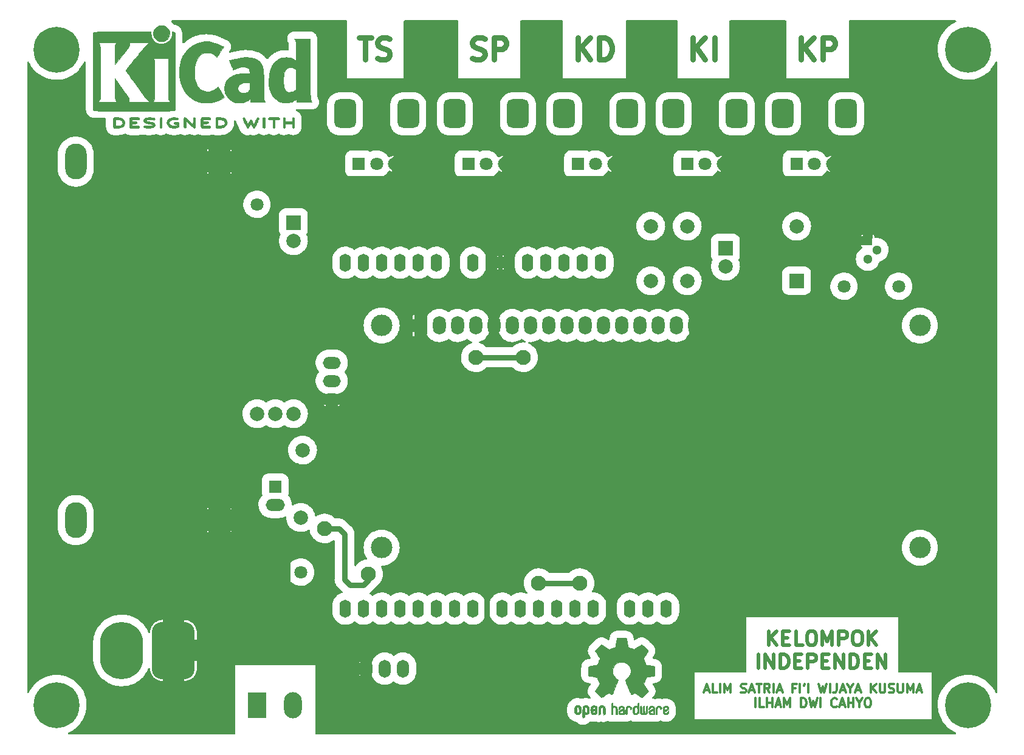
<source format=gbr>
%TF.GenerationSoftware,KiCad,Pcbnew,(6.0.8)*%
%TF.CreationDate,2022-11-09T11:36:29+07:00*%
%TF.ProjectId,SPEED_CONTROL,53504545-445f-4434-9f4e-54524f4c2e6b,rev?*%
%TF.SameCoordinates,Original*%
%TF.FileFunction,Copper,L1,Top*%
%TF.FilePolarity,Positive*%
%FSLAX46Y46*%
G04 Gerber Fmt 4.6, Leading zero omitted, Abs format (unit mm)*
G04 Created by KiCad (PCBNEW (6.0.8)) date 2022-11-09 11:36:29*
%MOMM*%
%LPD*%
G01*
G04 APERTURE LIST*
G04 Aperture macros list*
%AMRoundRect*
0 Rectangle with rounded corners*
0 $1 Rounding radius*
0 $2 $3 $4 $5 $6 $7 $8 $9 X,Y pos of 4 corners*
0 Add a 4 corners polygon primitive as box body*
4,1,4,$2,$3,$4,$5,$6,$7,$8,$9,$2,$3,0*
0 Add four circle primitives for the rounded corners*
1,1,$1+$1,$2,$3*
1,1,$1+$1,$4,$5*
1,1,$1+$1,$6,$7*
1,1,$1+$1,$8,$9*
0 Add four rect primitives between the rounded corners*
20,1,$1+$1,$2,$3,$4,$5,0*
20,1,$1+$1,$4,$5,$6,$7,0*
20,1,$1+$1,$6,$7,$8,$9,0*
20,1,$1+$1,$8,$9,$2,$3,0*%
G04 Aperture macros list end*
%ADD10C,0.750000*%
%TA.AperFunction,NonConductor*%
%ADD11C,0.750000*%
%TD*%
%ADD12C,0.312500*%
%TA.AperFunction,NonConductor*%
%ADD13C,0.312500*%
%TD*%
%ADD14C,0.500000*%
%TA.AperFunction,NonConductor*%
%ADD15C,0.500000*%
%TD*%
%TA.AperFunction,EtchedComponent*%
%ADD16C,0.010000*%
%TD*%
%TA.AperFunction,ComponentPad*%
%ADD17R,1.800000X1.800000*%
%TD*%
%TA.AperFunction,ComponentPad*%
%ADD18C,1.800000*%
%TD*%
%TA.AperFunction,ComponentPad*%
%ADD19RoundRect,0.750000X0.750000X-1.250000X0.750000X1.250000X-0.750000X1.250000X-0.750000X-1.250000X0*%
%TD*%
%TA.AperFunction,ComponentPad*%
%ADD20C,2.000000*%
%TD*%
%TA.AperFunction,ComponentPad*%
%ADD21C,3.000000*%
%TD*%
%TA.AperFunction,ComponentPad*%
%ADD22R,1.800000X2.600000*%
%TD*%
%TA.AperFunction,ComponentPad*%
%ADD23O,1.800000X2.600000*%
%TD*%
%TA.AperFunction,ComponentPad*%
%ADD24C,6.400000*%
%TD*%
%TA.AperFunction,ComponentPad*%
%ADD25R,2.500000X3.660000*%
%TD*%
%TA.AperFunction,ComponentPad*%
%ADD26O,2.500000X3.660000*%
%TD*%
%TA.AperFunction,ComponentPad*%
%ADD27R,1.700000X1.700000*%
%TD*%
%TA.AperFunction,ComponentPad*%
%ADD28O,2.660000X1.700000*%
%TD*%
%TA.AperFunction,ComponentPad*%
%ADD29R,2.000000X2.000000*%
%TD*%
%TA.AperFunction,ComponentPad*%
%ADD30O,2.500000X1.660000*%
%TD*%
%TA.AperFunction,ComponentPad*%
%ADD31RoundRect,1.500000X1.500000X2.500000X-1.500000X2.500000X-1.500000X-2.500000X1.500000X-2.500000X0*%
%TD*%
%TA.AperFunction,ComponentPad*%
%ADD32O,6.000000X8.000000*%
%TD*%
%TA.AperFunction,ComponentPad*%
%ADD33O,3.000000X5.000000*%
%TD*%
%TA.AperFunction,ComponentPad*%
%ADD34R,1.300000X1.300000*%
%TD*%
%TA.AperFunction,ComponentPad*%
%ADD35C,1.300000*%
%TD*%
%TA.AperFunction,ComponentPad*%
%ADD36O,1.700000X2.500000*%
%TD*%
%TA.AperFunction,ComponentPad*%
%ADD37O,1.600000X2.500000*%
%TD*%
%TA.AperFunction,ViaPad*%
%ADD38C,2.100000*%
%TD*%
%TA.AperFunction,Conductor*%
%ADD39C,0.609600*%
%TD*%
%TA.AperFunction,Conductor*%
%ADD40C,0.762000*%
%TD*%
G04 APERTURE END LIST*
D10*
D11*
X108204285Y-31837142D02*
X108204285Y-28837142D01*
X109918571Y-31837142D02*
X108632857Y-30122857D01*
X109918571Y-28837142D02*
X108204285Y-30551428D01*
X111204285Y-31837142D02*
X111204285Y-28837142D01*
X111918571Y-28837142D01*
X112347142Y-28980000D01*
X112632857Y-29265714D01*
X112775714Y-29551428D01*
X112918571Y-30122857D01*
X112918571Y-30551428D01*
X112775714Y-31122857D01*
X112632857Y-31408571D01*
X112347142Y-31694285D01*
X111918571Y-31837142D01*
X111204285Y-31837142D01*
D10*
D11*
X139319285Y-31837142D02*
X139319285Y-28837142D01*
X141033571Y-31837142D02*
X139747857Y-30122857D01*
X141033571Y-28837142D02*
X139319285Y-30551428D01*
X142319285Y-31837142D02*
X142319285Y-28837142D01*
X143462142Y-28837142D01*
X143747857Y-28980000D01*
X143890714Y-29122857D01*
X144033571Y-29408571D01*
X144033571Y-29837142D01*
X143890714Y-30122857D01*
X143747857Y-30265714D01*
X143462142Y-30408571D01*
X142319285Y-30408571D01*
D10*
D11*
X93527857Y-31694285D02*
X93956428Y-31837142D01*
X94670714Y-31837142D01*
X94956428Y-31694285D01*
X95099285Y-31551428D01*
X95242142Y-31265714D01*
X95242142Y-30980000D01*
X95099285Y-30694285D01*
X94956428Y-30551428D01*
X94670714Y-30408571D01*
X94099285Y-30265714D01*
X93813571Y-30122857D01*
X93670714Y-29980000D01*
X93527857Y-29694285D01*
X93527857Y-29408571D01*
X93670714Y-29122857D01*
X93813571Y-28980000D01*
X94099285Y-28837142D01*
X94813571Y-28837142D01*
X95242142Y-28980000D01*
X96527857Y-31837142D02*
X96527857Y-28837142D01*
X97670714Y-28837142D01*
X97956428Y-28980000D01*
X98099285Y-29122857D01*
X98242142Y-29408571D01*
X98242142Y-29837142D01*
X98099285Y-30122857D01*
X97956428Y-30265714D01*
X97670714Y-30408571D01*
X96527857Y-30408571D01*
D12*
D13*
X125880714Y-119852083D02*
X126475952Y-119852083D01*
X125761666Y-120209226D02*
X126178333Y-118959226D01*
X126595000Y-120209226D01*
X127606904Y-120209226D02*
X127011666Y-120209226D01*
X127011666Y-118959226D01*
X128023571Y-120209226D02*
X128023571Y-118959226D01*
X128618809Y-120209226D02*
X128618809Y-118959226D01*
X129035476Y-119852083D01*
X129452142Y-118959226D01*
X129452142Y-120209226D01*
X130940238Y-120149702D02*
X131118809Y-120209226D01*
X131416428Y-120209226D01*
X131535476Y-120149702D01*
X131595000Y-120090178D01*
X131654523Y-119971130D01*
X131654523Y-119852083D01*
X131595000Y-119733035D01*
X131535476Y-119673511D01*
X131416428Y-119613988D01*
X131178333Y-119554464D01*
X131059285Y-119494940D01*
X130999761Y-119435416D01*
X130940238Y-119316369D01*
X130940238Y-119197321D01*
X130999761Y-119078273D01*
X131059285Y-119018750D01*
X131178333Y-118959226D01*
X131475952Y-118959226D01*
X131654523Y-119018750D01*
X132130714Y-119852083D02*
X132725952Y-119852083D01*
X132011666Y-120209226D02*
X132428333Y-118959226D01*
X132845000Y-120209226D01*
X133083095Y-118959226D02*
X133797380Y-118959226D01*
X133440238Y-120209226D02*
X133440238Y-118959226D01*
X134928333Y-120209226D02*
X134511666Y-119613988D01*
X134214047Y-120209226D02*
X134214047Y-118959226D01*
X134690238Y-118959226D01*
X134809285Y-119018750D01*
X134868809Y-119078273D01*
X134928333Y-119197321D01*
X134928333Y-119375892D01*
X134868809Y-119494940D01*
X134809285Y-119554464D01*
X134690238Y-119613988D01*
X134214047Y-119613988D01*
X135464047Y-120209226D02*
X135464047Y-118959226D01*
X135999761Y-119852083D02*
X136595000Y-119852083D01*
X135880714Y-120209226D02*
X136297380Y-118959226D01*
X136714047Y-120209226D01*
X138499761Y-119554464D02*
X138083095Y-119554464D01*
X138083095Y-120209226D02*
X138083095Y-118959226D01*
X138678333Y-118959226D01*
X139154523Y-120209226D02*
X139154523Y-118959226D01*
X139809285Y-118959226D02*
X139690238Y-119197321D01*
X140345000Y-120209226D02*
X140345000Y-118959226D01*
X141773571Y-118959226D02*
X142071190Y-120209226D01*
X142309285Y-119316369D01*
X142547380Y-120209226D01*
X142845000Y-118959226D01*
X143321190Y-120209226D02*
X143321190Y-118959226D01*
X144273571Y-118959226D02*
X144273571Y-119852083D01*
X144214047Y-120030654D01*
X144095000Y-120149702D01*
X143916428Y-120209226D01*
X143797380Y-120209226D01*
X144809285Y-119852083D02*
X145404523Y-119852083D01*
X144690238Y-120209226D02*
X145106904Y-118959226D01*
X145523571Y-120209226D01*
X146178333Y-119613988D02*
X146178333Y-120209226D01*
X145761666Y-118959226D02*
X146178333Y-119613988D01*
X146595000Y-118959226D01*
X146952142Y-119852083D02*
X147547380Y-119852083D01*
X146833095Y-120209226D02*
X147249761Y-118959226D01*
X147666428Y-120209226D01*
X149035476Y-120209226D02*
X149035476Y-118959226D01*
X149749761Y-120209226D02*
X149214047Y-119494940D01*
X149749761Y-118959226D02*
X149035476Y-119673511D01*
X150285476Y-118959226D02*
X150285476Y-119971130D01*
X150345000Y-120090178D01*
X150404523Y-120149702D01*
X150523571Y-120209226D01*
X150761666Y-120209226D01*
X150880714Y-120149702D01*
X150940238Y-120090178D01*
X150999761Y-119971130D01*
X150999761Y-118959226D01*
X151535476Y-120149702D02*
X151714047Y-120209226D01*
X152011666Y-120209226D01*
X152130714Y-120149702D01*
X152190238Y-120090178D01*
X152249761Y-119971130D01*
X152249761Y-119852083D01*
X152190238Y-119733035D01*
X152130714Y-119673511D01*
X152011666Y-119613988D01*
X151773571Y-119554464D01*
X151654523Y-119494940D01*
X151595000Y-119435416D01*
X151535476Y-119316369D01*
X151535476Y-119197321D01*
X151595000Y-119078273D01*
X151654523Y-119018750D01*
X151773571Y-118959226D01*
X152071190Y-118959226D01*
X152249761Y-119018750D01*
X152785476Y-118959226D02*
X152785476Y-119971130D01*
X152845000Y-120090178D01*
X152904523Y-120149702D01*
X153023571Y-120209226D01*
X153261666Y-120209226D01*
X153380714Y-120149702D01*
X153440238Y-120090178D01*
X153499761Y-119971130D01*
X153499761Y-118959226D01*
X154095000Y-120209226D02*
X154095000Y-118959226D01*
X154511666Y-119852083D01*
X154928333Y-118959226D01*
X154928333Y-120209226D01*
X155464047Y-119852083D02*
X156059285Y-119852083D01*
X155345000Y-120209226D02*
X155761666Y-118959226D01*
X156178333Y-120209226D01*
X132964047Y-122221726D02*
X132964047Y-120971726D01*
X134154523Y-122221726D02*
X133559285Y-122221726D01*
X133559285Y-120971726D01*
X134571190Y-122221726D02*
X134571190Y-120971726D01*
X134571190Y-121566964D02*
X135285476Y-121566964D01*
X135285476Y-122221726D02*
X135285476Y-120971726D01*
X135821190Y-121864583D02*
X136416428Y-121864583D01*
X135702142Y-122221726D02*
X136118809Y-120971726D01*
X136535476Y-122221726D01*
X136952142Y-122221726D02*
X136952142Y-120971726D01*
X137368809Y-121864583D01*
X137785476Y-120971726D01*
X137785476Y-122221726D01*
X139333095Y-122221726D02*
X139333095Y-120971726D01*
X139630714Y-120971726D01*
X139809285Y-121031250D01*
X139928333Y-121150297D01*
X139987857Y-121269345D01*
X140047380Y-121507440D01*
X140047380Y-121686011D01*
X139987857Y-121924107D01*
X139928333Y-122043154D01*
X139809285Y-122162202D01*
X139630714Y-122221726D01*
X139333095Y-122221726D01*
X140464047Y-120971726D02*
X140761666Y-122221726D01*
X140999761Y-121328869D01*
X141237857Y-122221726D01*
X141535476Y-120971726D01*
X142011666Y-122221726D02*
X142011666Y-120971726D01*
X144273571Y-122102678D02*
X144214047Y-122162202D01*
X144035476Y-122221726D01*
X143916428Y-122221726D01*
X143737857Y-122162202D01*
X143618809Y-122043154D01*
X143559285Y-121924107D01*
X143499761Y-121686011D01*
X143499761Y-121507440D01*
X143559285Y-121269345D01*
X143618809Y-121150297D01*
X143737857Y-121031250D01*
X143916428Y-120971726D01*
X144035476Y-120971726D01*
X144214047Y-121031250D01*
X144273571Y-121090773D01*
X144749761Y-121864583D02*
X145345000Y-121864583D01*
X144630714Y-122221726D02*
X145047380Y-120971726D01*
X145464047Y-122221726D01*
X145880714Y-122221726D02*
X145880714Y-120971726D01*
X145880714Y-121566964D02*
X146595000Y-121566964D01*
X146595000Y-122221726D02*
X146595000Y-120971726D01*
X147428333Y-121626488D02*
X147428333Y-122221726D01*
X147011666Y-120971726D02*
X147428333Y-121626488D01*
X147845000Y-120971726D01*
X148499761Y-120971726D02*
X148737857Y-120971726D01*
X148856904Y-121031250D01*
X148975952Y-121150297D01*
X149035476Y-121388392D01*
X149035476Y-121805059D01*
X148975952Y-122043154D01*
X148856904Y-122162202D01*
X148737857Y-122221726D01*
X148499761Y-122221726D01*
X148380714Y-122162202D01*
X148261666Y-122043154D01*
X148202142Y-121805059D01*
X148202142Y-121388392D01*
X148261666Y-121150297D01*
X148380714Y-121031250D01*
X148499761Y-120971726D01*
D14*
D15*
X134763809Y-113594761D02*
X134763809Y-111594761D01*
X135906666Y-113594761D02*
X135049523Y-112451904D01*
X135906666Y-111594761D02*
X134763809Y-112737619D01*
X136763809Y-112547142D02*
X137430476Y-112547142D01*
X137716190Y-113594761D02*
X136763809Y-113594761D01*
X136763809Y-111594761D01*
X137716190Y-111594761D01*
X139525714Y-113594761D02*
X138573333Y-113594761D01*
X138573333Y-111594761D01*
X140573333Y-111594761D02*
X140954285Y-111594761D01*
X141144761Y-111690000D01*
X141335238Y-111880476D01*
X141430476Y-112261428D01*
X141430476Y-112928095D01*
X141335238Y-113309047D01*
X141144761Y-113499523D01*
X140954285Y-113594761D01*
X140573333Y-113594761D01*
X140382857Y-113499523D01*
X140192380Y-113309047D01*
X140097142Y-112928095D01*
X140097142Y-112261428D01*
X140192380Y-111880476D01*
X140382857Y-111690000D01*
X140573333Y-111594761D01*
X142287619Y-113594761D02*
X142287619Y-111594761D01*
X142954285Y-113023333D01*
X143620952Y-111594761D01*
X143620952Y-113594761D01*
X144573333Y-113594761D02*
X144573333Y-111594761D01*
X145335238Y-111594761D01*
X145525714Y-111690000D01*
X145620952Y-111785238D01*
X145716190Y-111975714D01*
X145716190Y-112261428D01*
X145620952Y-112451904D01*
X145525714Y-112547142D01*
X145335238Y-112642380D01*
X144573333Y-112642380D01*
X146954285Y-111594761D02*
X147335238Y-111594761D01*
X147525714Y-111690000D01*
X147716190Y-111880476D01*
X147811428Y-112261428D01*
X147811428Y-112928095D01*
X147716190Y-113309047D01*
X147525714Y-113499523D01*
X147335238Y-113594761D01*
X146954285Y-113594761D01*
X146763809Y-113499523D01*
X146573333Y-113309047D01*
X146478095Y-112928095D01*
X146478095Y-112261428D01*
X146573333Y-111880476D01*
X146763809Y-111690000D01*
X146954285Y-111594761D01*
X148668571Y-113594761D02*
X148668571Y-111594761D01*
X149811428Y-113594761D02*
X148954285Y-112451904D01*
X149811428Y-111594761D02*
X148668571Y-112737619D01*
X133382857Y-116814761D02*
X133382857Y-114814761D01*
X134335238Y-116814761D02*
X134335238Y-114814761D01*
X135478095Y-116814761D01*
X135478095Y-114814761D01*
X136430476Y-116814761D02*
X136430476Y-114814761D01*
X136906666Y-114814761D01*
X137192380Y-114910000D01*
X137382857Y-115100476D01*
X137478095Y-115290952D01*
X137573333Y-115671904D01*
X137573333Y-115957619D01*
X137478095Y-116338571D01*
X137382857Y-116529047D01*
X137192380Y-116719523D01*
X136906666Y-116814761D01*
X136430476Y-116814761D01*
X138430476Y-115767142D02*
X139097142Y-115767142D01*
X139382857Y-116814761D02*
X138430476Y-116814761D01*
X138430476Y-114814761D01*
X139382857Y-114814761D01*
X140240000Y-116814761D02*
X140240000Y-114814761D01*
X141001904Y-114814761D01*
X141192380Y-114910000D01*
X141287619Y-115005238D01*
X141382857Y-115195714D01*
X141382857Y-115481428D01*
X141287619Y-115671904D01*
X141192380Y-115767142D01*
X141001904Y-115862380D01*
X140240000Y-115862380D01*
X142240000Y-115767142D02*
X142906666Y-115767142D01*
X143192380Y-116814761D02*
X142240000Y-116814761D01*
X142240000Y-114814761D01*
X143192380Y-114814761D01*
X144049523Y-116814761D02*
X144049523Y-114814761D01*
X145192380Y-116814761D01*
X145192380Y-114814761D01*
X146144761Y-116814761D02*
X146144761Y-114814761D01*
X146620952Y-114814761D01*
X146906666Y-114910000D01*
X147097142Y-115100476D01*
X147192380Y-115290952D01*
X147287619Y-115671904D01*
X147287619Y-115957619D01*
X147192380Y-116338571D01*
X147097142Y-116529047D01*
X146906666Y-116719523D01*
X146620952Y-116814761D01*
X146144761Y-116814761D01*
X148144761Y-115767142D02*
X148811428Y-115767142D01*
X149097142Y-116814761D02*
X148144761Y-116814761D01*
X148144761Y-114814761D01*
X149097142Y-114814761D01*
X149954285Y-116814761D02*
X149954285Y-114814761D01*
X151097142Y-116814761D01*
X151097142Y-114814761D01*
D10*
D11*
X124230000Y-31837142D02*
X124230000Y-28837142D01*
X125944285Y-31837142D02*
X124658571Y-30122857D01*
X125944285Y-28837142D02*
X124230000Y-30551428D01*
X127230000Y-31837142D02*
X127230000Y-28837142D01*
D10*
D11*
X77724285Y-28837142D02*
X79438571Y-28837142D01*
X78581428Y-31837142D02*
X78581428Y-28837142D01*
X80295714Y-31694285D02*
X80724285Y-31837142D01*
X81438571Y-31837142D01*
X81724285Y-31694285D01*
X81867142Y-31551428D01*
X82010000Y-31265714D01*
X82010000Y-30980000D01*
X81867142Y-30694285D01*
X81724285Y-30551428D01*
X81438571Y-30408571D01*
X80867142Y-30265714D01*
X80581428Y-30122857D01*
X80438571Y-29980000D01*
X80295714Y-29694285D01*
X80295714Y-29408571D01*
X80438571Y-29122857D01*
X80581428Y-28980000D01*
X80867142Y-28837142D01*
X81581428Y-28837142D01*
X82010000Y-28980000D01*
%TO.C,REF\u002A\u002A*%
G36*
X46617354Y-39937275D02*
G01*
X46756790Y-39938023D01*
X46862037Y-39939763D01*
X46938676Y-39942900D01*
X46992290Y-39947836D01*
X47028463Y-39954976D01*
X47052779Y-39964724D01*
X47070819Y-39977484D01*
X47077351Y-39983356D01*
X47117078Y-40045750D01*
X47124231Y-40117441D01*
X47098097Y-40181087D01*
X47086013Y-40193950D01*
X47066468Y-40206421D01*
X47034997Y-40216043D01*
X46985764Y-40223282D01*
X46912934Y-40228606D01*
X46810671Y-40232485D01*
X46673138Y-40235387D01*
X46547397Y-40237152D01*
X46049752Y-40243277D01*
X46042951Y-40373678D01*
X46036150Y-40504080D01*
X46373945Y-40504080D01*
X46520594Y-40505345D01*
X46627956Y-40510637D01*
X46702063Y-40522201D01*
X46748951Y-40542281D01*
X46774653Y-40573121D01*
X46785204Y-40616967D01*
X46786806Y-40657660D01*
X46781827Y-40707591D01*
X46763036Y-40744383D01*
X46724653Y-40769958D01*
X46660900Y-40786239D01*
X46565996Y-40795149D01*
X46434162Y-40798610D01*
X46362206Y-40798902D01*
X46038413Y-40798902D01*
X46038413Y-41116402D01*
X46537342Y-41116402D01*
X46700887Y-41116629D01*
X46825183Y-41117652D01*
X46916334Y-41119979D01*
X46980448Y-41124118D01*
X47023630Y-41130580D01*
X47051987Y-41139871D01*
X47071625Y-41152502D01*
X47081627Y-41161759D01*
X47115938Y-41215786D01*
X47126985Y-41263812D01*
X47111211Y-41322474D01*
X47081627Y-41365866D01*
X47065844Y-41379526D01*
X47045469Y-41390133D01*
X47015022Y-41398071D01*
X46969023Y-41403726D01*
X46901990Y-41407482D01*
X46808442Y-41409723D01*
X46682900Y-41410834D01*
X46519882Y-41411199D01*
X46435288Y-41411223D01*
X46254132Y-41411063D01*
X46112852Y-41410325D01*
X46005968Y-41408627D01*
X45927998Y-41405582D01*
X45873461Y-41400806D01*
X45836878Y-41393915D01*
X45812767Y-41384524D01*
X45795647Y-41372248D01*
X45788949Y-41365866D01*
X45775692Y-41350605D01*
X45765301Y-41330916D01*
X45757429Y-41301524D01*
X45751727Y-41257153D01*
X45747848Y-41192526D01*
X45745443Y-41102367D01*
X45744164Y-40981401D01*
X45743665Y-40824351D01*
X45743592Y-40678123D01*
X45743659Y-40490857D01*
X45744130Y-40343651D01*
X45745407Y-40231205D01*
X45747891Y-40148222D01*
X45751984Y-40089403D01*
X45758089Y-40049450D01*
X45766608Y-40023064D01*
X45777942Y-40004948D01*
X45792495Y-39989803D01*
X45796080Y-39986426D01*
X45813479Y-39971478D01*
X45833695Y-39959903D01*
X45862336Y-39951268D01*
X45905011Y-39945145D01*
X45967325Y-39941102D01*
X46054888Y-39938709D01*
X46173307Y-39937534D01*
X46328189Y-39937148D01*
X46438143Y-39937116D01*
X46617354Y-39937275D01*
G37*
D16*
X46617354Y-39937275D02*
X46756790Y-39938023D01*
X46862037Y-39939763D01*
X46938676Y-39942900D01*
X46992290Y-39947836D01*
X47028463Y-39954976D01*
X47052779Y-39964724D01*
X47070819Y-39977484D01*
X47077351Y-39983356D01*
X47117078Y-40045750D01*
X47124231Y-40117441D01*
X47098097Y-40181087D01*
X47086013Y-40193950D01*
X47066468Y-40206421D01*
X47034997Y-40216043D01*
X46985764Y-40223282D01*
X46912934Y-40228606D01*
X46810671Y-40232485D01*
X46673138Y-40235387D01*
X46547397Y-40237152D01*
X46049752Y-40243277D01*
X46042951Y-40373678D01*
X46036150Y-40504080D01*
X46373945Y-40504080D01*
X46520594Y-40505345D01*
X46627956Y-40510637D01*
X46702063Y-40522201D01*
X46748951Y-40542281D01*
X46774653Y-40573121D01*
X46785204Y-40616967D01*
X46786806Y-40657660D01*
X46781827Y-40707591D01*
X46763036Y-40744383D01*
X46724653Y-40769958D01*
X46660900Y-40786239D01*
X46565996Y-40795149D01*
X46434162Y-40798610D01*
X46362206Y-40798902D01*
X46038413Y-40798902D01*
X46038413Y-41116402D01*
X46537342Y-41116402D01*
X46700887Y-41116629D01*
X46825183Y-41117652D01*
X46916334Y-41119979D01*
X46980448Y-41124118D01*
X47023630Y-41130580D01*
X47051987Y-41139871D01*
X47071625Y-41152502D01*
X47081627Y-41161759D01*
X47115938Y-41215786D01*
X47126985Y-41263812D01*
X47111211Y-41322474D01*
X47081627Y-41365866D01*
X47065844Y-41379526D01*
X47045469Y-41390133D01*
X47015022Y-41398071D01*
X46969023Y-41403726D01*
X46901990Y-41407482D01*
X46808442Y-41409723D01*
X46682900Y-41410834D01*
X46519882Y-41411199D01*
X46435288Y-41411223D01*
X46254132Y-41411063D01*
X46112852Y-41410325D01*
X46005968Y-41408627D01*
X45927998Y-41405582D01*
X45873461Y-41400806D01*
X45836878Y-41393915D01*
X45812767Y-41384524D01*
X45795647Y-41372248D01*
X45788949Y-41365866D01*
X45775692Y-41350605D01*
X45765301Y-41330916D01*
X45757429Y-41301524D01*
X45751727Y-41257153D01*
X45747848Y-41192526D01*
X45745443Y-41102367D01*
X45744164Y-40981401D01*
X45743665Y-40824351D01*
X45743592Y-40678123D01*
X45743659Y-40490857D01*
X45744130Y-40343651D01*
X45745407Y-40231205D01*
X45747891Y-40148222D01*
X45751984Y-40089403D01*
X45758089Y-40049450D01*
X45766608Y-40023064D01*
X45777942Y-40004948D01*
X45792495Y-39989803D01*
X45796080Y-39986426D01*
X45813479Y-39971478D01*
X45833695Y-39959903D01*
X45862336Y-39951268D01*
X45905011Y-39945145D01*
X45967325Y-39941102D01*
X46054888Y-39938709D01*
X46173307Y-39937534D01*
X46328189Y-39937148D01*
X46438143Y-39937116D01*
X46617354Y-39937275D01*
G36*
X66055463Y-39937310D02*
G01*
X66213581Y-39938070D01*
X66336308Y-39939660D01*
X66428626Y-39942345D01*
X66495519Y-39946390D01*
X66541968Y-39952060D01*
X66572957Y-39959620D01*
X66593468Y-39969335D01*
X66603394Y-39976803D01*
X66654911Y-40042165D01*
X66661143Y-40110028D01*
X66629307Y-40171677D01*
X66608488Y-40196312D01*
X66586085Y-40213110D01*
X66553617Y-40223570D01*
X66502606Y-40229195D01*
X66424570Y-40231483D01*
X66311030Y-40231935D01*
X66288731Y-40231937D01*
X65995556Y-40231937D01*
X65995556Y-40776223D01*
X65995363Y-40947782D01*
X65994486Y-41079789D01*
X65992478Y-41178045D01*
X65988894Y-41248356D01*
X65983287Y-41296523D01*
X65975211Y-41328351D01*
X65964218Y-41349642D01*
X65950199Y-41365866D01*
X65884039Y-41405734D01*
X65814974Y-41402592D01*
X65752340Y-41357105D01*
X65747738Y-41351468D01*
X65732757Y-41330158D01*
X65721343Y-41305225D01*
X65713014Y-41270609D01*
X65707287Y-41220253D01*
X65703679Y-41148098D01*
X65701706Y-41048086D01*
X65700886Y-40914158D01*
X65700735Y-40761825D01*
X65700735Y-40231937D01*
X65420767Y-40231937D01*
X65300622Y-40231124D01*
X65217445Y-40227956D01*
X65162863Y-40221339D01*
X65128506Y-40210179D01*
X65106000Y-40193384D01*
X65103267Y-40190464D01*
X65070406Y-40123690D01*
X65073312Y-40048200D01*
X65111092Y-39982473D01*
X65125702Y-39969724D01*
X65144540Y-39959615D01*
X65172628Y-39951840D01*
X65214990Y-39946095D01*
X65276650Y-39942074D01*
X65362632Y-39939472D01*
X65477958Y-39937982D01*
X65627652Y-39937299D01*
X65816738Y-39937119D01*
X65856972Y-39937116D01*
X66055463Y-39937310D01*
G37*
X66055463Y-39937310D02*
X66213581Y-39938070D01*
X66336308Y-39939660D01*
X66428626Y-39942345D01*
X66495519Y-39946390D01*
X66541968Y-39952060D01*
X66572957Y-39959620D01*
X66593468Y-39969335D01*
X66603394Y-39976803D01*
X66654911Y-40042165D01*
X66661143Y-40110028D01*
X66629307Y-40171677D01*
X66608488Y-40196312D01*
X66586085Y-40213110D01*
X66553617Y-40223570D01*
X66502606Y-40229195D01*
X66424570Y-40231483D01*
X66311030Y-40231935D01*
X66288731Y-40231937D01*
X65995556Y-40231937D01*
X65995556Y-40776223D01*
X65995363Y-40947782D01*
X65994486Y-41079789D01*
X65992478Y-41178045D01*
X65988894Y-41248356D01*
X65983287Y-41296523D01*
X65975211Y-41328351D01*
X65964218Y-41349642D01*
X65950199Y-41365866D01*
X65884039Y-41405734D01*
X65814974Y-41402592D01*
X65752340Y-41357105D01*
X65747738Y-41351468D01*
X65732757Y-41330158D01*
X65721343Y-41305225D01*
X65713014Y-41270609D01*
X65707287Y-41220253D01*
X65703679Y-41148098D01*
X65701706Y-41048086D01*
X65700886Y-40914158D01*
X65700735Y-40761825D01*
X65700735Y-40231937D01*
X65420767Y-40231937D01*
X65300622Y-40231124D01*
X65217445Y-40227956D01*
X65162863Y-40221339D01*
X65128506Y-40210179D01*
X65106000Y-40193384D01*
X65103267Y-40190464D01*
X65070406Y-40123690D01*
X65073312Y-40048200D01*
X65111092Y-39982473D01*
X65125702Y-39969724D01*
X65144540Y-39959615D01*
X65172628Y-39951840D01*
X65214990Y-39946095D01*
X65276650Y-39942074D01*
X65362632Y-39939472D01*
X65477958Y-39937982D01*
X65627652Y-39937299D01*
X65816738Y-39937119D01*
X65856972Y-39937116D01*
X66055463Y-39937310D01*
G36*
X63607785Y-39941068D02*
G01*
X63647139Y-39955132D01*
X63648658Y-39955820D01*
X63702100Y-39996604D01*
X63731545Y-40038555D01*
X63737307Y-40058224D01*
X63737022Y-40084360D01*
X63728915Y-40121591D01*
X63711208Y-40174551D01*
X63682124Y-40247868D01*
X63639887Y-40346174D01*
X63582720Y-40474099D01*
X63508846Y-40636275D01*
X63468184Y-40724916D01*
X63394759Y-40883158D01*
X63325831Y-41028680D01*
X63264032Y-41156160D01*
X63211991Y-41260279D01*
X63172341Y-41335716D01*
X63147711Y-41377151D01*
X63142837Y-41382875D01*
X63080478Y-41408125D01*
X63010040Y-41404743D01*
X62953548Y-41374033D01*
X62951246Y-41371535D01*
X62928774Y-41337515D01*
X62891078Y-41271251D01*
X62842806Y-41181272D01*
X62788608Y-41076109D01*
X62769130Y-41037356D01*
X62622102Y-40742863D01*
X62461843Y-41062772D01*
X62404641Y-41173306D01*
X62351571Y-41269167D01*
X62306969Y-41343016D01*
X62275170Y-41387516D01*
X62264393Y-41396952D01*
X62180626Y-41409732D01*
X62111504Y-41382875D01*
X62091171Y-41354172D01*
X62055986Y-41290381D01*
X62008819Y-41197779D01*
X61952540Y-41082643D01*
X61890019Y-40951249D01*
X61824127Y-40809875D01*
X61757734Y-40664797D01*
X61693710Y-40522293D01*
X61634926Y-40388640D01*
X61584252Y-40270114D01*
X61544558Y-40172992D01*
X61518715Y-40103552D01*
X61509592Y-40068070D01*
X61509685Y-40066785D01*
X61531881Y-40022137D01*
X61576246Y-39976663D01*
X61578859Y-39974685D01*
X61633386Y-39943863D01*
X61683821Y-39944161D01*
X61702724Y-39949972D01*
X61725759Y-39962530D01*
X61750220Y-39987234D01*
X61779042Y-40029207D01*
X61815160Y-40093575D01*
X61861508Y-40185463D01*
X61921019Y-40309994D01*
X61974687Y-40424946D01*
X62036432Y-40558195D01*
X62091760Y-40678023D01*
X62137797Y-40778171D01*
X62171670Y-40852378D01*
X62190502Y-40894384D01*
X62193249Y-40900955D01*
X62205602Y-40890213D01*
X62233993Y-40845236D01*
X62274645Y-40772588D01*
X62323779Y-40678834D01*
X62343331Y-40640152D01*
X62409565Y-40509535D01*
X62460644Y-40414411D01*
X62500760Y-40349252D01*
X62534104Y-40308525D01*
X62564869Y-40286701D01*
X62597245Y-40278249D01*
X62618344Y-40277294D01*
X62655562Y-40280592D01*
X62688176Y-40294232D01*
X62720582Y-40323834D01*
X62757176Y-40375016D01*
X62802354Y-40453398D01*
X62860512Y-40564600D01*
X62892600Y-40627858D01*
X62944648Y-40728675D01*
X62990044Y-40812280D01*
X63024780Y-40871620D01*
X63044853Y-40899639D01*
X63047583Y-40900806D01*
X63060546Y-40878754D01*
X63089569Y-40821493D01*
X63131745Y-40735016D01*
X63184168Y-40625316D01*
X63243931Y-40498386D01*
X63273329Y-40435339D01*
X63349808Y-40272630D01*
X63411392Y-40147429D01*
X63461278Y-40055651D01*
X63502663Y-39993210D01*
X63538744Y-39956023D01*
X63572719Y-39940004D01*
X63607785Y-39941068D01*
G37*
X63607785Y-39941068D02*
X63647139Y-39955132D01*
X63648658Y-39955820D01*
X63702100Y-39996604D01*
X63731545Y-40038555D01*
X63737307Y-40058224D01*
X63737022Y-40084360D01*
X63728915Y-40121591D01*
X63711208Y-40174551D01*
X63682124Y-40247868D01*
X63639887Y-40346174D01*
X63582720Y-40474099D01*
X63508846Y-40636275D01*
X63468184Y-40724916D01*
X63394759Y-40883158D01*
X63325831Y-41028680D01*
X63264032Y-41156160D01*
X63211991Y-41260279D01*
X63172341Y-41335716D01*
X63147711Y-41377151D01*
X63142837Y-41382875D01*
X63080478Y-41408125D01*
X63010040Y-41404743D01*
X62953548Y-41374033D01*
X62951246Y-41371535D01*
X62928774Y-41337515D01*
X62891078Y-41271251D01*
X62842806Y-41181272D01*
X62788608Y-41076109D01*
X62769130Y-41037356D01*
X62622102Y-40742863D01*
X62461843Y-41062772D01*
X62404641Y-41173306D01*
X62351571Y-41269167D01*
X62306969Y-41343016D01*
X62275170Y-41387516D01*
X62264393Y-41396952D01*
X62180626Y-41409732D01*
X62111504Y-41382875D01*
X62091171Y-41354172D01*
X62055986Y-41290381D01*
X62008819Y-41197779D01*
X61952540Y-41082643D01*
X61890019Y-40951249D01*
X61824127Y-40809875D01*
X61757734Y-40664797D01*
X61693710Y-40522293D01*
X61634926Y-40388640D01*
X61584252Y-40270114D01*
X61544558Y-40172992D01*
X61518715Y-40103552D01*
X61509592Y-40068070D01*
X61509685Y-40066785D01*
X61531881Y-40022137D01*
X61576246Y-39976663D01*
X61578859Y-39974685D01*
X61633386Y-39943863D01*
X61683821Y-39944161D01*
X61702724Y-39949972D01*
X61725759Y-39962530D01*
X61750220Y-39987234D01*
X61779042Y-40029207D01*
X61815160Y-40093575D01*
X61861508Y-40185463D01*
X61921019Y-40309994D01*
X61974687Y-40424946D01*
X62036432Y-40558195D01*
X62091760Y-40678023D01*
X62137797Y-40778171D01*
X62171670Y-40852378D01*
X62190502Y-40894384D01*
X62193249Y-40900955D01*
X62205602Y-40890213D01*
X62233993Y-40845236D01*
X62274645Y-40772588D01*
X62323779Y-40678834D01*
X62343331Y-40640152D01*
X62409565Y-40509535D01*
X62460644Y-40414411D01*
X62500760Y-40349252D01*
X62534104Y-40308525D01*
X62564869Y-40286701D01*
X62597245Y-40278249D01*
X62618344Y-40277294D01*
X62655562Y-40280592D01*
X62688176Y-40294232D01*
X62720582Y-40323834D01*
X62757176Y-40375016D01*
X62802354Y-40453398D01*
X62860512Y-40564600D01*
X62892600Y-40627858D01*
X62944648Y-40728675D01*
X62990044Y-40812280D01*
X63024780Y-40871620D01*
X63044853Y-40899639D01*
X63047583Y-40900806D01*
X63060546Y-40878754D01*
X63089569Y-40821493D01*
X63131745Y-40735016D01*
X63184168Y-40625316D01*
X63243931Y-40498386D01*
X63273329Y-40435339D01*
X63349808Y-40272630D01*
X63411392Y-40147429D01*
X63461278Y-40055651D01*
X63502663Y-39993210D01*
X63538744Y-39956023D01*
X63572719Y-39940004D01*
X63607785Y-39941068D01*
G36*
X40642579Y-37332867D02*
G01*
X40641375Y-37019459D01*
X40640565Y-36667664D01*
X40640078Y-36275223D01*
X40639844Y-35839877D01*
X40639789Y-35359368D01*
X40639844Y-34831438D01*
X40639938Y-34253828D01*
X40639998Y-33624279D01*
X40640000Y-33499301D01*
X40640035Y-32863122D01*
X40640153Y-32279325D01*
X40640372Y-31745668D01*
X40640708Y-31259909D01*
X40641178Y-30819805D01*
X40641802Y-30423116D01*
X40642594Y-30067599D01*
X40643574Y-29751012D01*
X40644758Y-29471113D01*
X40646164Y-29225661D01*
X40647810Y-29012413D01*
X40649712Y-28829128D01*
X40651887Y-28673564D01*
X40654355Y-28543478D01*
X40657131Y-28436629D01*
X40660233Y-28350775D01*
X40663679Y-28283674D01*
X40667485Y-28233084D01*
X40671670Y-28196764D01*
X40676251Y-28172470D01*
X40681245Y-28157962D01*
X40681430Y-28157600D01*
X40691715Y-28135437D01*
X40700282Y-28115372D01*
X40709759Y-28097301D01*
X40722774Y-28081121D01*
X40741957Y-28066726D01*
X40769935Y-28054014D01*
X40809337Y-28042880D01*
X40862792Y-28033221D01*
X40932929Y-28024932D01*
X41022376Y-28017910D01*
X41133762Y-28012050D01*
X41269716Y-28007250D01*
X41432865Y-28003404D01*
X41625839Y-28000409D01*
X41851267Y-27998161D01*
X42111776Y-27996556D01*
X42409996Y-27995491D01*
X42748555Y-27994860D01*
X43130082Y-27994561D01*
X43557206Y-27994490D01*
X44032554Y-27994541D01*
X44558756Y-27994613D01*
X44803697Y-27994623D01*
X48724301Y-27994623D01*
X48724301Y-28225734D01*
X48748968Y-28506976D01*
X48823416Y-28766359D01*
X48948314Y-29005424D01*
X49124330Y-29225714D01*
X49183882Y-29285210D01*
X49398105Y-29453971D01*
X49634310Y-29577052D01*
X49885483Y-29654510D01*
X50144607Y-29686399D01*
X50404667Y-29672776D01*
X50658647Y-29613697D01*
X50899531Y-29509217D01*
X51120304Y-29359393D01*
X51219457Y-29269001D01*
X51404227Y-29047376D01*
X51539716Y-28803661D01*
X51624744Y-28540643D01*
X51658128Y-28261106D01*
X51658572Y-28233606D01*
X51660322Y-27994632D01*
X51765355Y-27994628D01*
X51858530Y-28007273D01*
X51943644Y-28038040D01*
X51949269Y-28041219D01*
X51968492Y-28051194D01*
X51986145Y-28058962D01*
X52002292Y-28066787D01*
X52016995Y-28076930D01*
X52030319Y-28091655D01*
X52042328Y-28113225D01*
X52053085Y-28143901D01*
X52062654Y-28185947D01*
X52071099Y-28241626D01*
X52078484Y-28313199D01*
X52084873Y-28402930D01*
X52090329Y-28513082D01*
X52094916Y-28645916D01*
X52098698Y-28803696D01*
X52101740Y-28988684D01*
X52104103Y-29203144D01*
X52105853Y-29449337D01*
X52107053Y-29729527D01*
X52107768Y-30045975D01*
X52108060Y-30400946D01*
X52107993Y-30796700D01*
X52107632Y-31235502D01*
X52107040Y-31719614D01*
X52106281Y-32251298D01*
X52105419Y-32832817D01*
X52104518Y-33466433D01*
X52104413Y-33543629D01*
X52103605Y-34181287D01*
X52102919Y-34766582D01*
X52102283Y-35301778D01*
X52101624Y-35789136D01*
X52100869Y-36230917D01*
X52099947Y-36629382D01*
X52098784Y-36986795D01*
X52097307Y-37305415D01*
X52095445Y-37587506D01*
X52093124Y-37835328D01*
X52090271Y-38051143D01*
X52086815Y-38237213D01*
X52082682Y-38395800D01*
X52077800Y-38529164D01*
X52072096Y-38639569D01*
X52065498Y-38729275D01*
X52057932Y-38800544D01*
X52049327Y-38855638D01*
X52039610Y-38896818D01*
X52028707Y-38926346D01*
X52016547Y-38946484D01*
X52003057Y-38959493D01*
X51988163Y-38967636D01*
X51971794Y-38973173D01*
X51953877Y-38978366D01*
X51934339Y-38985477D01*
X51929566Y-38987642D01*
X51914566Y-38992506D01*
X51889459Y-38996976D01*
X51852054Y-39001066D01*
X51800158Y-39004793D01*
X51731580Y-39008173D01*
X51644127Y-39011221D01*
X51535606Y-39013954D01*
X51403826Y-39016387D01*
X51246594Y-39018537D01*
X51061719Y-39020419D01*
X50847007Y-39022049D01*
X50600266Y-39023443D01*
X50319306Y-39024617D01*
X50001932Y-39025587D01*
X49645953Y-39026369D01*
X49249178Y-39026979D01*
X48809412Y-39027432D01*
X48324465Y-39027745D01*
X47792144Y-39027934D01*
X47210257Y-39028013D01*
X46576611Y-39028000D01*
X46371356Y-39027980D01*
X45723653Y-39027876D01*
X45128356Y-39027706D01*
X44583245Y-39027453D01*
X44086103Y-39027098D01*
X43634710Y-39026626D01*
X43226849Y-39026018D01*
X42860300Y-39025258D01*
X42532846Y-39024327D01*
X42242268Y-39023209D01*
X41986348Y-39021886D01*
X41762867Y-39020341D01*
X41569606Y-39018557D01*
X41404348Y-39016516D01*
X41264873Y-39014201D01*
X41148963Y-39011594D01*
X41054400Y-39008678D01*
X40978966Y-39005436D01*
X40920442Y-39001851D01*
X40876609Y-38997905D01*
X40845248Y-38993581D01*
X40824143Y-38988862D01*
X40812637Y-38984540D01*
X40792188Y-38975916D01*
X40773413Y-38969557D01*
X40756240Y-38963203D01*
X40740598Y-38954597D01*
X40726416Y-38941480D01*
X40713623Y-38921594D01*
X40702148Y-38892679D01*
X40691920Y-38852479D01*
X40682867Y-38798733D01*
X40674920Y-38729185D01*
X40668006Y-38641574D01*
X40662055Y-38533644D01*
X40656995Y-38403135D01*
X40652755Y-38247789D01*
X40649265Y-38065348D01*
X40646453Y-37853553D01*
X40645717Y-37772258D01*
X41374639Y-37772258D01*
X43951013Y-37772258D01*
X43901439Y-37697150D01*
X43852122Y-37619968D01*
X43810360Y-37546469D01*
X43775559Y-37471512D01*
X43747123Y-37389953D01*
X43724460Y-37296648D01*
X43706975Y-37186453D01*
X43694074Y-37054225D01*
X43685163Y-36894820D01*
X43679648Y-36703095D01*
X43676936Y-36473907D01*
X43676431Y-36202112D01*
X43677541Y-35882566D01*
X43678170Y-35763932D01*
X43685268Y-34492123D01*
X44490967Y-35589010D01*
X44719221Y-35900183D01*
X44916975Y-36171143D01*
X45086365Y-36405478D01*
X45229527Y-36606780D01*
X45348595Y-36778637D01*
X45445705Y-36924640D01*
X45522993Y-37048378D01*
X45582593Y-37153441D01*
X45626641Y-37243420D01*
X45657272Y-37321903D01*
X45676622Y-37392480D01*
X45686825Y-37458742D01*
X45690017Y-37524277D01*
X45688333Y-37592677D01*
X45687903Y-37601274D01*
X45679032Y-37772372D01*
X47090764Y-37772315D01*
X48502495Y-37772258D01*
X48292484Y-37560500D01*
X48235496Y-37502582D01*
X48181434Y-37446225D01*
X48127924Y-37388322D01*
X48072596Y-37325764D01*
X48013075Y-37255443D01*
X47946989Y-37174251D01*
X47871966Y-37079081D01*
X47785633Y-36966823D01*
X47685617Y-36834370D01*
X47569546Y-36678614D01*
X47435048Y-36496446D01*
X47279749Y-36284760D01*
X47101278Y-36040446D01*
X46897260Y-35760397D01*
X46665325Y-35441504D01*
X46475218Y-35179920D01*
X46236628Y-34851292D01*
X46028492Y-34563957D01*
X45848925Y-34315187D01*
X45696043Y-34102254D01*
X45567959Y-33922430D01*
X45462788Y-33772986D01*
X45378645Y-33651196D01*
X45313643Y-33554331D01*
X45265897Y-33479662D01*
X45233523Y-33424463D01*
X45214634Y-33386004D01*
X45207345Y-33361559D01*
X45209536Y-33348706D01*
X45236087Y-33314504D01*
X45293492Y-33242108D01*
X45378287Y-33135820D01*
X45487008Y-32999945D01*
X45616192Y-32838784D01*
X45762374Y-32656643D01*
X45922091Y-32457822D01*
X46091879Y-32246627D01*
X46268274Y-32027359D01*
X46447813Y-31804323D01*
X46546565Y-31681720D01*
X48998452Y-31681720D01*
X49202258Y-32050430D01*
X49202258Y-37403548D01*
X48998452Y-37772258D01*
X50203889Y-37772258D01*
X50491659Y-37772174D01*
X50729353Y-37771797D01*
X50921518Y-37770935D01*
X51072702Y-37769400D01*
X51187452Y-37767000D01*
X51270315Y-37763546D01*
X51325838Y-37758849D01*
X51358570Y-37752717D01*
X51373057Y-37744961D01*
X51373847Y-37735391D01*
X51365487Y-37723817D01*
X51365401Y-37723721D01*
X51330964Y-37673907D01*
X51285363Y-37592910D01*
X51245092Y-37512055D01*
X51168709Y-37348925D01*
X51160919Y-34515322D01*
X51153129Y-31681720D01*
X48998452Y-31681720D01*
X46546565Y-31681720D01*
X46627031Y-31581821D01*
X46802464Y-31364157D01*
X46970650Y-31155633D01*
X47128123Y-30960554D01*
X47271421Y-30783221D01*
X47397079Y-30627939D01*
X47501634Y-30499010D01*
X47581621Y-30400738D01*
X47628602Y-30343441D01*
X47811037Y-30129180D01*
X47986548Y-29935830D01*
X48148984Y-29769720D01*
X48292195Y-29637180D01*
X48393829Y-29555921D01*
X48514002Y-29469462D01*
X45750160Y-29469462D01*
X45750936Y-29631646D01*
X45743212Y-29750883D01*
X45714172Y-29861426D01*
X45669218Y-29966216D01*
X45639996Y-30025416D01*
X45608577Y-30084074D01*
X45572091Y-30146086D01*
X45527669Y-30215345D01*
X45472439Y-30295746D01*
X45403531Y-30391181D01*
X45318077Y-30505547D01*
X45213204Y-30642735D01*
X45086045Y-30806642D01*
X44933727Y-31001160D01*
X44753382Y-31230185D01*
X44542138Y-31497609D01*
X44518279Y-31527783D01*
X43685268Y-32581195D01*
X43677204Y-31414522D01*
X43675580Y-31065069D01*
X43675926Y-30769230D01*
X43678258Y-30526030D01*
X43682593Y-30334493D01*
X43688949Y-30193644D01*
X43697341Y-30102508D01*
X43700162Y-30085220D01*
X43744416Y-29903117D01*
X43802398Y-29738950D01*
X43868563Y-29606954D01*
X43908313Y-29550972D01*
X43976898Y-29469462D01*
X42675547Y-29469462D01*
X42365115Y-29469728D01*
X42105523Y-29470591D01*
X41892986Y-29472154D01*
X41723724Y-29474517D01*
X41593952Y-29477780D01*
X41499889Y-29482045D01*
X41437752Y-29487413D01*
X41403759Y-29493983D01*
X41394126Y-29501858D01*
X41394792Y-29503602D01*
X41422380Y-29545243D01*
X41468436Y-29611248D01*
X41492265Y-29644631D01*
X41516901Y-29677944D01*
X41539045Y-29707734D01*
X41558836Y-29736933D01*
X41576414Y-29768474D01*
X41591919Y-29805286D01*
X41605489Y-29850303D01*
X41617264Y-29906455D01*
X41627384Y-29976675D01*
X41635987Y-30063894D01*
X41643214Y-30171043D01*
X41649204Y-30301055D01*
X41654096Y-30456861D01*
X41658029Y-30641393D01*
X41661143Y-30857581D01*
X41663578Y-31108359D01*
X41665473Y-31396658D01*
X41666967Y-31725409D01*
X41668199Y-32097543D01*
X41669310Y-32515994D01*
X41670438Y-32983691D01*
X41671492Y-33413354D01*
X41672488Y-33892353D01*
X41673006Y-34349362D01*
X41673059Y-34781464D01*
X41672662Y-35185738D01*
X41671828Y-35559265D01*
X41670571Y-35899127D01*
X41668906Y-36202404D01*
X41666844Y-36466177D01*
X41664401Y-36687527D01*
X41661590Y-36863535D01*
X41658424Y-36991283D01*
X41654918Y-37067849D01*
X41654255Y-37075941D01*
X41630095Y-37261568D01*
X41592376Y-37410647D01*
X41534936Y-37540750D01*
X41451611Y-37669452D01*
X41441189Y-37683494D01*
X41374639Y-37772258D01*
X40645717Y-37772258D01*
X40644248Y-37610145D01*
X40642579Y-37332867D01*
G37*
X40642579Y-37332867D02*
X40641375Y-37019459D01*
X40640565Y-36667664D01*
X40640078Y-36275223D01*
X40639844Y-35839877D01*
X40639789Y-35359368D01*
X40639844Y-34831438D01*
X40639938Y-34253828D01*
X40639998Y-33624279D01*
X40640000Y-33499301D01*
X40640035Y-32863122D01*
X40640153Y-32279325D01*
X40640372Y-31745668D01*
X40640708Y-31259909D01*
X40641178Y-30819805D01*
X40641802Y-30423116D01*
X40642594Y-30067599D01*
X40643574Y-29751012D01*
X40644758Y-29471113D01*
X40646164Y-29225661D01*
X40647810Y-29012413D01*
X40649712Y-28829128D01*
X40651887Y-28673564D01*
X40654355Y-28543478D01*
X40657131Y-28436629D01*
X40660233Y-28350775D01*
X40663679Y-28283674D01*
X40667485Y-28233084D01*
X40671670Y-28196764D01*
X40676251Y-28172470D01*
X40681245Y-28157962D01*
X40681430Y-28157600D01*
X40691715Y-28135437D01*
X40700282Y-28115372D01*
X40709759Y-28097301D01*
X40722774Y-28081121D01*
X40741957Y-28066726D01*
X40769935Y-28054014D01*
X40809337Y-28042880D01*
X40862792Y-28033221D01*
X40932929Y-28024932D01*
X41022376Y-28017910D01*
X41133762Y-28012050D01*
X41269716Y-28007250D01*
X41432865Y-28003404D01*
X41625839Y-28000409D01*
X41851267Y-27998161D01*
X42111776Y-27996556D01*
X42409996Y-27995491D01*
X42748555Y-27994860D01*
X43130082Y-27994561D01*
X43557206Y-27994490D01*
X44032554Y-27994541D01*
X44558756Y-27994613D01*
X44803697Y-27994623D01*
X48724301Y-27994623D01*
X48724301Y-28225734D01*
X48748968Y-28506976D01*
X48823416Y-28766359D01*
X48948314Y-29005424D01*
X49124330Y-29225714D01*
X49183882Y-29285210D01*
X49398105Y-29453971D01*
X49634310Y-29577052D01*
X49885483Y-29654510D01*
X50144607Y-29686399D01*
X50404667Y-29672776D01*
X50658647Y-29613697D01*
X50899531Y-29509217D01*
X51120304Y-29359393D01*
X51219457Y-29269001D01*
X51404227Y-29047376D01*
X51539716Y-28803661D01*
X51624744Y-28540643D01*
X51658128Y-28261106D01*
X51658572Y-28233606D01*
X51660322Y-27994632D01*
X51765355Y-27994628D01*
X51858530Y-28007273D01*
X51943644Y-28038040D01*
X51949269Y-28041219D01*
X51968492Y-28051194D01*
X51986145Y-28058962D01*
X52002292Y-28066787D01*
X52016995Y-28076930D01*
X52030319Y-28091655D01*
X52042328Y-28113225D01*
X52053085Y-28143901D01*
X52062654Y-28185947D01*
X52071099Y-28241626D01*
X52078484Y-28313199D01*
X52084873Y-28402930D01*
X52090329Y-28513082D01*
X52094916Y-28645916D01*
X52098698Y-28803696D01*
X52101740Y-28988684D01*
X52104103Y-29203144D01*
X52105853Y-29449337D01*
X52107053Y-29729527D01*
X52107768Y-30045975D01*
X52108060Y-30400946D01*
X52107993Y-30796700D01*
X52107632Y-31235502D01*
X52107040Y-31719614D01*
X52106281Y-32251298D01*
X52105419Y-32832817D01*
X52104518Y-33466433D01*
X52104413Y-33543629D01*
X52103605Y-34181287D01*
X52102919Y-34766582D01*
X52102283Y-35301778D01*
X52101624Y-35789136D01*
X52100869Y-36230917D01*
X52099947Y-36629382D01*
X52098784Y-36986795D01*
X52097307Y-37305415D01*
X52095445Y-37587506D01*
X52093124Y-37835328D01*
X52090271Y-38051143D01*
X52086815Y-38237213D01*
X52082682Y-38395800D01*
X52077800Y-38529164D01*
X52072096Y-38639569D01*
X52065498Y-38729275D01*
X52057932Y-38800544D01*
X52049327Y-38855638D01*
X52039610Y-38896818D01*
X52028707Y-38926346D01*
X52016547Y-38946484D01*
X52003057Y-38959493D01*
X51988163Y-38967636D01*
X51971794Y-38973173D01*
X51953877Y-38978366D01*
X51934339Y-38985477D01*
X51929566Y-38987642D01*
X51914566Y-38992506D01*
X51889459Y-38996976D01*
X51852054Y-39001066D01*
X51800158Y-39004793D01*
X51731580Y-39008173D01*
X51644127Y-39011221D01*
X51535606Y-39013954D01*
X51403826Y-39016387D01*
X51246594Y-39018537D01*
X51061719Y-39020419D01*
X50847007Y-39022049D01*
X50600266Y-39023443D01*
X50319306Y-39024617D01*
X50001932Y-39025587D01*
X49645953Y-39026369D01*
X49249178Y-39026979D01*
X48809412Y-39027432D01*
X48324465Y-39027745D01*
X47792144Y-39027934D01*
X47210257Y-39028013D01*
X46576611Y-39028000D01*
X46371356Y-39027980D01*
X45723653Y-39027876D01*
X45128356Y-39027706D01*
X44583245Y-39027453D01*
X44086103Y-39027098D01*
X43634710Y-39026626D01*
X43226849Y-39026018D01*
X42860300Y-39025258D01*
X42532846Y-39024327D01*
X42242268Y-39023209D01*
X41986348Y-39021886D01*
X41762867Y-39020341D01*
X41569606Y-39018557D01*
X41404348Y-39016516D01*
X41264873Y-39014201D01*
X41148963Y-39011594D01*
X41054400Y-39008678D01*
X40978966Y-39005436D01*
X40920442Y-39001851D01*
X40876609Y-38997905D01*
X40845248Y-38993581D01*
X40824143Y-38988862D01*
X40812637Y-38984540D01*
X40792188Y-38975916D01*
X40773413Y-38969557D01*
X40756240Y-38963203D01*
X40740598Y-38954597D01*
X40726416Y-38941480D01*
X40713623Y-38921594D01*
X40702148Y-38892679D01*
X40691920Y-38852479D01*
X40682867Y-38798733D01*
X40674920Y-38729185D01*
X40668006Y-38641574D01*
X40662055Y-38533644D01*
X40656995Y-38403135D01*
X40652755Y-38247789D01*
X40649265Y-38065348D01*
X40646453Y-37853553D01*
X40645717Y-37772258D01*
X41374639Y-37772258D01*
X43951013Y-37772258D01*
X43901439Y-37697150D01*
X43852122Y-37619968D01*
X43810360Y-37546469D01*
X43775559Y-37471512D01*
X43747123Y-37389953D01*
X43724460Y-37296648D01*
X43706975Y-37186453D01*
X43694074Y-37054225D01*
X43685163Y-36894820D01*
X43679648Y-36703095D01*
X43676936Y-36473907D01*
X43676431Y-36202112D01*
X43677541Y-35882566D01*
X43678170Y-35763932D01*
X43685268Y-34492123D01*
X44490967Y-35589010D01*
X44719221Y-35900183D01*
X44916975Y-36171143D01*
X45086365Y-36405478D01*
X45229527Y-36606780D01*
X45348595Y-36778637D01*
X45445705Y-36924640D01*
X45522993Y-37048378D01*
X45582593Y-37153441D01*
X45626641Y-37243420D01*
X45657272Y-37321903D01*
X45676622Y-37392480D01*
X45686825Y-37458742D01*
X45690017Y-37524277D01*
X45688333Y-37592677D01*
X45687903Y-37601274D01*
X45679032Y-37772372D01*
X47090764Y-37772315D01*
X48502495Y-37772258D01*
X48292484Y-37560500D01*
X48235496Y-37502582D01*
X48181434Y-37446225D01*
X48127924Y-37388322D01*
X48072596Y-37325764D01*
X48013075Y-37255443D01*
X47946989Y-37174251D01*
X47871966Y-37079081D01*
X47785633Y-36966823D01*
X47685617Y-36834370D01*
X47569546Y-36678614D01*
X47435048Y-36496446D01*
X47279749Y-36284760D01*
X47101278Y-36040446D01*
X46897260Y-35760397D01*
X46665325Y-35441504D01*
X46475218Y-35179920D01*
X46236628Y-34851292D01*
X46028492Y-34563957D01*
X45848925Y-34315187D01*
X45696043Y-34102254D01*
X45567959Y-33922430D01*
X45462788Y-33772986D01*
X45378645Y-33651196D01*
X45313643Y-33554331D01*
X45265897Y-33479662D01*
X45233523Y-33424463D01*
X45214634Y-33386004D01*
X45207345Y-33361559D01*
X45209536Y-33348706D01*
X45236087Y-33314504D01*
X45293492Y-33242108D01*
X45378287Y-33135820D01*
X45487008Y-32999945D01*
X45616192Y-32838784D01*
X45762374Y-32656643D01*
X45922091Y-32457822D01*
X46091879Y-32246627D01*
X46268274Y-32027359D01*
X46447813Y-31804323D01*
X46546565Y-31681720D01*
X48998452Y-31681720D01*
X49202258Y-32050430D01*
X49202258Y-37403548D01*
X48998452Y-37772258D01*
X50203889Y-37772258D01*
X50491659Y-37772174D01*
X50729353Y-37771797D01*
X50921518Y-37770935D01*
X51072702Y-37769400D01*
X51187452Y-37767000D01*
X51270315Y-37763546D01*
X51325838Y-37758849D01*
X51358570Y-37752717D01*
X51373057Y-37744961D01*
X51373847Y-37735391D01*
X51365487Y-37723817D01*
X51365401Y-37723721D01*
X51330964Y-37673907D01*
X51285363Y-37592910D01*
X51245092Y-37512055D01*
X51168709Y-37348925D01*
X51160919Y-34515322D01*
X51153129Y-31681720D01*
X48998452Y-31681720D01*
X46546565Y-31681720D01*
X46627031Y-31581821D01*
X46802464Y-31364157D01*
X46970650Y-31155633D01*
X47128123Y-30960554D01*
X47271421Y-30783221D01*
X47397079Y-30627939D01*
X47501634Y-30499010D01*
X47581621Y-30400738D01*
X47628602Y-30343441D01*
X47811037Y-30129180D01*
X47986548Y-29935830D01*
X48148984Y-29769720D01*
X48292195Y-29637180D01*
X48393829Y-29555921D01*
X48514002Y-29469462D01*
X45750160Y-29469462D01*
X45750936Y-29631646D01*
X45743212Y-29750883D01*
X45714172Y-29861426D01*
X45669218Y-29966216D01*
X45639996Y-30025416D01*
X45608577Y-30084074D01*
X45572091Y-30146086D01*
X45527669Y-30215345D01*
X45472439Y-30295746D01*
X45403531Y-30391181D01*
X45318077Y-30505547D01*
X45213204Y-30642735D01*
X45086045Y-30806642D01*
X44933727Y-31001160D01*
X44753382Y-31230185D01*
X44542138Y-31497609D01*
X44518279Y-31527783D01*
X43685268Y-32581195D01*
X43677204Y-31414522D01*
X43675580Y-31065069D01*
X43675926Y-30769230D01*
X43678258Y-30526030D01*
X43682593Y-30334493D01*
X43688949Y-30193644D01*
X43697341Y-30102508D01*
X43700162Y-30085220D01*
X43744416Y-29903117D01*
X43802398Y-29738950D01*
X43868563Y-29606954D01*
X43908313Y-29550972D01*
X43976898Y-29469462D01*
X42675547Y-29469462D01*
X42365115Y-29469728D01*
X42105523Y-29470591D01*
X41892986Y-29472154D01*
X41723724Y-29474517D01*
X41593952Y-29477780D01*
X41499889Y-29482045D01*
X41437752Y-29487413D01*
X41403759Y-29493983D01*
X41394126Y-29501858D01*
X41394792Y-29503602D01*
X41422380Y-29545243D01*
X41468436Y-29611248D01*
X41492265Y-29644631D01*
X41516901Y-29677944D01*
X41539045Y-29707734D01*
X41558836Y-29736933D01*
X41576414Y-29768474D01*
X41591919Y-29805286D01*
X41605489Y-29850303D01*
X41617264Y-29906455D01*
X41627384Y-29976675D01*
X41635987Y-30063894D01*
X41643214Y-30171043D01*
X41649204Y-30301055D01*
X41654096Y-30456861D01*
X41658029Y-30641393D01*
X41661143Y-30857581D01*
X41663578Y-31108359D01*
X41665473Y-31396658D01*
X41666967Y-31725409D01*
X41668199Y-32097543D01*
X41669310Y-32515994D01*
X41670438Y-32983691D01*
X41671492Y-33413354D01*
X41672488Y-33892353D01*
X41673006Y-34349362D01*
X41673059Y-34781464D01*
X41672662Y-35185738D01*
X41671828Y-35559265D01*
X41670571Y-35899127D01*
X41668906Y-36202404D01*
X41666844Y-36466177D01*
X41664401Y-36687527D01*
X41661590Y-36863535D01*
X41658424Y-36991283D01*
X41654918Y-37067849D01*
X41654255Y-37075941D01*
X41630095Y-37261568D01*
X41592376Y-37410647D01*
X41534936Y-37540750D01*
X41451611Y-37669452D01*
X41441189Y-37683494D01*
X41374639Y-37772258D01*
X40645717Y-37772258D01*
X40644248Y-37610145D01*
X40642579Y-37332867D01*
G36*
X56755193Y-29360777D02*
G01*
X57049706Y-29393019D01*
X57335039Y-29450729D01*
X57622800Y-29536917D01*
X57924596Y-29654593D01*
X58252034Y-29806767D01*
X58311001Y-29836243D01*
X58446324Y-29902910D01*
X58573951Y-29962939D01*
X58681287Y-30010599D01*
X58755736Y-30040155D01*
X58767173Y-30043876D01*
X58876774Y-30076714D01*
X58386155Y-30790453D01*
X58266206Y-30964895D01*
X58156539Y-31124270D01*
X58060883Y-31263168D01*
X57982969Y-31376178D01*
X57926525Y-31457890D01*
X57895281Y-31502891D01*
X57890205Y-31510018D01*
X57869588Y-31495117D01*
X57818839Y-31450320D01*
X57747034Y-31383765D01*
X57707406Y-31346147D01*
X57482882Y-31167568D01*
X57230726Y-31031868D01*
X57013440Y-30957537D01*
X56883007Y-30934193D01*
X56719693Y-30919967D01*
X56542707Y-30915124D01*
X56371256Y-30919926D01*
X56224548Y-30934638D01*
X56166007Y-30945905D01*
X55902147Y-31036685D01*
X55664378Y-31175296D01*
X55452876Y-31361485D01*
X55267816Y-31594999D01*
X55109375Y-31875584D01*
X54977729Y-32202987D01*
X54873054Y-32576955D01*
X54810845Y-32897097D01*
X54794614Y-33038426D01*
X54783556Y-33221004D01*
X54777563Y-33431709D01*
X54776527Y-33657422D01*
X54780343Y-33885022D01*
X54788903Y-34101389D01*
X54802101Y-34293402D01*
X54819830Y-34447943D01*
X54823667Y-34471786D01*
X54908251Y-34855860D01*
X55023495Y-35195783D01*
X55170103Y-35493078D01*
X55348774Y-35749268D01*
X55475600Y-35887775D01*
X55703525Y-36075828D01*
X55953488Y-36215220D01*
X56221270Y-36305195D01*
X56502656Y-36344994D01*
X56793429Y-36333857D01*
X57089373Y-36271026D01*
X57264340Y-36209547D01*
X57506466Y-36086436D01*
X57756020Y-35909837D01*
X57895809Y-35790412D01*
X57974301Y-35721291D01*
X58035970Y-35670579D01*
X58071072Y-35646144D01*
X58075430Y-35645398D01*
X58091097Y-35670367D01*
X58131692Y-35736348D01*
X58193757Y-35837685D01*
X58273833Y-35968721D01*
X58368462Y-36123800D01*
X58474186Y-36297265D01*
X58533033Y-36393896D01*
X58982526Y-37132201D01*
X58421317Y-37409549D01*
X58218404Y-37509172D01*
X58054027Y-37587729D01*
X57918139Y-37649122D01*
X57800691Y-37697253D01*
X57691636Y-37736023D01*
X57580926Y-37769333D01*
X57458513Y-37801086D01*
X57341182Y-37828969D01*
X57236895Y-37850546D01*
X57127832Y-37866851D01*
X57003073Y-37878791D01*
X56851703Y-37887270D01*
X56662801Y-37893192D01*
X56535483Y-37895749D01*
X56353823Y-37897494D01*
X56179633Y-37896614D01*
X56024443Y-37893360D01*
X55899777Y-37887984D01*
X55817166Y-37880735D01*
X55812270Y-37880012D01*
X55383291Y-37787205D01*
X54980449Y-37646449D01*
X54603888Y-37457839D01*
X54253748Y-37221466D01*
X53930172Y-36937424D01*
X53633300Y-36605805D01*
X53418299Y-36311075D01*
X53189411Y-35925298D01*
X53004389Y-35517895D01*
X52862338Y-35085600D01*
X52762364Y-34625146D01*
X52703572Y-34133267D01*
X52685049Y-33633799D01*
X52700283Y-33150634D01*
X52748156Y-32704842D01*
X52830189Y-32288905D01*
X52947903Y-31895304D01*
X53102819Y-31516518D01*
X53121317Y-31477275D01*
X53325106Y-31110440D01*
X53575402Y-30761360D01*
X53865115Y-30437260D01*
X54187154Y-30145366D01*
X54534426Y-29892904D01*
X54858013Y-29707714D01*
X55184904Y-29562670D01*
X55512489Y-29457603D01*
X55853448Y-29389653D01*
X56220465Y-29355960D01*
X56439892Y-29350992D01*
X56755193Y-29360777D01*
G37*
X56755193Y-29360777D02*
X57049706Y-29393019D01*
X57335039Y-29450729D01*
X57622800Y-29536917D01*
X57924596Y-29654593D01*
X58252034Y-29806767D01*
X58311001Y-29836243D01*
X58446324Y-29902910D01*
X58573951Y-29962939D01*
X58681287Y-30010599D01*
X58755736Y-30040155D01*
X58767173Y-30043876D01*
X58876774Y-30076714D01*
X58386155Y-30790453D01*
X58266206Y-30964895D01*
X58156539Y-31124270D01*
X58060883Y-31263168D01*
X57982969Y-31376178D01*
X57926525Y-31457890D01*
X57895281Y-31502891D01*
X57890205Y-31510018D01*
X57869588Y-31495117D01*
X57818839Y-31450320D01*
X57747034Y-31383765D01*
X57707406Y-31346147D01*
X57482882Y-31167568D01*
X57230726Y-31031868D01*
X57013440Y-30957537D01*
X56883007Y-30934193D01*
X56719693Y-30919967D01*
X56542707Y-30915124D01*
X56371256Y-30919926D01*
X56224548Y-30934638D01*
X56166007Y-30945905D01*
X55902147Y-31036685D01*
X55664378Y-31175296D01*
X55452876Y-31361485D01*
X55267816Y-31594999D01*
X55109375Y-31875584D01*
X54977729Y-32202987D01*
X54873054Y-32576955D01*
X54810845Y-32897097D01*
X54794614Y-33038426D01*
X54783556Y-33221004D01*
X54777563Y-33431709D01*
X54776527Y-33657422D01*
X54780343Y-33885022D01*
X54788903Y-34101389D01*
X54802101Y-34293402D01*
X54819830Y-34447943D01*
X54823667Y-34471786D01*
X54908251Y-34855860D01*
X55023495Y-35195783D01*
X55170103Y-35493078D01*
X55348774Y-35749268D01*
X55475600Y-35887775D01*
X55703525Y-36075828D01*
X55953488Y-36215220D01*
X56221270Y-36305195D01*
X56502656Y-36344994D01*
X56793429Y-36333857D01*
X57089373Y-36271026D01*
X57264340Y-36209547D01*
X57506466Y-36086436D01*
X57756020Y-35909837D01*
X57895809Y-35790412D01*
X57974301Y-35721291D01*
X58035970Y-35670579D01*
X58071072Y-35646144D01*
X58075430Y-35645398D01*
X58091097Y-35670367D01*
X58131692Y-35736348D01*
X58193757Y-35837685D01*
X58273833Y-35968721D01*
X58368462Y-36123800D01*
X58474186Y-36297265D01*
X58533033Y-36393896D01*
X58982526Y-37132201D01*
X58421317Y-37409549D01*
X58218404Y-37509172D01*
X58054027Y-37587729D01*
X57918139Y-37649122D01*
X57800691Y-37697253D01*
X57691636Y-37736023D01*
X57580926Y-37769333D01*
X57458513Y-37801086D01*
X57341182Y-37828969D01*
X57236895Y-37850546D01*
X57127832Y-37866851D01*
X57003073Y-37878791D01*
X56851703Y-37887270D01*
X56662801Y-37893192D01*
X56535483Y-37895749D01*
X56353823Y-37897494D01*
X56179633Y-37896614D01*
X56024443Y-37893360D01*
X55899777Y-37887984D01*
X55817166Y-37880735D01*
X55812270Y-37880012D01*
X55383291Y-37787205D01*
X54980449Y-37646449D01*
X54603888Y-37457839D01*
X54253748Y-37221466D01*
X53930172Y-36937424D01*
X53633300Y-36605805D01*
X53418299Y-36311075D01*
X53189411Y-35925298D01*
X53004389Y-35517895D01*
X52862338Y-35085600D01*
X52762364Y-34625146D01*
X52703572Y-34133267D01*
X52685049Y-33633799D01*
X52700283Y-33150634D01*
X52748156Y-32704842D01*
X52830189Y-32288905D01*
X52947903Y-31895304D01*
X53102819Y-31516518D01*
X53121317Y-31477275D01*
X53325106Y-31110440D01*
X53575402Y-30761360D01*
X53865115Y-30437260D01*
X54187154Y-30145366D01*
X54534426Y-29892904D01*
X54858013Y-29707714D01*
X55184904Y-29562670D01*
X55512489Y-29457603D01*
X55853448Y-29389653D01*
X56220465Y-29355960D01*
X56439892Y-29350992D01*
X56755193Y-29360777D01*
G36*
X50457156Y-27124844D02*
G01*
X50662258Y-27195957D01*
X50853215Y-27307889D01*
X51023757Y-27460625D01*
X51167613Y-27654151D01*
X51232232Y-27776129D01*
X51288158Y-27946743D01*
X51315265Y-28143711D01*
X51312262Y-28346205D01*
X51278933Y-28529699D01*
X51187838Y-28753924D01*
X51055742Y-28948422D01*
X50889358Y-29109367D01*
X50695402Y-29232933D01*
X50480586Y-29315292D01*
X50251625Y-29352617D01*
X50015233Y-29341082D01*
X49898709Y-29316430D01*
X49671615Y-29228091D01*
X49469919Y-29093290D01*
X49298485Y-28916183D01*
X49162180Y-28700927D01*
X49150648Y-28677419D01*
X49110783Y-28589205D01*
X49085751Y-28514910D01*
X49072161Y-28436535D01*
X49066618Y-28336080D01*
X49065698Y-28226774D01*
X49067220Y-28095448D01*
X49074086Y-28000509D01*
X49089750Y-27923753D01*
X49117667Y-27846974D01*
X49152127Y-27771223D01*
X49280662Y-27556190D01*
X49438948Y-27382080D01*
X49620713Y-27248876D01*
X49819687Y-27156566D01*
X50029600Y-27105134D01*
X50244179Y-27094565D01*
X50457156Y-27124844D01*
G37*
X50457156Y-27124844D02*
X50662258Y-27195957D01*
X50853215Y-27307889D01*
X51023757Y-27460625D01*
X51167613Y-27654151D01*
X51232232Y-27776129D01*
X51288158Y-27946743D01*
X51315265Y-28143711D01*
X51312262Y-28346205D01*
X51278933Y-28529699D01*
X51187838Y-28753924D01*
X51055742Y-28948422D01*
X50889358Y-29109367D01*
X50695402Y-29232933D01*
X50480586Y-29315292D01*
X50251625Y-29352617D01*
X50015233Y-29341082D01*
X49898709Y-29316430D01*
X49671615Y-29228091D01*
X49469919Y-29093290D01*
X49298485Y-28916183D01*
X49162180Y-28700927D01*
X49150648Y-28677419D01*
X49110783Y-28589205D01*
X49085751Y-28514910D01*
X49072161Y-28436535D01*
X49066618Y-28336080D01*
X49065698Y-28226774D01*
X49067220Y-28095448D01*
X49074086Y-28000509D01*
X49089750Y-27923753D01*
X49117667Y-27846974D01*
X49152127Y-27771223D01*
X49280662Y-27556190D01*
X49438948Y-27382080D01*
X49620713Y-27248876D01*
X49819687Y-27156566D01*
X50029600Y-27105134D01*
X50244179Y-27094565D01*
X50457156Y-27124844D01*
G36*
X48668654Y-39939696D02*
G01*
X48818952Y-39950203D01*
X48958737Y-39966614D01*
X49079883Y-39988310D01*
X49174266Y-40014673D01*
X49233759Y-40045087D01*
X49242891Y-40054040D01*
X49274645Y-40123511D01*
X49265016Y-40194831D01*
X49215763Y-40255850D01*
X49213413Y-40257598D01*
X49184443Y-40276399D01*
X49154201Y-40286285D01*
X49112019Y-40287486D01*
X49047228Y-40280230D01*
X48949159Y-40264747D01*
X48941270Y-40263444D01*
X48795143Y-40245492D01*
X48637486Y-40236636D01*
X48479364Y-40236550D01*
X48331840Y-40244908D01*
X48205980Y-40261382D01*
X48112848Y-40285646D01*
X48106729Y-40288085D01*
X48039165Y-40325940D01*
X48015427Y-40364250D01*
X48034010Y-40401927D01*
X48093409Y-40437883D01*
X48192119Y-40471029D01*
X48328635Y-40500277D01*
X48419663Y-40514359D01*
X48608882Y-40541446D01*
X48759375Y-40566207D01*
X48877554Y-40590786D01*
X48969829Y-40617328D01*
X49042610Y-40647976D01*
X49102310Y-40684875D01*
X49155338Y-40730168D01*
X49197951Y-40774646D01*
X49248506Y-40836618D01*
X49273385Y-40889907D01*
X49281166Y-40955562D01*
X49281449Y-40979606D01*
X49275605Y-41059394D01*
X49252249Y-41118753D01*
X49211827Y-41171439D01*
X49129676Y-41251977D01*
X49038068Y-41313397D01*
X48930196Y-41357702D01*
X48799255Y-41386895D01*
X48638436Y-41402979D01*
X48440934Y-41407956D01*
X48408324Y-41407872D01*
X48276619Y-41405142D01*
X48146005Y-41398939D01*
X48030719Y-41390153D01*
X47945000Y-41379673D01*
X47938067Y-41378470D01*
X47852841Y-41358281D01*
X47780553Y-41332778D01*
X47739630Y-41309462D01*
X47701546Y-41247952D01*
X47698895Y-41176325D01*
X47731725Y-41112494D01*
X47739070Y-41105276D01*
X47769432Y-41083830D01*
X47807402Y-41074590D01*
X47866168Y-41076163D01*
X47937508Y-41084336D01*
X48017223Y-41091637D01*
X48128971Y-41097797D01*
X48259428Y-41102267D01*
X48395274Y-41104499D01*
X48431002Y-41104646D01*
X48567354Y-41104096D01*
X48667144Y-41101449D01*
X48739152Y-41095786D01*
X48792160Y-41086189D01*
X48834947Y-41071740D01*
X48860660Y-41059705D01*
X48917163Y-41026288D01*
X48953187Y-40996024D01*
X48958452Y-40987445D01*
X48947345Y-40952019D01*
X48894543Y-40917724D01*
X48803704Y-40886117D01*
X48678488Y-40858754D01*
X48641596Y-40852659D01*
X48448902Y-40822393D01*
X48295116Y-40797096D01*
X48174303Y-40774929D01*
X48080525Y-40754053D01*
X48007849Y-40732630D01*
X47950337Y-40708822D01*
X47902055Y-40680791D01*
X47857067Y-40646698D01*
X47809437Y-40604705D01*
X47793409Y-40589982D01*
X47737214Y-40535037D01*
X47707468Y-40491504D01*
X47695831Y-40441688D01*
X47693949Y-40378912D01*
X47714669Y-40255808D01*
X47776591Y-40151214D01*
X47879361Y-40065468D01*
X48022622Y-39998907D01*
X48124842Y-39969052D01*
X48235937Y-39949770D01*
X48369021Y-39938862D01*
X48515968Y-39935710D01*
X48668654Y-39939696D01*
G37*
X48668654Y-39939696D02*
X48818952Y-39950203D01*
X48958737Y-39966614D01*
X49079883Y-39988310D01*
X49174266Y-40014673D01*
X49233759Y-40045087D01*
X49242891Y-40054040D01*
X49274645Y-40123511D01*
X49265016Y-40194831D01*
X49215763Y-40255850D01*
X49213413Y-40257598D01*
X49184443Y-40276399D01*
X49154201Y-40286285D01*
X49112019Y-40287486D01*
X49047228Y-40280230D01*
X48949159Y-40264747D01*
X48941270Y-40263444D01*
X48795143Y-40245492D01*
X48637486Y-40236636D01*
X48479364Y-40236550D01*
X48331840Y-40244908D01*
X48205980Y-40261382D01*
X48112848Y-40285646D01*
X48106729Y-40288085D01*
X48039165Y-40325940D01*
X48015427Y-40364250D01*
X48034010Y-40401927D01*
X48093409Y-40437883D01*
X48192119Y-40471029D01*
X48328635Y-40500277D01*
X48419663Y-40514359D01*
X48608882Y-40541446D01*
X48759375Y-40566207D01*
X48877554Y-40590786D01*
X48969829Y-40617328D01*
X49042610Y-40647976D01*
X49102310Y-40684875D01*
X49155338Y-40730168D01*
X49197951Y-40774646D01*
X49248506Y-40836618D01*
X49273385Y-40889907D01*
X49281166Y-40955562D01*
X49281449Y-40979606D01*
X49275605Y-41059394D01*
X49252249Y-41118753D01*
X49211827Y-41171439D01*
X49129676Y-41251977D01*
X49038068Y-41313397D01*
X48930196Y-41357702D01*
X48799255Y-41386895D01*
X48638436Y-41402979D01*
X48440934Y-41407956D01*
X48408324Y-41407872D01*
X48276619Y-41405142D01*
X48146005Y-41398939D01*
X48030719Y-41390153D01*
X47945000Y-41379673D01*
X47938067Y-41378470D01*
X47852841Y-41358281D01*
X47780553Y-41332778D01*
X47739630Y-41309462D01*
X47701546Y-41247952D01*
X47698895Y-41176325D01*
X47731725Y-41112494D01*
X47739070Y-41105276D01*
X47769432Y-41083830D01*
X47807402Y-41074590D01*
X47866168Y-41076163D01*
X47937508Y-41084336D01*
X48017223Y-41091637D01*
X48128971Y-41097797D01*
X48259428Y-41102267D01*
X48395274Y-41104499D01*
X48431002Y-41104646D01*
X48567354Y-41104096D01*
X48667144Y-41101449D01*
X48739152Y-41095786D01*
X48792160Y-41086189D01*
X48834947Y-41071740D01*
X48860660Y-41059705D01*
X48917163Y-41026288D01*
X48953187Y-40996024D01*
X48958452Y-40987445D01*
X48947345Y-40952019D01*
X48894543Y-40917724D01*
X48803704Y-40886117D01*
X48678488Y-40858754D01*
X48641596Y-40852659D01*
X48448902Y-40822393D01*
X48295116Y-40797096D01*
X48174303Y-40774929D01*
X48080525Y-40754053D01*
X48007849Y-40732630D01*
X47950337Y-40708822D01*
X47902055Y-40680791D01*
X47857067Y-40646698D01*
X47809437Y-40604705D01*
X47793409Y-40589982D01*
X47737214Y-40535037D01*
X47707468Y-40491504D01*
X47695831Y-40441688D01*
X47693949Y-40378912D01*
X47714669Y-40255808D01*
X47776591Y-40151214D01*
X47879361Y-40065468D01*
X48022622Y-39998907D01*
X48124842Y-39969052D01*
X48235937Y-39949770D01*
X48369021Y-39938862D01*
X48515968Y-39935710D01*
X48668654Y-39939696D01*
G36*
X68598282Y-39948097D02*
G01*
X68661319Y-39992781D01*
X68716985Y-40048447D01*
X68716985Y-40670080D01*
X68716839Y-40854659D01*
X68716150Y-40999383D01*
X68714537Y-41109755D01*
X68711620Y-41191276D01*
X68707022Y-41249449D01*
X68700361Y-41289777D01*
X68691258Y-41317760D01*
X68679334Y-41338903D01*
X68669981Y-41351468D01*
X68608245Y-41400835D01*
X68537357Y-41406193D01*
X68472566Y-41375919D01*
X68451157Y-41358046D01*
X68436846Y-41334305D01*
X68428214Y-41296075D01*
X68423842Y-41234733D01*
X68422310Y-41141660D01*
X68422163Y-41069758D01*
X68422163Y-40798902D01*
X67424306Y-40798902D01*
X67424306Y-41045307D01*
X67423274Y-41157982D01*
X67419146Y-41235418D01*
X67410371Y-41287708D01*
X67395402Y-41324944D01*
X67377303Y-41351468D01*
X67315221Y-41400696D01*
X67245012Y-41406525D01*
X67177799Y-41371535D01*
X67159448Y-41353193D01*
X67146488Y-41328877D01*
X67137939Y-41291001D01*
X67132825Y-41231978D01*
X67130169Y-41144222D01*
X67128991Y-41020146D01*
X67128854Y-40991669D01*
X67127882Y-40757892D01*
X67127381Y-40565228D01*
X67127544Y-40409435D01*
X67128565Y-40286271D01*
X67130637Y-40191493D01*
X67133953Y-40120859D01*
X67138707Y-40070126D01*
X67145091Y-40035052D01*
X67153300Y-40011393D01*
X67163527Y-39994909D01*
X67174842Y-39982473D01*
X67238849Y-39942694D01*
X67305603Y-39948097D01*
X67368640Y-39992781D01*
X67394149Y-40021610D01*
X67410409Y-40053455D01*
X67419481Y-40098808D01*
X67423426Y-40168166D01*
X67424305Y-40272022D01*
X67424306Y-40276264D01*
X67424306Y-40504080D01*
X68422163Y-40504080D01*
X68422163Y-40265955D01*
X68423181Y-40156251D01*
X68427271Y-40082176D01*
X68435985Y-40034027D01*
X68450875Y-40002101D01*
X68467520Y-39982473D01*
X68531527Y-39942694D01*
X68598282Y-39948097D01*
G37*
X68598282Y-39948097D02*
X68661319Y-39992781D01*
X68716985Y-40048447D01*
X68716985Y-40670080D01*
X68716839Y-40854659D01*
X68716150Y-40999383D01*
X68714537Y-41109755D01*
X68711620Y-41191276D01*
X68707022Y-41249449D01*
X68700361Y-41289777D01*
X68691258Y-41317760D01*
X68679334Y-41338903D01*
X68669981Y-41351468D01*
X68608245Y-41400835D01*
X68537357Y-41406193D01*
X68472566Y-41375919D01*
X68451157Y-41358046D01*
X68436846Y-41334305D01*
X68428214Y-41296075D01*
X68423842Y-41234733D01*
X68422310Y-41141660D01*
X68422163Y-41069758D01*
X68422163Y-40798902D01*
X67424306Y-40798902D01*
X67424306Y-41045307D01*
X67423274Y-41157982D01*
X67419146Y-41235418D01*
X67410371Y-41287708D01*
X67395402Y-41324944D01*
X67377303Y-41351468D01*
X67315221Y-41400696D01*
X67245012Y-41406525D01*
X67177799Y-41371535D01*
X67159448Y-41353193D01*
X67146488Y-41328877D01*
X67137939Y-41291001D01*
X67132825Y-41231978D01*
X67130169Y-41144222D01*
X67128991Y-41020146D01*
X67128854Y-40991669D01*
X67127882Y-40757892D01*
X67127381Y-40565228D01*
X67127544Y-40409435D01*
X67128565Y-40286271D01*
X67130637Y-40191493D01*
X67133953Y-40120859D01*
X67138707Y-40070126D01*
X67145091Y-40035052D01*
X67153300Y-40011393D01*
X67163527Y-39994909D01*
X67174842Y-39982473D01*
X67238849Y-39942694D01*
X67305603Y-39948097D01*
X67368640Y-39992781D01*
X67394149Y-40021610D01*
X67410409Y-40053455D01*
X67419481Y-40098808D01*
X67423426Y-40168166D01*
X67424305Y-40272022D01*
X67424306Y-40276264D01*
X67424306Y-40504080D01*
X68422163Y-40504080D01*
X68422163Y-40265955D01*
X68423181Y-40156251D01*
X68427271Y-40082176D01*
X68435985Y-40034027D01*
X68450875Y-40002101D01*
X68467520Y-39982473D01*
X68531527Y-39942694D01*
X68598282Y-39948097D01*
G36*
X57718381Y-40952115D02*
G01*
X57717928Y-40793841D01*
X57717877Y-40670080D01*
X57717877Y-40048447D01*
X57773543Y-39992781D01*
X57798248Y-39970218D01*
X57824961Y-39954766D01*
X57862264Y-39945098D01*
X57918743Y-39939887D01*
X58002978Y-39937805D01*
X58123555Y-39937524D01*
X58130730Y-39937534D01*
X58389841Y-39946295D01*
X58610226Y-39972863D01*
X58795519Y-40018828D01*
X58949355Y-40085783D01*
X59075366Y-40175316D01*
X59177187Y-40289019D01*
X59258451Y-40428482D01*
X59260050Y-40431883D01*
X59308549Y-40556702D01*
X59325829Y-40667246D01*
X59311825Y-40778497D01*
X59266468Y-40905433D01*
X59257866Y-40924749D01*
X59199206Y-41037806D01*
X59133280Y-41125165D01*
X59048194Y-41199427D01*
X58932054Y-41273191D01*
X58925307Y-41277042D01*
X58824204Y-41325608D01*
X58709929Y-41361879D01*
X58575141Y-41387106D01*
X58412495Y-41402539D01*
X58214649Y-41409431D01*
X58144747Y-41410030D01*
X57811884Y-41411223D01*
X57764881Y-41351468D01*
X57750938Y-41331819D01*
X57740061Y-41308873D01*
X57731871Y-41277129D01*
X57725987Y-41231082D01*
X57722031Y-41165233D01*
X57720741Y-41116402D01*
X58035377Y-41116402D01*
X58223980Y-41116402D01*
X58334345Y-41113174D01*
X58447641Y-41104681D01*
X58540625Y-41092703D01*
X58546238Y-41091694D01*
X58711390Y-41047388D01*
X58839490Y-40980822D01*
X58934590Y-40888907D01*
X59000743Y-40768555D01*
X59012247Y-40736658D01*
X59023522Y-40686980D01*
X59018640Y-40637900D01*
X58994887Y-40572607D01*
X58980569Y-40540532D01*
X58933682Y-40455297D01*
X58877191Y-40395499D01*
X58815035Y-40353857D01*
X58690532Y-40299668D01*
X58531194Y-40260415D01*
X58345573Y-40237812D01*
X58211136Y-40232837D01*
X58035377Y-40231937D01*
X58035377Y-41116402D01*
X57720741Y-41116402D01*
X57719622Y-41074078D01*
X57718381Y-40952115D01*
G37*
X57718381Y-40952115D02*
X57717928Y-40793841D01*
X57717877Y-40670080D01*
X57717877Y-40048447D01*
X57773543Y-39992781D01*
X57798248Y-39970218D01*
X57824961Y-39954766D01*
X57862264Y-39945098D01*
X57918743Y-39939887D01*
X58002978Y-39937805D01*
X58123555Y-39937524D01*
X58130730Y-39937534D01*
X58389841Y-39946295D01*
X58610226Y-39972863D01*
X58795519Y-40018828D01*
X58949355Y-40085783D01*
X59075366Y-40175316D01*
X59177187Y-40289019D01*
X59258451Y-40428482D01*
X59260050Y-40431883D01*
X59308549Y-40556702D01*
X59325829Y-40667246D01*
X59311825Y-40778497D01*
X59266468Y-40905433D01*
X59257866Y-40924749D01*
X59199206Y-41037806D01*
X59133280Y-41125165D01*
X59048194Y-41199427D01*
X58932054Y-41273191D01*
X58925307Y-41277042D01*
X58824204Y-41325608D01*
X58709929Y-41361879D01*
X58575141Y-41387106D01*
X58412495Y-41402539D01*
X58214649Y-41409431D01*
X58144747Y-41410030D01*
X57811884Y-41411223D01*
X57764881Y-41351468D01*
X57750938Y-41331819D01*
X57740061Y-41308873D01*
X57731871Y-41277129D01*
X57725987Y-41231082D01*
X57722031Y-41165233D01*
X57720741Y-41116402D01*
X58035377Y-41116402D01*
X58223980Y-41116402D01*
X58334345Y-41113174D01*
X58447641Y-41104681D01*
X58540625Y-41092703D01*
X58546238Y-41091694D01*
X58711390Y-41047388D01*
X58839490Y-40980822D01*
X58934590Y-40888907D01*
X59000743Y-40768555D01*
X59012247Y-40736658D01*
X59023522Y-40686980D01*
X59018640Y-40637900D01*
X58994887Y-40572607D01*
X58980569Y-40540532D01*
X58933682Y-40455297D01*
X58877191Y-40395499D01*
X58815035Y-40353857D01*
X58690532Y-40299668D01*
X58531194Y-40260415D01*
X58345573Y-40237812D01*
X58211136Y-40232837D01*
X58035377Y-40231937D01*
X58035377Y-41116402D01*
X57720741Y-41116402D01*
X57719622Y-41074078D01*
X57718381Y-40952115D01*
G36*
X43487034Y-40089771D02*
G01*
X43503442Y-40022920D01*
X43530110Y-39978686D01*
X43569449Y-39952529D01*
X43623872Y-39939909D01*
X43695793Y-39936284D01*
X43787623Y-39937114D01*
X43866940Y-39937920D01*
X44099351Y-39943528D01*
X44293994Y-39960185D01*
X44457504Y-39989680D01*
X44596514Y-40033797D01*
X44717659Y-40094325D01*
X44827571Y-40173050D01*
X44866829Y-40207248D01*
X44931951Y-40287265D01*
X44990672Y-40395846D01*
X45035931Y-40516203D01*
X45060665Y-40631547D01*
X45063235Y-40674169D01*
X45047130Y-40792322D01*
X45003973Y-40921382D01*
X44941496Y-41043542D01*
X44867433Y-41140992D01*
X44855403Y-41152750D01*
X44753501Y-41235394D01*
X44641912Y-41299909D01*
X44514202Y-41347983D01*
X44363938Y-41381307D01*
X44184686Y-41401572D01*
X43970013Y-41410469D01*
X43871683Y-41411223D01*
X43746660Y-41410621D01*
X43658738Y-41408104D01*
X43599667Y-41402604D01*
X43561200Y-41393055D01*
X43535088Y-41378389D01*
X43521092Y-41365866D01*
X43507871Y-41350652D01*
X43497500Y-41331025D01*
X43489635Y-41301728D01*
X43483929Y-41257503D01*
X43480039Y-41193092D01*
X43477974Y-41116402D01*
X43770556Y-41116402D01*
X43957654Y-41116230D01*
X44070236Y-41113001D01*
X44188148Y-41104683D01*
X44286527Y-41093048D01*
X44289520Y-41092569D01*
X44448520Y-41054127D01*
X44571846Y-40994256D01*
X44665657Y-40909058D01*
X44725263Y-40816814D01*
X44761990Y-40714489D01*
X44759142Y-40618409D01*
X44716518Y-40515419D01*
X44633146Y-40408876D01*
X44517614Y-40329927D01*
X44367443Y-40277156D01*
X44267081Y-40258481D01*
X44153157Y-40245366D01*
X44032415Y-40235873D01*
X43929719Y-40231927D01*
X43923636Y-40231908D01*
X43770556Y-40231937D01*
X43770556Y-41116402D01*
X43477974Y-41116402D01*
X43477620Y-41103237D01*
X43476326Y-40982682D01*
X43475814Y-40826167D01*
X43475735Y-40674169D01*
X43475235Y-40471440D01*
X43475343Y-40309491D01*
X43477272Y-40231937D01*
X43478471Y-40183782D01*
X43487034Y-40089771D01*
G37*
X43487034Y-40089771D02*
X43503442Y-40022920D01*
X43530110Y-39978686D01*
X43569449Y-39952529D01*
X43623872Y-39939909D01*
X43695793Y-39936284D01*
X43787623Y-39937114D01*
X43866940Y-39937920D01*
X44099351Y-39943528D01*
X44293994Y-39960185D01*
X44457504Y-39989680D01*
X44596514Y-40033797D01*
X44717659Y-40094325D01*
X44827571Y-40173050D01*
X44866829Y-40207248D01*
X44931951Y-40287265D01*
X44990672Y-40395846D01*
X45035931Y-40516203D01*
X45060665Y-40631547D01*
X45063235Y-40674169D01*
X45047130Y-40792322D01*
X45003973Y-40921382D01*
X44941496Y-41043542D01*
X44867433Y-41140992D01*
X44855403Y-41152750D01*
X44753501Y-41235394D01*
X44641912Y-41299909D01*
X44514202Y-41347983D01*
X44363938Y-41381307D01*
X44184686Y-41401572D01*
X43970013Y-41410469D01*
X43871683Y-41411223D01*
X43746660Y-41410621D01*
X43658738Y-41408104D01*
X43599667Y-41402604D01*
X43561200Y-41393055D01*
X43535088Y-41378389D01*
X43521092Y-41365866D01*
X43507871Y-41350652D01*
X43497500Y-41331025D01*
X43489635Y-41301728D01*
X43483929Y-41257503D01*
X43480039Y-41193092D01*
X43477974Y-41116402D01*
X43770556Y-41116402D01*
X43957654Y-41116230D01*
X44070236Y-41113001D01*
X44188148Y-41104683D01*
X44286527Y-41093048D01*
X44289520Y-41092569D01*
X44448520Y-41054127D01*
X44571846Y-40994256D01*
X44665657Y-40909058D01*
X44725263Y-40816814D01*
X44761990Y-40714489D01*
X44759142Y-40618409D01*
X44716518Y-40515419D01*
X44633146Y-40408876D01*
X44517614Y-40329927D01*
X44367443Y-40277156D01*
X44267081Y-40258481D01*
X44153157Y-40245366D01*
X44032415Y-40235873D01*
X43929719Y-40231927D01*
X43923636Y-40231908D01*
X43770556Y-40231937D01*
X43770556Y-41116402D01*
X43477974Y-41116402D01*
X43477620Y-41103237D01*
X43476326Y-40982682D01*
X43475814Y-40826167D01*
X43475735Y-40674169D01*
X43475235Y-40471440D01*
X43475343Y-40309491D01*
X43477272Y-40231937D01*
X43478471Y-40183782D01*
X43487034Y-40089771D01*
G36*
X53473185Y-39945918D02*
G01*
X53520527Y-39973690D01*
X53582428Y-40019108D01*
X53662097Y-40084312D01*
X53762740Y-40171440D01*
X53887568Y-40282633D01*
X54039788Y-40420030D01*
X54214038Y-40577999D01*
X54576895Y-40907050D01*
X54588235Y-40465388D01*
X54592329Y-40313357D01*
X54596278Y-40200140D01*
X54600958Y-40119203D01*
X54607241Y-40064016D01*
X54616002Y-40028045D01*
X54628114Y-40004758D01*
X54644451Y-39987622D01*
X54653113Y-39980421D01*
X54722483Y-39942346D01*
X54788493Y-39947913D01*
X54840856Y-39980440D01*
X54894395Y-40023765D01*
X54901054Y-40656482D01*
X54902897Y-40842564D01*
X54903835Y-40988744D01*
X54903543Y-41100474D01*
X54901697Y-41183205D01*
X54897970Y-41242389D01*
X54892040Y-41283476D01*
X54883580Y-41311919D01*
X54872267Y-41333168D01*
X54859720Y-41350211D01*
X54832576Y-41381818D01*
X54805567Y-41402769D01*
X54774950Y-41410811D01*
X54736977Y-41403688D01*
X54687902Y-41379149D01*
X54623980Y-41334937D01*
X54541465Y-41268799D01*
X54436610Y-41178482D01*
X54305669Y-41061731D01*
X54157342Y-40927582D01*
X53624395Y-40444152D01*
X53613056Y-40884370D01*
X53608955Y-41036124D01*
X53604995Y-41149077D01*
X53600299Y-41229775D01*
X53593987Y-41284764D01*
X53585183Y-41320588D01*
X53573008Y-41343793D01*
X53556583Y-41360924D01*
X53548177Y-41367906D01*
X53473886Y-41406257D01*
X53403688Y-41400472D01*
X53342559Y-41351468D01*
X53328575Y-41331753D01*
X53317676Y-41308729D01*
X53309479Y-41276872D01*
X53303600Y-41230658D01*
X53299656Y-41164563D01*
X53297264Y-41073062D01*
X53296041Y-40950634D01*
X53295602Y-40791752D01*
X53295556Y-40674169D01*
X53295703Y-40490256D01*
X53296401Y-40346175D01*
X53298033Y-40236403D01*
X53300981Y-40155416D01*
X53305631Y-40097691D01*
X53312363Y-40057704D01*
X53321563Y-40029930D01*
X53333614Y-40008846D01*
X53342559Y-39996871D01*
X53365234Y-39968503D01*
X53386425Y-39947085D01*
X53409342Y-39934755D01*
X53437192Y-39933653D01*
X53473185Y-39945918D01*
G37*
X53473185Y-39945918D02*
X53520527Y-39973690D01*
X53582428Y-40019108D01*
X53662097Y-40084312D01*
X53762740Y-40171440D01*
X53887568Y-40282633D01*
X54039788Y-40420030D01*
X54214038Y-40577999D01*
X54576895Y-40907050D01*
X54588235Y-40465388D01*
X54592329Y-40313357D01*
X54596278Y-40200140D01*
X54600958Y-40119203D01*
X54607241Y-40064016D01*
X54616002Y-40028045D01*
X54628114Y-40004758D01*
X54644451Y-39987622D01*
X54653113Y-39980421D01*
X54722483Y-39942346D01*
X54788493Y-39947913D01*
X54840856Y-39980440D01*
X54894395Y-40023765D01*
X54901054Y-40656482D01*
X54902897Y-40842564D01*
X54903835Y-40988744D01*
X54903543Y-41100474D01*
X54901697Y-41183205D01*
X54897970Y-41242389D01*
X54892040Y-41283476D01*
X54883580Y-41311919D01*
X54872267Y-41333168D01*
X54859720Y-41350211D01*
X54832576Y-41381818D01*
X54805567Y-41402769D01*
X54774950Y-41410811D01*
X54736977Y-41403688D01*
X54687902Y-41379149D01*
X54623980Y-41334937D01*
X54541465Y-41268799D01*
X54436610Y-41178482D01*
X54305669Y-41061731D01*
X54157342Y-40927582D01*
X53624395Y-40444152D01*
X53613056Y-40884370D01*
X53608955Y-41036124D01*
X53604995Y-41149077D01*
X53600299Y-41229775D01*
X53593987Y-41284764D01*
X53585183Y-41320588D01*
X53573008Y-41343793D01*
X53556583Y-41360924D01*
X53548177Y-41367906D01*
X53473886Y-41406257D01*
X53403688Y-41400472D01*
X53342559Y-41351468D01*
X53328575Y-41331753D01*
X53317676Y-41308729D01*
X53309479Y-41276872D01*
X53303600Y-41230658D01*
X53299656Y-41164563D01*
X53297264Y-41073062D01*
X53296041Y-40950634D01*
X53295602Y-40791752D01*
X53295556Y-40674169D01*
X53295703Y-40490256D01*
X53296401Y-40346175D01*
X53298033Y-40236403D01*
X53300981Y-40155416D01*
X53305631Y-40097691D01*
X53312363Y-40057704D01*
X53321563Y-40029930D01*
X53333614Y-40008846D01*
X53342559Y-39996871D01*
X53365234Y-39968503D01*
X53386425Y-39947085D01*
X53409342Y-39934755D01*
X53437192Y-39933653D01*
X53473185Y-39945918D01*
G36*
X65169082Y-34305158D02*
G01*
X65215378Y-33899628D01*
X65286164Y-33532257D01*
X65382661Y-33197137D01*
X65506087Y-32888363D01*
X65550131Y-32796822D01*
X65727540Y-32498296D01*
X65941930Y-32233007D01*
X66188259Y-32005237D01*
X66461487Y-31819268D01*
X66756574Y-31679382D01*
X66933459Y-31621678D01*
X67107178Y-31587422D01*
X67316205Y-31567041D01*
X67543014Y-31560525D01*
X67770084Y-31567866D01*
X67979892Y-31589055D01*
X68148352Y-31622295D01*
X68348857Y-31687482D01*
X68543195Y-31771307D01*
X68713224Y-31865280D01*
X68803721Y-31929058D01*
X68866144Y-31976484D01*
X68909853Y-32005361D01*
X68919796Y-32009462D01*
X68922879Y-31983041D01*
X68925753Y-31907339D01*
X68928355Y-31787698D01*
X68930621Y-31629462D01*
X68932488Y-31437973D01*
X68933891Y-31218574D01*
X68934767Y-30976607D01*
X68935053Y-30730147D01*
X68934894Y-30414476D01*
X68934108Y-30148337D01*
X68932238Y-29926641D01*
X68928825Y-29744296D01*
X68923409Y-29596212D01*
X68915531Y-29477299D01*
X68904733Y-29382465D01*
X68890555Y-29306620D01*
X68872539Y-29244674D01*
X68850225Y-29191536D01*
X68823154Y-29142115D01*
X68790867Y-29091321D01*
X68786713Y-29085031D01*
X68745071Y-29019245D01*
X68719929Y-28974008D01*
X68716559Y-28964466D01*
X68742903Y-28961455D01*
X68818069Y-28959006D01*
X68936257Y-28957158D01*
X69091669Y-28955951D01*
X69278506Y-28955424D01*
X69490967Y-28955618D01*
X69723254Y-28956571D01*
X69802204Y-28957052D01*
X70887849Y-28964193D01*
X70901505Y-33129247D01*
X70903308Y-33694041D01*
X70904908Y-34206864D01*
X70906406Y-34670371D01*
X70907906Y-35087214D01*
X70909509Y-35460045D01*
X70911320Y-35791519D01*
X70913440Y-36084286D01*
X70915972Y-36341002D01*
X70919020Y-36564318D01*
X70922685Y-36756887D01*
X70927071Y-36921363D01*
X70932280Y-37060398D01*
X70938416Y-37176644D01*
X70945580Y-37272756D01*
X70953875Y-37351386D01*
X70963405Y-37415187D01*
X70974272Y-37466811D01*
X70986579Y-37508912D01*
X71000428Y-37544143D01*
X71015923Y-37575156D01*
X71033165Y-37604604D01*
X71052258Y-37635141D01*
X71073305Y-37669418D01*
X71077619Y-37676720D01*
X71149996Y-37800221D01*
X70103976Y-37793068D01*
X69057956Y-37785914D01*
X69044301Y-37556142D01*
X69036865Y-37445873D01*
X69029117Y-37382122D01*
X69018603Y-37356827D01*
X69002872Y-37361922D01*
X68989677Y-37376498D01*
X68932197Y-37429591D01*
X68838513Y-37497837D01*
X68721825Y-37573080D01*
X68595331Y-37647167D01*
X68472231Y-37711943D01*
X68377713Y-37754561D01*
X68156274Y-37824595D01*
X67902207Y-37874204D01*
X67634266Y-37901494D01*
X67371211Y-37904569D01*
X67131795Y-37881532D01*
X67127853Y-37880873D01*
X66800253Y-37798669D01*
X66493587Y-37667700D01*
X66210814Y-37490780D01*
X65954892Y-37270726D01*
X65728778Y-37010351D01*
X65535430Y-36712472D01*
X65377806Y-36379904D01*
X65291984Y-36133548D01*
X65235389Y-35927445D01*
X65193418Y-35727867D01*
X65164789Y-35522690D01*
X65148218Y-35299791D01*
X65142423Y-35047045D01*
X65144989Y-34840662D01*
X67160325Y-34840662D01*
X67169862Y-35186732D01*
X67199946Y-35484467D01*
X67251503Y-35736510D01*
X67325458Y-35945502D01*
X67422738Y-36114086D01*
X67544266Y-36244906D01*
X67684546Y-36337385D01*
X67757540Y-36371909D01*
X67820847Y-36392607D01*
X67891427Y-36402077D01*
X67986242Y-36402915D01*
X68088387Y-36399228D01*
X68289261Y-36381510D01*
X68448134Y-36346813D01*
X68498064Y-36329433D01*
X68612075Y-36278102D01*
X68732323Y-36213643D01*
X68784838Y-36181376D01*
X68921397Y-36091805D01*
X68921397Y-33252706D01*
X68771182Y-33162665D01*
X68561692Y-33060923D01*
X68347658Y-33000751D01*
X68136909Y-32981796D01*
X67937273Y-33003701D01*
X67756577Y-33066113D01*
X67602649Y-33168676D01*
X67552981Y-33217906D01*
X67433262Y-33379211D01*
X67336364Y-33574471D01*
X67261477Y-33807031D01*
X67207793Y-34080239D01*
X67174500Y-34397441D01*
X67160789Y-34761984D01*
X67160325Y-34840662D01*
X65144989Y-34840662D01*
X65146058Y-34754756D01*
X65169082Y-34305158D01*
G37*
X65169082Y-34305158D02*
X65215378Y-33899628D01*
X65286164Y-33532257D01*
X65382661Y-33197137D01*
X65506087Y-32888363D01*
X65550131Y-32796822D01*
X65727540Y-32498296D01*
X65941930Y-32233007D01*
X66188259Y-32005237D01*
X66461487Y-31819268D01*
X66756574Y-31679382D01*
X66933459Y-31621678D01*
X67107178Y-31587422D01*
X67316205Y-31567041D01*
X67543014Y-31560525D01*
X67770084Y-31567866D01*
X67979892Y-31589055D01*
X68148352Y-31622295D01*
X68348857Y-31687482D01*
X68543195Y-31771307D01*
X68713224Y-31865280D01*
X68803721Y-31929058D01*
X68866144Y-31976484D01*
X68909853Y-32005361D01*
X68919796Y-32009462D01*
X68922879Y-31983041D01*
X68925753Y-31907339D01*
X68928355Y-31787698D01*
X68930621Y-31629462D01*
X68932488Y-31437973D01*
X68933891Y-31218574D01*
X68934767Y-30976607D01*
X68935053Y-30730147D01*
X68934894Y-30414476D01*
X68934108Y-30148337D01*
X68932238Y-29926641D01*
X68928825Y-29744296D01*
X68923409Y-29596212D01*
X68915531Y-29477299D01*
X68904733Y-29382465D01*
X68890555Y-29306620D01*
X68872539Y-29244674D01*
X68850225Y-29191536D01*
X68823154Y-29142115D01*
X68790867Y-29091321D01*
X68786713Y-29085031D01*
X68745071Y-29019245D01*
X68719929Y-28974008D01*
X68716559Y-28964466D01*
X68742903Y-28961455D01*
X68818069Y-28959006D01*
X68936257Y-28957158D01*
X69091669Y-28955951D01*
X69278506Y-28955424D01*
X69490967Y-28955618D01*
X69723254Y-28956571D01*
X69802204Y-28957052D01*
X70887849Y-28964193D01*
X70901505Y-33129247D01*
X70903308Y-33694041D01*
X70904908Y-34206864D01*
X70906406Y-34670371D01*
X70907906Y-35087214D01*
X70909509Y-35460045D01*
X70911320Y-35791519D01*
X70913440Y-36084286D01*
X70915972Y-36341002D01*
X70919020Y-36564318D01*
X70922685Y-36756887D01*
X70927071Y-36921363D01*
X70932280Y-37060398D01*
X70938416Y-37176644D01*
X70945580Y-37272756D01*
X70953875Y-37351386D01*
X70963405Y-37415187D01*
X70974272Y-37466811D01*
X70986579Y-37508912D01*
X71000428Y-37544143D01*
X71015923Y-37575156D01*
X71033165Y-37604604D01*
X71052258Y-37635141D01*
X71073305Y-37669418D01*
X71077619Y-37676720D01*
X71149996Y-37800221D01*
X70103976Y-37793068D01*
X69057956Y-37785914D01*
X69044301Y-37556142D01*
X69036865Y-37445873D01*
X69029117Y-37382122D01*
X69018603Y-37356827D01*
X69002872Y-37361922D01*
X68989677Y-37376498D01*
X68932197Y-37429591D01*
X68838513Y-37497837D01*
X68721825Y-37573080D01*
X68595331Y-37647167D01*
X68472231Y-37711943D01*
X68377713Y-37754561D01*
X68156274Y-37824595D01*
X67902207Y-37874204D01*
X67634266Y-37901494D01*
X67371211Y-37904569D01*
X67131795Y-37881532D01*
X67127853Y-37880873D01*
X66800253Y-37798669D01*
X66493587Y-37667700D01*
X66210814Y-37490780D01*
X65954892Y-37270726D01*
X65728778Y-37010351D01*
X65535430Y-36712472D01*
X65377806Y-36379904D01*
X65291984Y-36133548D01*
X65235389Y-35927445D01*
X65193418Y-35727867D01*
X65164789Y-35522690D01*
X65148218Y-35299791D01*
X65142423Y-35047045D01*
X65144989Y-34840662D01*
X67160325Y-34840662D01*
X67169862Y-35186732D01*
X67199946Y-35484467D01*
X67251503Y-35736510D01*
X67325458Y-35945502D01*
X67422738Y-36114086D01*
X67544266Y-36244906D01*
X67684546Y-36337385D01*
X67757540Y-36371909D01*
X67820847Y-36392607D01*
X67891427Y-36402077D01*
X67986242Y-36402915D01*
X68088387Y-36399228D01*
X68289261Y-36381510D01*
X68448134Y-36346813D01*
X68498064Y-36329433D01*
X68612075Y-36278102D01*
X68732323Y-36213643D01*
X68784838Y-36181376D01*
X68921397Y-36091805D01*
X68921397Y-33252706D01*
X68771182Y-33162665D01*
X68561692Y-33060923D01*
X68347658Y-33000751D01*
X68136909Y-32981796D01*
X67937273Y-33003701D01*
X67756577Y-33066113D01*
X67602649Y-33168676D01*
X67552981Y-33217906D01*
X67433262Y-33379211D01*
X67336364Y-33574471D01*
X67261477Y-33807031D01*
X67207793Y-34080239D01*
X67174500Y-34397441D01*
X67160789Y-34761984D01*
X67160325Y-34840662D01*
X65144989Y-34840662D01*
X65146058Y-34754756D01*
X65169082Y-34305158D01*
G36*
X56547763Y-39937503D02*
G01*
X56701162Y-39939340D01*
X56818715Y-39943634D01*
X56905176Y-39951395D01*
X56965300Y-39963633D01*
X57003840Y-39981358D01*
X57025552Y-40005579D01*
X57035190Y-40037305D01*
X57037508Y-40077546D01*
X57037520Y-40082298D01*
X57035508Y-40127814D01*
X57025995Y-40162992D01*
X57003771Y-40189251D01*
X56963622Y-40208012D01*
X56900336Y-40220696D01*
X56808702Y-40228722D01*
X56683507Y-40233512D01*
X56519539Y-40236484D01*
X56469283Y-40237143D01*
X55982967Y-40243277D01*
X55976165Y-40373678D01*
X55969364Y-40504080D01*
X56307159Y-40504080D01*
X56439127Y-40504567D01*
X56533357Y-40506626D01*
X56597465Y-40511155D01*
X56639064Y-40519053D01*
X56665770Y-40531218D01*
X56685198Y-40548548D01*
X56685322Y-40548686D01*
X56720557Y-40616224D01*
X56719283Y-40689221D01*
X56682304Y-40751448D01*
X56674985Y-40757844D01*
X56649010Y-40774328D01*
X56613417Y-40785796D01*
X56560273Y-40793111D01*
X56481648Y-40797138D01*
X56369610Y-40798740D01*
X56297954Y-40798902D01*
X55971627Y-40798902D01*
X55971627Y-41116402D01*
X56467041Y-41116402D01*
X56630606Y-41116688D01*
X56754817Y-41117857D01*
X56845675Y-41120377D01*
X56909180Y-41124715D01*
X56951333Y-41131337D01*
X56978136Y-41140710D01*
X56995589Y-41153302D01*
X56999987Y-41157875D01*
X57032460Y-41221249D01*
X57034836Y-41293347D01*
X57008195Y-41355858D01*
X56987117Y-41375919D01*
X56965190Y-41386963D01*
X56931215Y-41395508D01*
X56879818Y-41401852D01*
X56805625Y-41406295D01*
X56703261Y-41409136D01*
X56567353Y-41410675D01*
X56392525Y-41411210D01*
X56353000Y-41411223D01*
X56175244Y-41411107D01*
X56037262Y-41410465D01*
X55933476Y-41408857D01*
X55858303Y-41405844D01*
X55806161Y-41400986D01*
X55771471Y-41393844D01*
X55748650Y-41383977D01*
X55732117Y-41370946D01*
X55723047Y-41361589D01*
X55709394Y-41345017D01*
X55698728Y-41324487D01*
X55690680Y-41294616D01*
X55684884Y-41250021D01*
X55680973Y-41185317D01*
X55678577Y-41095120D01*
X55677330Y-40974047D01*
X55676864Y-40816713D01*
X55676806Y-40684291D01*
X55676949Y-40498735D01*
X55677626Y-40353065D01*
X55679212Y-40241811D01*
X55682081Y-40159501D01*
X55686607Y-40100666D01*
X55693164Y-40059834D01*
X55702126Y-40031535D01*
X55713867Y-40010298D01*
X55723809Y-39996871D01*
X55770812Y-39937116D01*
X56353763Y-39937116D01*
X56547763Y-39937503D01*
G37*
X56547763Y-39937503D02*
X56701162Y-39939340D01*
X56818715Y-39943634D01*
X56905176Y-39951395D01*
X56965300Y-39963633D01*
X57003840Y-39981358D01*
X57025552Y-40005579D01*
X57035190Y-40037305D01*
X57037508Y-40077546D01*
X57037520Y-40082298D01*
X57035508Y-40127814D01*
X57025995Y-40162992D01*
X57003771Y-40189251D01*
X56963622Y-40208012D01*
X56900336Y-40220696D01*
X56808702Y-40228722D01*
X56683507Y-40233512D01*
X56519539Y-40236484D01*
X56469283Y-40237143D01*
X55982967Y-40243277D01*
X55976165Y-40373678D01*
X55969364Y-40504080D01*
X56307159Y-40504080D01*
X56439127Y-40504567D01*
X56533357Y-40506626D01*
X56597465Y-40511155D01*
X56639064Y-40519053D01*
X56665770Y-40531218D01*
X56685198Y-40548548D01*
X56685322Y-40548686D01*
X56720557Y-40616224D01*
X56719283Y-40689221D01*
X56682304Y-40751448D01*
X56674985Y-40757844D01*
X56649010Y-40774328D01*
X56613417Y-40785796D01*
X56560273Y-40793111D01*
X56481648Y-40797138D01*
X56369610Y-40798740D01*
X56297954Y-40798902D01*
X55971627Y-40798902D01*
X55971627Y-41116402D01*
X56467041Y-41116402D01*
X56630606Y-41116688D01*
X56754817Y-41117857D01*
X56845675Y-41120377D01*
X56909180Y-41124715D01*
X56951333Y-41131337D01*
X56978136Y-41140710D01*
X56995589Y-41153302D01*
X56999987Y-41157875D01*
X57032460Y-41221249D01*
X57034836Y-41293347D01*
X57008195Y-41355858D01*
X56987117Y-41375919D01*
X56965190Y-41386963D01*
X56931215Y-41395508D01*
X56879818Y-41401852D01*
X56805625Y-41406295D01*
X56703261Y-41409136D01*
X56567353Y-41410675D01*
X56392525Y-41411210D01*
X56353000Y-41411223D01*
X56175244Y-41411107D01*
X56037262Y-41410465D01*
X55933476Y-41408857D01*
X55858303Y-41405844D01*
X55806161Y-41400986D01*
X55771471Y-41393844D01*
X55748650Y-41383977D01*
X55732117Y-41370946D01*
X55723047Y-41361589D01*
X55709394Y-41345017D01*
X55698728Y-41324487D01*
X55690680Y-41294616D01*
X55684884Y-41250021D01*
X55680973Y-41185317D01*
X55678577Y-41095120D01*
X55677330Y-40974047D01*
X55676864Y-40816713D01*
X55676806Y-40684291D01*
X55676949Y-40498735D01*
X55677626Y-40353065D01*
X55679212Y-40241811D01*
X55682081Y-40159501D01*
X55686607Y-40100666D01*
X55693164Y-40059834D01*
X55702126Y-40031535D01*
X55713867Y-40010298D01*
X55723809Y-39996871D01*
X55770812Y-39937116D01*
X56353763Y-39937116D01*
X56547763Y-39937503D01*
G36*
X58990252Y-35495689D02*
G01*
X59004664Y-35417252D01*
X59096690Y-35126017D01*
X59236623Y-34858054D01*
X59421823Y-34615932D01*
X59649648Y-34402221D01*
X59917457Y-34219492D01*
X60222607Y-34070314D01*
X60482043Y-33979727D01*
X60655434Y-33932136D01*
X60821282Y-33895155D01*
X60990329Y-33867585D01*
X61173317Y-33848224D01*
X61380989Y-33835871D01*
X61624087Y-33829326D01*
X61843872Y-33827483D01*
X62495594Y-33825699D01*
X62483109Y-33629798D01*
X62447657Y-33417243D01*
X62372241Y-33234543D01*
X62260073Y-33086262D01*
X62114364Y-32976960D01*
X61986064Y-32923624D01*
X61802235Y-32890010D01*
X61583394Y-32885183D01*
X61339800Y-32907363D01*
X61081710Y-32954772D01*
X60819385Y-33025629D01*
X60563082Y-33118155D01*
X60376824Y-33202778D01*
X60287211Y-33246231D01*
X60218858Y-33276580D01*
X60184097Y-33288423D01*
X60182211Y-33288043D01*
X60170215Y-33261518D01*
X60140262Y-33191210D01*
X60095170Y-33083855D01*
X60037757Y-32946190D01*
X59970842Y-32784949D01*
X59902824Y-32620395D01*
X59630897Y-31961328D01*
X59824319Y-31929559D01*
X59908154Y-31913619D01*
X60034183Y-31886847D01*
X60191608Y-31851673D01*
X60369633Y-31810528D01*
X60557463Y-31765842D01*
X60632258Y-31747683D01*
X60955838Y-31672631D01*
X61239132Y-31616362D01*
X61492715Y-31577738D01*
X61727162Y-31555623D01*
X61953049Y-31548878D01*
X62180951Y-31556368D01*
X62316272Y-31566611D01*
X62703442Y-31618122D01*
X63046321Y-31700283D01*
X63346580Y-31814222D01*
X63605888Y-31961072D01*
X63825916Y-32141962D01*
X64008334Y-32358022D01*
X64154811Y-32610384D01*
X64261771Y-32883441D01*
X64288921Y-32970541D01*
X64312564Y-33052107D01*
X64332977Y-33132529D01*
X64350439Y-33216199D01*
X64365230Y-33307508D01*
X64377627Y-33410847D01*
X64387911Y-33530609D01*
X64396358Y-33671183D01*
X64403248Y-33836962D01*
X64408861Y-34032336D01*
X64413473Y-34261698D01*
X64417365Y-34529437D01*
X64420815Y-34839947D01*
X64424102Y-35197618D01*
X64426451Y-35478064D01*
X64442258Y-37403548D01*
X64544677Y-37588843D01*
X64593175Y-37678111D01*
X64629266Y-37747448D01*
X64646483Y-37784354D01*
X64647096Y-37786854D01*
X64620780Y-37789715D01*
X64545811Y-37792351D01*
X64428161Y-37794689D01*
X64273800Y-37796653D01*
X64088700Y-37798170D01*
X63878832Y-37799165D01*
X63650167Y-37799565D01*
X63622903Y-37799570D01*
X62598709Y-37799570D01*
X62598709Y-37567419D01*
X62596963Y-37462507D01*
X62592302Y-37382271D01*
X62585596Y-37339251D01*
X62582632Y-37335269D01*
X62555523Y-37351950D01*
X62499731Y-37395731D01*
X62427215Y-37457216D01*
X62425589Y-37458638D01*
X62293257Y-37557160D01*
X62126133Y-37656089D01*
X61943100Y-37745706D01*
X61763043Y-37816293D01*
X61683763Y-37840414D01*
X61525991Y-37871051D01*
X61332397Y-37890602D01*
X61120704Y-37898787D01*
X60908632Y-37895327D01*
X60713904Y-37879945D01*
X60577634Y-37857811D01*
X60243454Y-37759676D01*
X59942603Y-37619819D01*
X59677039Y-37439974D01*
X59448721Y-37221876D01*
X59259606Y-36967261D01*
X59111653Y-36677864D01*
X59047825Y-36502258D01*
X59007823Y-36331576D01*
X58981313Y-36126678D01*
X58969047Y-35906464D01*
X58969450Y-35874420D01*
X60816612Y-35874420D01*
X60831930Y-36038053D01*
X60882935Y-36174042D01*
X60977204Y-36300208D01*
X61013411Y-36337203D01*
X61142120Y-36437221D01*
X61290885Y-36501294D01*
X61469113Y-36532309D01*
X61656798Y-36534593D01*
X61834814Y-36519514D01*
X61971112Y-36490021D01*
X62030306Y-36467869D01*
X62136995Y-36407496D01*
X62250037Y-36322589D01*
X62353175Y-36227295D01*
X62430151Y-36135760D01*
X62450591Y-36102181D01*
X62466481Y-36055157D01*
X62477778Y-35980333D01*
X62485009Y-35870560D01*
X62488700Y-35718692D01*
X62489462Y-35574155D01*
X62488946Y-35405644D01*
X62486860Y-35283799D01*
X62482402Y-35200666D01*
X62474765Y-35148292D01*
X62463146Y-35118726D01*
X62446740Y-35104013D01*
X62441666Y-35101670D01*
X62397570Y-35094453D01*
X62310600Y-35088550D01*
X62192500Y-35084493D01*
X62055014Y-35082815D01*
X62025161Y-35082813D01*
X61841386Y-35085746D01*
X61699407Y-35094469D01*
X61586591Y-35110177D01*
X61493402Y-35133118D01*
X61262246Y-35220535D01*
X61080973Y-35328010D01*
X60948014Y-35457262D01*
X60861801Y-35610010D01*
X60820762Y-35787972D01*
X60816612Y-35874420D01*
X58969450Y-35874420D01*
X58971776Y-35689834D01*
X58990252Y-35495689D01*
G37*
X58990252Y-35495689D02*
X59004664Y-35417252D01*
X59096690Y-35126017D01*
X59236623Y-34858054D01*
X59421823Y-34615932D01*
X59649648Y-34402221D01*
X59917457Y-34219492D01*
X60222607Y-34070314D01*
X60482043Y-33979727D01*
X60655434Y-33932136D01*
X60821282Y-33895155D01*
X60990329Y-33867585D01*
X61173317Y-33848224D01*
X61380989Y-33835871D01*
X61624087Y-33829326D01*
X61843872Y-33827483D01*
X62495594Y-33825699D01*
X62483109Y-33629798D01*
X62447657Y-33417243D01*
X62372241Y-33234543D01*
X62260073Y-33086262D01*
X62114364Y-32976960D01*
X61986064Y-32923624D01*
X61802235Y-32890010D01*
X61583394Y-32885183D01*
X61339800Y-32907363D01*
X61081710Y-32954772D01*
X60819385Y-33025629D01*
X60563082Y-33118155D01*
X60376824Y-33202778D01*
X60287211Y-33246231D01*
X60218858Y-33276580D01*
X60184097Y-33288423D01*
X60182211Y-33288043D01*
X60170215Y-33261518D01*
X60140262Y-33191210D01*
X60095170Y-33083855D01*
X60037757Y-32946190D01*
X59970842Y-32784949D01*
X59902824Y-32620395D01*
X59630897Y-31961328D01*
X59824319Y-31929559D01*
X59908154Y-31913619D01*
X60034183Y-31886847D01*
X60191608Y-31851673D01*
X60369633Y-31810528D01*
X60557463Y-31765842D01*
X60632258Y-31747683D01*
X60955838Y-31672631D01*
X61239132Y-31616362D01*
X61492715Y-31577738D01*
X61727162Y-31555623D01*
X61953049Y-31548878D01*
X62180951Y-31556368D01*
X62316272Y-31566611D01*
X62703442Y-31618122D01*
X63046321Y-31700283D01*
X63346580Y-31814222D01*
X63605888Y-31961072D01*
X63825916Y-32141962D01*
X64008334Y-32358022D01*
X64154811Y-32610384D01*
X64261771Y-32883441D01*
X64288921Y-32970541D01*
X64312564Y-33052107D01*
X64332977Y-33132529D01*
X64350439Y-33216199D01*
X64365230Y-33307508D01*
X64377627Y-33410847D01*
X64387911Y-33530609D01*
X64396358Y-33671183D01*
X64403248Y-33836962D01*
X64408861Y-34032336D01*
X64413473Y-34261698D01*
X64417365Y-34529437D01*
X64420815Y-34839947D01*
X64424102Y-35197618D01*
X64426451Y-35478064D01*
X64442258Y-37403548D01*
X64544677Y-37588843D01*
X64593175Y-37678111D01*
X64629266Y-37747448D01*
X64646483Y-37784354D01*
X64647096Y-37786854D01*
X64620780Y-37789715D01*
X64545811Y-37792351D01*
X64428161Y-37794689D01*
X64273800Y-37796653D01*
X64088700Y-37798170D01*
X63878832Y-37799165D01*
X63650167Y-37799565D01*
X63622903Y-37799570D01*
X62598709Y-37799570D01*
X62598709Y-37567419D01*
X62596963Y-37462507D01*
X62592302Y-37382271D01*
X62585596Y-37339251D01*
X62582632Y-37335269D01*
X62555523Y-37351950D01*
X62499731Y-37395731D01*
X62427215Y-37457216D01*
X62425589Y-37458638D01*
X62293257Y-37557160D01*
X62126133Y-37656089D01*
X61943100Y-37745706D01*
X61763043Y-37816293D01*
X61683763Y-37840414D01*
X61525991Y-37871051D01*
X61332397Y-37890602D01*
X61120704Y-37898787D01*
X60908632Y-37895327D01*
X60713904Y-37879945D01*
X60577634Y-37857811D01*
X60243454Y-37759676D01*
X59942603Y-37619819D01*
X59677039Y-37439974D01*
X59448721Y-37221876D01*
X59259606Y-36967261D01*
X59111653Y-36677864D01*
X59047825Y-36502258D01*
X59007823Y-36331576D01*
X58981313Y-36126678D01*
X58969047Y-35906464D01*
X58969450Y-35874420D01*
X60816612Y-35874420D01*
X60831930Y-36038053D01*
X60882935Y-36174042D01*
X60977204Y-36300208D01*
X61013411Y-36337203D01*
X61142120Y-36437221D01*
X61290885Y-36501294D01*
X61469113Y-36532309D01*
X61656798Y-36534593D01*
X61834814Y-36519514D01*
X61971112Y-36490021D01*
X62030306Y-36467869D01*
X62136995Y-36407496D01*
X62250037Y-36322589D01*
X62353175Y-36227295D01*
X62430151Y-36135760D01*
X62450591Y-36102181D01*
X62466481Y-36055157D01*
X62477778Y-35980333D01*
X62485009Y-35870560D01*
X62488700Y-35718692D01*
X62489462Y-35574155D01*
X62488946Y-35405644D01*
X62486860Y-35283799D01*
X62482402Y-35200666D01*
X62474765Y-35148292D01*
X62463146Y-35118726D01*
X62446740Y-35104013D01*
X62441666Y-35101670D01*
X62397570Y-35094453D01*
X62310600Y-35088550D01*
X62192500Y-35084493D01*
X62055014Y-35082815D01*
X62025161Y-35082813D01*
X61841386Y-35085746D01*
X61699407Y-35094469D01*
X61586591Y-35110177D01*
X61493402Y-35133118D01*
X61262246Y-35220535D01*
X61080973Y-35328010D01*
X60948014Y-35457262D01*
X60861801Y-35610010D01*
X60820762Y-35787972D01*
X60816612Y-35874420D01*
X58969450Y-35874420D01*
X58971776Y-35689834D01*
X58990252Y-35495689D01*
G36*
X50211270Y-39982473D02*
G01*
X50224491Y-39997687D01*
X50234861Y-40017314D01*
X50242727Y-40046611D01*
X50248433Y-40090836D01*
X50252323Y-40155247D01*
X50254742Y-40245101D01*
X50256036Y-40365657D01*
X50256548Y-40522171D01*
X50256627Y-40674169D01*
X50256487Y-40862701D01*
X50255838Y-41011133D01*
X50254334Y-41124724D01*
X50251631Y-41208732D01*
X50247384Y-41268413D01*
X50241248Y-41309025D01*
X50232879Y-41335827D01*
X50221931Y-41354076D01*
X50211270Y-41365866D01*
X50144969Y-41405403D01*
X50074324Y-41401854D01*
X50011116Y-41358734D01*
X49996593Y-41341900D01*
X49985243Y-41322367D01*
X49976675Y-41294738D01*
X49970498Y-41253612D01*
X49966322Y-41193591D01*
X49963755Y-41109274D01*
X49962408Y-40995263D01*
X49961888Y-40846157D01*
X49961806Y-40677346D01*
X49961806Y-40048447D01*
X50017472Y-39992781D01*
X50086086Y-39945948D01*
X50152643Y-39944261D01*
X50211270Y-39982473D01*
G37*
X50211270Y-39982473D02*
X50224491Y-39997687D01*
X50234861Y-40017314D01*
X50242727Y-40046611D01*
X50248433Y-40090836D01*
X50252323Y-40155247D01*
X50254742Y-40245101D01*
X50256036Y-40365657D01*
X50256548Y-40522171D01*
X50256627Y-40674169D01*
X50256487Y-40862701D01*
X50255838Y-41011133D01*
X50254334Y-41124724D01*
X50251631Y-41208732D01*
X50247384Y-41268413D01*
X50241248Y-41309025D01*
X50232879Y-41335827D01*
X50221931Y-41354076D01*
X50211270Y-41365866D01*
X50144969Y-41405403D01*
X50074324Y-41401854D01*
X50011116Y-41358734D01*
X49996593Y-41341900D01*
X49985243Y-41322367D01*
X49976675Y-41294738D01*
X49970498Y-41253612D01*
X49966322Y-41193591D01*
X49963755Y-41109274D01*
X49962408Y-40995263D01*
X49961888Y-40846157D01*
X49961806Y-40677346D01*
X49961806Y-40048447D01*
X50017472Y-39992781D01*
X50086086Y-39945948D01*
X50152643Y-39944261D01*
X50211270Y-39982473D01*
G36*
X64499647Y-39950797D02*
G01*
X64547285Y-39980469D01*
X64600824Y-40023823D01*
X64600824Y-40669785D01*
X64600653Y-40858738D01*
X64599923Y-41007604D01*
X64598305Y-41121655D01*
X64595471Y-41206159D01*
X64591092Y-41266386D01*
X64584841Y-41307608D01*
X64576389Y-41335093D01*
X64565408Y-41354113D01*
X64557621Y-41363485D01*
X64494463Y-41404654D01*
X64422543Y-41402975D01*
X64359542Y-41367870D01*
X64306002Y-41324516D01*
X64306002Y-40023823D01*
X64359542Y-39980469D01*
X64411215Y-39948933D01*
X64453413Y-39937116D01*
X64499647Y-39950797D01*
G37*
X64499647Y-39950797D02*
X64547285Y-39980469D01*
X64600824Y-40023823D01*
X64600824Y-40669785D01*
X64600653Y-40858738D01*
X64599923Y-41007604D01*
X64598305Y-41121655D01*
X64595471Y-41206159D01*
X64591092Y-41266386D01*
X64584841Y-41307608D01*
X64576389Y-41335093D01*
X64565408Y-41354113D01*
X64557621Y-41363485D01*
X64494463Y-41404654D01*
X64422543Y-41402975D01*
X64359542Y-41367870D01*
X64306002Y-41324516D01*
X64306002Y-40023823D01*
X64359542Y-39980469D01*
X64411215Y-39948933D01*
X64453413Y-39937116D01*
X64499647Y-39950797D01*
G36*
X52167447Y-39948229D02*
G01*
X52305092Y-39971325D01*
X52410806Y-40007228D01*
X52479580Y-40054501D01*
X52498321Y-40081471D01*
X52517379Y-40144198D01*
X52504554Y-40200945D01*
X52464067Y-40254758D01*
X52401158Y-40279933D01*
X52309877Y-40277888D01*
X52239276Y-40264249D01*
X52082394Y-40238263D01*
X51922066Y-40235793D01*
X51742611Y-40256886D01*
X51693042Y-40265823D01*
X51526177Y-40312869D01*
X51395634Y-40382852D01*
X51302844Y-40474579D01*
X51249239Y-40586857D01*
X51238152Y-40644905D01*
X51245409Y-40762676D01*
X51292261Y-40866873D01*
X51374438Y-40955465D01*
X51487671Y-41026421D01*
X51627691Y-41077710D01*
X51790229Y-41107302D01*
X51971015Y-41113166D01*
X52165782Y-41093271D01*
X52176779Y-41091395D01*
X52254246Y-41076966D01*
X52297198Y-41063029D01*
X52315815Y-41042349D01*
X52320276Y-41007693D01*
X52320377Y-40989341D01*
X52320377Y-40912294D01*
X52182815Y-40912294D01*
X52061338Y-40903973D01*
X51978439Y-40877455D01*
X51930206Y-40830412D01*
X51912724Y-40760513D01*
X51912510Y-40751390D01*
X51922739Y-40691645D01*
X51957812Y-40648984D01*
X52023090Y-40620752D01*
X52123930Y-40604294D01*
X52221605Y-40598243D01*
X52363569Y-40594771D01*
X52466543Y-40600069D01*
X52536773Y-40619616D01*
X52580506Y-40658896D01*
X52603990Y-40723389D01*
X52613471Y-40818577D01*
X52615199Y-40943598D01*
X52612368Y-41083146D01*
X52603853Y-41178070D01*
X52589614Y-41228747D01*
X52586851Y-41232716D01*
X52508670Y-41296039D01*
X52394045Y-41346185D01*
X52250240Y-41382085D01*
X52084524Y-41402667D01*
X51904162Y-41406860D01*
X51716422Y-41393592D01*
X51606002Y-41377295D01*
X51432812Y-41328274D01*
X51271846Y-41248133D01*
X51137076Y-41144121D01*
X51116592Y-41123332D01*
X51050039Y-41035936D01*
X50989989Y-40927621D01*
X50943456Y-40814063D01*
X50917457Y-40710940D01*
X50914324Y-40671334D01*
X50927664Y-40588717D01*
X50963120Y-40485926D01*
X51013889Y-40377729D01*
X51073168Y-40278892D01*
X51125541Y-40212875D01*
X51247994Y-40114675D01*
X51406288Y-40036515D01*
X51594751Y-39980162D01*
X51807710Y-39947386D01*
X52002877Y-39939377D01*
X52167447Y-39948229D01*
G37*
X52167447Y-39948229D02*
X52305092Y-39971325D01*
X52410806Y-40007228D01*
X52479580Y-40054501D01*
X52498321Y-40081471D01*
X52517379Y-40144198D01*
X52504554Y-40200945D01*
X52464067Y-40254758D01*
X52401158Y-40279933D01*
X52309877Y-40277888D01*
X52239276Y-40264249D01*
X52082394Y-40238263D01*
X51922066Y-40235793D01*
X51742611Y-40256886D01*
X51693042Y-40265823D01*
X51526177Y-40312869D01*
X51395634Y-40382852D01*
X51302844Y-40474579D01*
X51249239Y-40586857D01*
X51238152Y-40644905D01*
X51245409Y-40762676D01*
X51292261Y-40866873D01*
X51374438Y-40955465D01*
X51487671Y-41026421D01*
X51627691Y-41077710D01*
X51790229Y-41107302D01*
X51971015Y-41113166D01*
X52165782Y-41093271D01*
X52176779Y-41091395D01*
X52254246Y-41076966D01*
X52297198Y-41063029D01*
X52315815Y-41042349D01*
X52320276Y-41007693D01*
X52320377Y-40989341D01*
X52320377Y-40912294D01*
X52182815Y-40912294D01*
X52061338Y-40903973D01*
X51978439Y-40877455D01*
X51930206Y-40830412D01*
X51912724Y-40760513D01*
X51912510Y-40751390D01*
X51922739Y-40691645D01*
X51957812Y-40648984D01*
X52023090Y-40620752D01*
X52123930Y-40604294D01*
X52221605Y-40598243D01*
X52363569Y-40594771D01*
X52466543Y-40600069D01*
X52536773Y-40619616D01*
X52580506Y-40658896D01*
X52603990Y-40723389D01*
X52613471Y-40818577D01*
X52615199Y-40943598D01*
X52612368Y-41083146D01*
X52603853Y-41178070D01*
X52589614Y-41228747D01*
X52586851Y-41232716D01*
X52508670Y-41296039D01*
X52394045Y-41346185D01*
X52250240Y-41382085D01*
X52084524Y-41402667D01*
X51904162Y-41406860D01*
X51716422Y-41393592D01*
X51606002Y-41377295D01*
X51432812Y-41328274D01*
X51271846Y-41248133D01*
X51137076Y-41144121D01*
X51116592Y-41123332D01*
X51050039Y-41035936D01*
X50989989Y-40927621D01*
X50943456Y-40814063D01*
X50917457Y-40710940D01*
X50914324Y-40671334D01*
X50927664Y-40588717D01*
X50963120Y-40485926D01*
X51013889Y-40377729D01*
X51073168Y-40278892D01*
X51125541Y-40212875D01*
X51247994Y-40114675D01*
X51406288Y-40036515D01*
X51594751Y-39980162D01*
X51807710Y-39947386D01*
X52002877Y-39939377D01*
X52167447Y-39948229D01*
G36*
X114379944Y-122034360D02*
G01*
X114494343Y-122076842D01*
X114495652Y-122077658D01*
X114566403Y-122129730D01*
X114618636Y-122190584D01*
X114655371Y-122269887D01*
X114679634Y-122377309D01*
X114694445Y-122522517D01*
X114702829Y-122715179D01*
X114703564Y-122742628D01*
X114714120Y-123156521D01*
X114625291Y-123202456D01*
X114561018Y-123233498D01*
X114522210Y-123248206D01*
X114520415Y-123248391D01*
X114513700Y-123221250D01*
X114508365Y-123148041D01*
X114505083Y-123041081D01*
X114504368Y-122954469D01*
X114504351Y-122814162D01*
X114497937Y-122726051D01*
X114475580Y-122684025D01*
X114427732Y-122681975D01*
X114344849Y-122713790D01*
X114219713Y-122772272D01*
X114127697Y-122820845D01*
X114080371Y-122862986D01*
X114066458Y-122908916D01*
X114066437Y-122911189D01*
X114089395Y-122990311D01*
X114157370Y-123033055D01*
X114261398Y-123039246D01*
X114336330Y-123038172D01*
X114375839Y-123059753D01*
X114400478Y-123111591D01*
X114414659Y-123177632D01*
X114394223Y-123215104D01*
X114386528Y-123220467D01*
X114314083Y-123242006D01*
X114212633Y-123245055D01*
X114108157Y-123230778D01*
X114034125Y-123204688D01*
X113931772Y-123117785D01*
X113873591Y-122996816D01*
X113862069Y-122902308D01*
X113870862Y-122817062D01*
X113902680Y-122747476D01*
X113965684Y-122685672D01*
X114068031Y-122623772D01*
X114217882Y-122553897D01*
X114227012Y-122549948D01*
X114361997Y-122487588D01*
X114445294Y-122436446D01*
X114480997Y-122390488D01*
X114473203Y-122343683D01*
X114426007Y-122289998D01*
X114411894Y-122277644D01*
X114317359Y-122229741D01*
X114219406Y-122231758D01*
X114134097Y-122278724D01*
X114077496Y-122365669D01*
X114072237Y-122382734D01*
X114021023Y-122465504D01*
X113956037Y-122505372D01*
X113862069Y-122544882D01*
X113862069Y-122442658D01*
X113890653Y-122294072D01*
X113975495Y-122157784D01*
X114019645Y-122112191D01*
X114120005Y-122053674D01*
X114247635Y-122027184D01*
X114379944Y-122034360D01*
G37*
X114379944Y-122034360D02*
X114494343Y-122076842D01*
X114495652Y-122077658D01*
X114566403Y-122129730D01*
X114618636Y-122190584D01*
X114655371Y-122269887D01*
X114679634Y-122377309D01*
X114694445Y-122522517D01*
X114702829Y-122715179D01*
X114703564Y-122742628D01*
X114714120Y-123156521D01*
X114625291Y-123202456D01*
X114561018Y-123233498D01*
X114522210Y-123248206D01*
X114520415Y-123248391D01*
X114513700Y-123221250D01*
X114508365Y-123148041D01*
X114505083Y-123041081D01*
X114504368Y-122954469D01*
X114504351Y-122814162D01*
X114497937Y-122726051D01*
X114475580Y-122684025D01*
X114427732Y-122681975D01*
X114344849Y-122713790D01*
X114219713Y-122772272D01*
X114127697Y-122820845D01*
X114080371Y-122862986D01*
X114066458Y-122908916D01*
X114066437Y-122911189D01*
X114089395Y-122990311D01*
X114157370Y-123033055D01*
X114261398Y-123039246D01*
X114336330Y-123038172D01*
X114375839Y-123059753D01*
X114400478Y-123111591D01*
X114414659Y-123177632D01*
X114394223Y-123215104D01*
X114386528Y-123220467D01*
X114314083Y-123242006D01*
X114212633Y-123245055D01*
X114108157Y-123230778D01*
X114034125Y-123204688D01*
X113931772Y-123117785D01*
X113873591Y-122996816D01*
X113862069Y-122902308D01*
X113870862Y-122817062D01*
X113902680Y-122747476D01*
X113965684Y-122685672D01*
X114068031Y-122623772D01*
X114217882Y-122553897D01*
X114227012Y-122549948D01*
X114361997Y-122487588D01*
X114445294Y-122436446D01*
X114480997Y-122390488D01*
X114473203Y-122343683D01*
X114426007Y-122289998D01*
X114411894Y-122277644D01*
X114317359Y-122229741D01*
X114219406Y-122231758D01*
X114134097Y-122278724D01*
X114077496Y-122365669D01*
X114072237Y-122382734D01*
X114021023Y-122465504D01*
X113956037Y-122505372D01*
X113862069Y-122544882D01*
X113862069Y-122442658D01*
X113890653Y-122294072D01*
X113975495Y-122157784D01*
X114019645Y-122112191D01*
X114120005Y-122053674D01*
X114247635Y-122027184D01*
X114379944Y-122034360D01*
G36*
X119635690Y-122050018D02*
G01*
X119670585Y-122065269D01*
X119753877Y-122131235D01*
X119825103Y-122226618D01*
X119869153Y-122328406D01*
X119876322Y-122378587D01*
X119852285Y-122448647D01*
X119799561Y-122485717D01*
X119743031Y-122508164D01*
X119717146Y-122512300D01*
X119704542Y-122482283D01*
X119679654Y-122416961D01*
X119668735Y-122387445D01*
X119607508Y-122285348D01*
X119518861Y-122234423D01*
X119405193Y-122235989D01*
X119396774Y-122237994D01*
X119336088Y-122266767D01*
X119291474Y-122322859D01*
X119261002Y-122413163D01*
X119242744Y-122544571D01*
X119234771Y-122723974D01*
X119234023Y-122819433D01*
X119233652Y-122969913D01*
X119231223Y-123072495D01*
X119224760Y-123137672D01*
X119212288Y-123175938D01*
X119191833Y-123197785D01*
X119161419Y-123213707D01*
X119159661Y-123214509D01*
X119101091Y-123239272D01*
X119072075Y-123248391D01*
X119067616Y-123220822D01*
X119063799Y-123144620D01*
X119060899Y-123029541D01*
X119059191Y-122885341D01*
X119058851Y-122779814D01*
X119060588Y-122575613D01*
X119067382Y-122420697D01*
X119081607Y-122306024D01*
X119105638Y-122222551D01*
X119141848Y-122161236D01*
X119192612Y-122113034D01*
X119242739Y-122079393D01*
X119363275Y-122034619D01*
X119503557Y-122024521D01*
X119635690Y-122050018D01*
G37*
X119635690Y-122050018D02*
X119670585Y-122065269D01*
X119753877Y-122131235D01*
X119825103Y-122226618D01*
X119869153Y-122328406D01*
X119876322Y-122378587D01*
X119852285Y-122448647D01*
X119799561Y-122485717D01*
X119743031Y-122508164D01*
X119717146Y-122512300D01*
X119704542Y-122482283D01*
X119679654Y-122416961D01*
X119668735Y-122387445D01*
X119607508Y-122285348D01*
X119518861Y-122234423D01*
X119405193Y-122235989D01*
X119396774Y-122237994D01*
X119336088Y-122266767D01*
X119291474Y-122322859D01*
X119261002Y-122413163D01*
X119242744Y-122544571D01*
X119234771Y-122723974D01*
X119234023Y-122819433D01*
X119233652Y-122969913D01*
X119231223Y-123072495D01*
X119224760Y-123137672D01*
X119212288Y-123175938D01*
X119191833Y-123197785D01*
X119161419Y-123213707D01*
X119159661Y-123214509D01*
X119101091Y-123239272D01*
X119072075Y-123248391D01*
X119067616Y-123220822D01*
X119063799Y-123144620D01*
X119060899Y-123029541D01*
X119059191Y-122885341D01*
X119058851Y-122779814D01*
X119060588Y-122575613D01*
X119067382Y-122420697D01*
X119081607Y-122306024D01*
X119105638Y-122222551D01*
X119141848Y-122161236D01*
X119192612Y-122113034D01*
X119242739Y-122079393D01*
X119363275Y-122034619D01*
X119503557Y-122024521D01*
X119635690Y-122050018D01*
G36*
X110018634Y-122205829D02*
G01*
X110086836Y-122107447D01*
X110209935Y-122008030D01*
X110345528Y-121958711D01*
X110483955Y-121955568D01*
X110615552Y-121994676D01*
X110730658Y-122072111D01*
X110819611Y-122183949D01*
X110872749Y-122326265D01*
X110883497Y-122431015D01*
X110882276Y-122474726D01*
X110872056Y-122508194D01*
X110843961Y-122538179D01*
X110789116Y-122571440D01*
X110698645Y-122614738D01*
X110563672Y-122674833D01*
X110562989Y-122675134D01*
X110438751Y-122732037D01*
X110336873Y-122782565D01*
X110267767Y-122821280D01*
X110241846Y-122842740D01*
X110241839Y-122842913D01*
X110264685Y-122889644D01*
X110318109Y-122941154D01*
X110379442Y-122978261D01*
X110410515Y-122985632D01*
X110495289Y-122960138D01*
X110568293Y-122896291D01*
X110603913Y-122826094D01*
X110638180Y-122774343D01*
X110705303Y-122715409D01*
X110784208Y-122664496D01*
X110853821Y-122636809D01*
X110868377Y-122635287D01*
X110884763Y-122660321D01*
X110885750Y-122724311D01*
X110873708Y-122810593D01*
X110851007Y-122902501D01*
X110820014Y-122983369D01*
X110818448Y-122986509D01*
X110725181Y-123116734D01*
X110604304Y-123205311D01*
X110467027Y-123248786D01*
X110324560Y-123243706D01*
X110188112Y-123186616D01*
X110182045Y-123182602D01*
X110074710Y-123085326D01*
X110004132Y-122958409D01*
X109965074Y-122791526D01*
X109959832Y-122744639D01*
X109950548Y-122523329D01*
X109961678Y-122420124D01*
X110241839Y-122420124D01*
X110245479Y-122484503D01*
X110265389Y-122503291D01*
X110315026Y-122489235D01*
X110393267Y-122456009D01*
X110480726Y-122414359D01*
X110482899Y-122413256D01*
X110557030Y-122374265D01*
X110586781Y-122348244D01*
X110579445Y-122320965D01*
X110548553Y-122285121D01*
X110469960Y-122233251D01*
X110385323Y-122229439D01*
X110309403Y-122267189D01*
X110256965Y-122340001D01*
X110241839Y-122420124D01*
X109961678Y-122420124D01*
X109969644Y-122346261D01*
X110018634Y-122205829D01*
G37*
X110018634Y-122205829D02*
X110086836Y-122107447D01*
X110209935Y-122008030D01*
X110345528Y-121958711D01*
X110483955Y-121955568D01*
X110615552Y-121994676D01*
X110730658Y-122072111D01*
X110819611Y-122183949D01*
X110872749Y-122326265D01*
X110883497Y-122431015D01*
X110882276Y-122474726D01*
X110872056Y-122508194D01*
X110843961Y-122538179D01*
X110789116Y-122571440D01*
X110698645Y-122614738D01*
X110563672Y-122674833D01*
X110562989Y-122675134D01*
X110438751Y-122732037D01*
X110336873Y-122782565D01*
X110267767Y-122821280D01*
X110241846Y-122842740D01*
X110241839Y-122842913D01*
X110264685Y-122889644D01*
X110318109Y-122941154D01*
X110379442Y-122978261D01*
X110410515Y-122985632D01*
X110495289Y-122960138D01*
X110568293Y-122896291D01*
X110603913Y-122826094D01*
X110638180Y-122774343D01*
X110705303Y-122715409D01*
X110784208Y-122664496D01*
X110853821Y-122636809D01*
X110868377Y-122635287D01*
X110884763Y-122660321D01*
X110885750Y-122724311D01*
X110873708Y-122810593D01*
X110851007Y-122902501D01*
X110820014Y-122983369D01*
X110818448Y-122986509D01*
X110725181Y-123116734D01*
X110604304Y-123205311D01*
X110467027Y-123248786D01*
X110324560Y-123243706D01*
X110188112Y-123186616D01*
X110182045Y-123182602D01*
X110074710Y-123085326D01*
X110004132Y-122958409D01*
X109965074Y-122791526D01*
X109959832Y-122744639D01*
X109950548Y-122523329D01*
X109961678Y-122420124D01*
X110241839Y-122420124D01*
X110245479Y-122484503D01*
X110265389Y-122503291D01*
X110315026Y-122489235D01*
X110393267Y-122456009D01*
X110480726Y-122414359D01*
X110482899Y-122413256D01*
X110557030Y-122374265D01*
X110586781Y-122348244D01*
X110579445Y-122320965D01*
X110548553Y-122285121D01*
X110469960Y-122233251D01*
X110385323Y-122229439D01*
X110309403Y-122267189D01*
X110256965Y-122340001D01*
X110241839Y-122420124D01*
X109961678Y-122420124D01*
X109969644Y-122346261D01*
X110018634Y-122205829D01*
G36*
X115365943Y-122031920D02*
G01*
X115498565Y-122080859D01*
X115606010Y-122167419D01*
X115648032Y-122228352D01*
X115693843Y-122340161D01*
X115692891Y-122421006D01*
X115644808Y-122475378D01*
X115627017Y-122484624D01*
X115550204Y-122513450D01*
X115510976Y-122506065D01*
X115497689Y-122457658D01*
X115497012Y-122430920D01*
X115472686Y-122332548D01*
X115409281Y-122263734D01*
X115321154Y-122230498D01*
X115222663Y-122238861D01*
X115142602Y-122282296D01*
X115115561Y-122307072D01*
X115096394Y-122337129D01*
X115083446Y-122382565D01*
X115075064Y-122453476D01*
X115069593Y-122559960D01*
X115065378Y-122712112D01*
X115064287Y-122760287D01*
X115060307Y-122925095D01*
X115055781Y-123041088D01*
X115048995Y-123117833D01*
X115038231Y-123164893D01*
X115021773Y-123191835D01*
X114997906Y-123208223D01*
X114982626Y-123215463D01*
X114917733Y-123240220D01*
X114879534Y-123248391D01*
X114866912Y-123221103D01*
X114859208Y-123138603D01*
X114856380Y-122999941D01*
X114858386Y-122804162D01*
X114859011Y-122773965D01*
X114863421Y-122595349D01*
X114868635Y-122464923D01*
X114876055Y-122372492D01*
X114887082Y-122307858D01*
X114903117Y-122260825D01*
X114925561Y-122221196D01*
X114937302Y-122204215D01*
X115004619Y-122129080D01*
X115079910Y-122070638D01*
X115089128Y-122065536D01*
X115224133Y-122025260D01*
X115365943Y-122031920D01*
G37*
X115365943Y-122031920D02*
X115498565Y-122080859D01*
X115606010Y-122167419D01*
X115648032Y-122228352D01*
X115693843Y-122340161D01*
X115692891Y-122421006D01*
X115644808Y-122475378D01*
X115627017Y-122484624D01*
X115550204Y-122513450D01*
X115510976Y-122506065D01*
X115497689Y-122457658D01*
X115497012Y-122430920D01*
X115472686Y-122332548D01*
X115409281Y-122263734D01*
X115321154Y-122230498D01*
X115222663Y-122238861D01*
X115142602Y-122282296D01*
X115115561Y-122307072D01*
X115096394Y-122337129D01*
X115083446Y-122382565D01*
X115075064Y-122453476D01*
X115069593Y-122559960D01*
X115065378Y-122712112D01*
X115064287Y-122760287D01*
X115060307Y-122925095D01*
X115055781Y-123041088D01*
X115048995Y-123117833D01*
X115038231Y-123164893D01*
X115021773Y-123191835D01*
X114997906Y-123208223D01*
X114982626Y-123215463D01*
X114917733Y-123240220D01*
X114879534Y-123248391D01*
X114866912Y-123221103D01*
X114859208Y-123138603D01*
X114856380Y-122999941D01*
X114858386Y-122804162D01*
X114859011Y-122773965D01*
X114863421Y-122595349D01*
X114868635Y-122464923D01*
X114876055Y-122372492D01*
X114887082Y-122307858D01*
X114903117Y-122260825D01*
X114925561Y-122221196D01*
X114937302Y-122204215D01*
X115004619Y-122129080D01*
X115079910Y-122070638D01*
X115089128Y-122065536D01*
X115224133Y-122025260D01*
X115365943Y-122031920D01*
G36*
X113044598Y-121833857D02*
G01*
X113053154Y-121953188D01*
X113062981Y-122023506D01*
X113076599Y-122054179D01*
X113096527Y-122054571D01*
X113102989Y-122050910D01*
X113188940Y-122024398D01*
X113300745Y-122025946D01*
X113414414Y-122053199D01*
X113485510Y-122088455D01*
X113558405Y-122144778D01*
X113611693Y-122208519D01*
X113648275Y-122289510D01*
X113671050Y-122397586D01*
X113682919Y-122542580D01*
X113686782Y-122734326D01*
X113686851Y-122771109D01*
X113686897Y-123184288D01*
X113594954Y-123216339D01*
X113529652Y-123238144D01*
X113493824Y-123248297D01*
X113492770Y-123248391D01*
X113489242Y-123220860D01*
X113486239Y-123144923D01*
X113483990Y-123030565D01*
X113482724Y-122887769D01*
X113482529Y-122800951D01*
X113482123Y-122629773D01*
X113480032Y-122507088D01*
X113474947Y-122423000D01*
X113465560Y-122367614D01*
X113450561Y-122331032D01*
X113428642Y-122303359D01*
X113414957Y-122290032D01*
X113320949Y-122236328D01*
X113218364Y-122232307D01*
X113125290Y-122277725D01*
X113108078Y-122294123D01*
X113082832Y-122324957D01*
X113065320Y-122361531D01*
X113054142Y-122414415D01*
X113047896Y-122494177D01*
X113045182Y-122611385D01*
X113044598Y-122772991D01*
X113044598Y-123184288D01*
X112952655Y-123216339D01*
X112887353Y-123238144D01*
X112851525Y-123248297D01*
X112850471Y-123248391D01*
X112847775Y-123220448D01*
X112845345Y-123141630D01*
X112843278Y-123019453D01*
X112841671Y-122861432D01*
X112840623Y-122675083D01*
X112840231Y-122467920D01*
X112840230Y-122458706D01*
X112840230Y-121669020D01*
X112935115Y-121628997D01*
X113030000Y-121588973D01*
X113044598Y-121833857D01*
G37*
X113044598Y-121833857D02*
X113053154Y-121953188D01*
X113062981Y-122023506D01*
X113076599Y-122054179D01*
X113096527Y-122054571D01*
X113102989Y-122050910D01*
X113188940Y-122024398D01*
X113300745Y-122025946D01*
X113414414Y-122053199D01*
X113485510Y-122088455D01*
X113558405Y-122144778D01*
X113611693Y-122208519D01*
X113648275Y-122289510D01*
X113671050Y-122397586D01*
X113682919Y-122542580D01*
X113686782Y-122734326D01*
X113686851Y-122771109D01*
X113686897Y-123184288D01*
X113594954Y-123216339D01*
X113529652Y-123238144D01*
X113493824Y-123248297D01*
X113492770Y-123248391D01*
X113489242Y-123220860D01*
X113486239Y-123144923D01*
X113483990Y-123030565D01*
X113482724Y-122887769D01*
X113482529Y-122800951D01*
X113482123Y-122629773D01*
X113480032Y-122507088D01*
X113474947Y-122423000D01*
X113465560Y-122367614D01*
X113450561Y-122331032D01*
X113428642Y-122303359D01*
X113414957Y-122290032D01*
X113320949Y-122236328D01*
X113218364Y-122232307D01*
X113125290Y-122277725D01*
X113108078Y-122294123D01*
X113082832Y-122324957D01*
X113065320Y-122361531D01*
X113054142Y-122414415D01*
X113047896Y-122494177D01*
X113045182Y-122611385D01*
X113044598Y-122772991D01*
X113044598Y-123184288D01*
X112952655Y-123216339D01*
X112887353Y-123238144D01*
X112851525Y-123248297D01*
X112850471Y-123248391D01*
X112847775Y-123220448D01*
X112845345Y-123141630D01*
X112843278Y-123019453D01*
X112841671Y-122861432D01*
X112840623Y-122675083D01*
X112840231Y-122467920D01*
X112840230Y-122458706D01*
X112840230Y-121669020D01*
X112935115Y-121628997D01*
X113030000Y-121588973D01*
X113044598Y-121833857D01*
G36*
X120069359Y-122324853D02*
G01*
X120096894Y-122226916D01*
X120141572Y-122154811D01*
X120206901Y-122097813D01*
X120235383Y-122079393D01*
X120364763Y-122031422D01*
X120506412Y-122028403D01*
X120643439Y-122066540D01*
X120758950Y-122142034D01*
X120814664Y-122209617D01*
X120858804Y-122332255D01*
X120862309Y-122429298D01*
X120854368Y-122559056D01*
X120555115Y-122690039D01*
X120409611Y-122756958D01*
X120314537Y-122810790D01*
X120265101Y-122857416D01*
X120256511Y-122902720D01*
X120283972Y-122952582D01*
X120314253Y-122985632D01*
X120402363Y-123038633D01*
X120498196Y-123042347D01*
X120586212Y-123001041D01*
X120650869Y-122918983D01*
X120662433Y-122890008D01*
X120717825Y-122799509D01*
X120781553Y-122760940D01*
X120868966Y-122727946D01*
X120868966Y-122853034D01*
X120861238Y-122938156D01*
X120830966Y-123009938D01*
X120767518Y-123092356D01*
X120758088Y-123103066D01*
X120687513Y-123176391D01*
X120626847Y-123215742D01*
X120550950Y-123233845D01*
X120488030Y-123239774D01*
X120375487Y-123241251D01*
X120295370Y-123222535D01*
X120245390Y-123194747D01*
X120166838Y-123133641D01*
X120112463Y-123067554D01*
X120078052Y-122984441D01*
X120059388Y-122872254D01*
X120052256Y-122718946D01*
X120051687Y-122641136D01*
X120053622Y-122547853D01*
X120229899Y-122547853D01*
X120231944Y-122597896D01*
X120237039Y-122606092D01*
X120270666Y-122594958D01*
X120343030Y-122565493D01*
X120439747Y-122523601D01*
X120459973Y-122514597D01*
X120582203Y-122452442D01*
X120649547Y-122397815D01*
X120664348Y-122346649D01*
X120628947Y-122294876D01*
X120599711Y-122272000D01*
X120494216Y-122226250D01*
X120395476Y-122233808D01*
X120312812Y-122289651D01*
X120255548Y-122388753D01*
X120237188Y-122467414D01*
X120229899Y-122547853D01*
X120053622Y-122547853D01*
X120055459Y-122459351D01*
X120069359Y-122324853D01*
G37*
X120069359Y-122324853D02*
X120096894Y-122226916D01*
X120141572Y-122154811D01*
X120206901Y-122097813D01*
X120235383Y-122079393D01*
X120364763Y-122031422D01*
X120506412Y-122028403D01*
X120643439Y-122066540D01*
X120758950Y-122142034D01*
X120814664Y-122209617D01*
X120858804Y-122332255D01*
X120862309Y-122429298D01*
X120854368Y-122559056D01*
X120555115Y-122690039D01*
X120409611Y-122756958D01*
X120314537Y-122810790D01*
X120265101Y-122857416D01*
X120256511Y-122902720D01*
X120283972Y-122952582D01*
X120314253Y-122985632D01*
X120402363Y-123038633D01*
X120498196Y-123042347D01*
X120586212Y-123001041D01*
X120650869Y-122918983D01*
X120662433Y-122890008D01*
X120717825Y-122799509D01*
X120781553Y-122760940D01*
X120868966Y-122727946D01*
X120868966Y-122853034D01*
X120861238Y-122938156D01*
X120830966Y-123009938D01*
X120767518Y-123092356D01*
X120758088Y-123103066D01*
X120687513Y-123176391D01*
X120626847Y-123215742D01*
X120550950Y-123233845D01*
X120488030Y-123239774D01*
X120375487Y-123241251D01*
X120295370Y-123222535D01*
X120245390Y-123194747D01*
X120166838Y-123133641D01*
X120112463Y-123067554D01*
X120078052Y-122984441D01*
X120059388Y-122872254D01*
X120052256Y-122718946D01*
X120051687Y-122641136D01*
X120053622Y-122547853D01*
X120229899Y-122547853D01*
X120231944Y-122597896D01*
X120237039Y-122606092D01*
X120270666Y-122594958D01*
X120343030Y-122565493D01*
X120439747Y-122523601D01*
X120459973Y-122514597D01*
X120582203Y-122452442D01*
X120649547Y-122397815D01*
X120664348Y-122346649D01*
X120628947Y-122294876D01*
X120599711Y-122272000D01*
X120494216Y-122226250D01*
X120395476Y-122233808D01*
X120312812Y-122289651D01*
X120255548Y-122388753D01*
X120237188Y-122467414D01*
X120229899Y-122547853D01*
X120053622Y-122547853D01*
X120055459Y-122459351D01*
X120069359Y-122324853D01*
G36*
X114509014Y-112562998D02*
G01*
X114667006Y-112563863D01*
X114781347Y-112566205D01*
X114859407Y-112570762D01*
X114908554Y-112578270D01*
X114936159Y-112589466D01*
X114949592Y-112605088D01*
X114956221Y-112625873D01*
X114956865Y-112628563D01*
X114966935Y-112677113D01*
X114985575Y-112772905D01*
X115010845Y-112905743D01*
X115040807Y-113065431D01*
X115073522Y-113241774D01*
X115074664Y-113247967D01*
X115107433Y-113420782D01*
X115138093Y-113573469D01*
X115164664Y-113696871D01*
X115185167Y-113781831D01*
X115197626Y-113819190D01*
X115198220Y-113819852D01*
X115234919Y-113838095D01*
X115310586Y-113868497D01*
X115408878Y-113904493D01*
X115409425Y-113904685D01*
X115533233Y-113951222D01*
X115679196Y-114010504D01*
X115816781Y-114070109D01*
X115823293Y-114073056D01*
X116047390Y-114174765D01*
X116543619Y-113835897D01*
X116695846Y-113732592D01*
X116833741Y-113640237D01*
X116949315Y-113564084D01*
X117034579Y-113509385D01*
X117081544Y-113481393D01*
X117086004Y-113479317D01*
X117120134Y-113488560D01*
X117183881Y-113533156D01*
X117279731Y-113615209D01*
X117410169Y-113736821D01*
X117543328Y-113866205D01*
X117671694Y-113993702D01*
X117786581Y-114110046D01*
X117881073Y-114208052D01*
X117948253Y-114280536D01*
X117981206Y-114320313D01*
X117982432Y-114322361D01*
X117986074Y-114349656D01*
X117972350Y-114394234D01*
X117937869Y-114462112D01*
X117879239Y-114559311D01*
X117793070Y-114691851D01*
X117678200Y-114862476D01*
X117576254Y-115012655D01*
X117485123Y-115147350D01*
X117410073Y-115258740D01*
X117356369Y-115339005D01*
X117329280Y-115380325D01*
X117327574Y-115383130D01*
X117330882Y-115422721D01*
X117355953Y-115499669D01*
X117397798Y-115599432D01*
X117412712Y-115631291D01*
X117477786Y-115773226D01*
X117547212Y-115934273D01*
X117603609Y-116073621D01*
X117644247Y-116177044D01*
X117676526Y-116255642D01*
X117695178Y-116296720D01*
X117697497Y-116299885D01*
X117731803Y-116305128D01*
X117812669Y-116319494D01*
X117929343Y-116340937D01*
X118071075Y-116367413D01*
X118227110Y-116396877D01*
X118386698Y-116427283D01*
X118539085Y-116456588D01*
X118673521Y-116482745D01*
X118779252Y-116503710D01*
X118845526Y-116517439D01*
X118861782Y-116521320D01*
X118878573Y-116530900D01*
X118891249Y-116552536D01*
X118900378Y-116593531D01*
X118906531Y-116661189D01*
X118910280Y-116762812D01*
X118912192Y-116905703D01*
X118912840Y-117097165D01*
X118912874Y-117175645D01*
X118912874Y-117813906D01*
X118759598Y-117844160D01*
X118674322Y-117860564D01*
X118547070Y-117884509D01*
X118393315Y-117913107D01*
X118228534Y-117943467D01*
X118182989Y-117951806D01*
X118030932Y-117981370D01*
X117898468Y-118010442D01*
X117796714Y-118036329D01*
X117736788Y-118056337D01*
X117726805Y-118062301D01*
X117702293Y-118104534D01*
X117667148Y-118186370D01*
X117628173Y-118291683D01*
X117620442Y-118314368D01*
X117569360Y-118455018D01*
X117505954Y-118613714D01*
X117443904Y-118756225D01*
X117443598Y-118756886D01*
X117340267Y-118980440D01*
X118019961Y-119980232D01*
X117583621Y-120417300D01*
X117451649Y-120547381D01*
X117331279Y-120662048D01*
X117229273Y-120755181D01*
X117152391Y-120820658D01*
X117107393Y-120852357D01*
X117100938Y-120854368D01*
X117063040Y-120838529D01*
X116985708Y-120794496D01*
X116877389Y-120727490D01*
X116746532Y-120642734D01*
X116605052Y-120547816D01*
X116461461Y-120450998D01*
X116333435Y-120366751D01*
X116229105Y-120300258D01*
X116156600Y-120256702D01*
X116124158Y-120241264D01*
X116084576Y-120254328D01*
X116009519Y-120288750D01*
X115914468Y-120337380D01*
X115904392Y-120342785D01*
X115776391Y-120406980D01*
X115688618Y-120438463D01*
X115634028Y-120438798D01*
X115605575Y-120409548D01*
X115605410Y-120409138D01*
X115591188Y-120374498D01*
X115557269Y-120292269D01*
X115506284Y-120168814D01*
X115440862Y-120010498D01*
X115363634Y-119823686D01*
X115277229Y-119614742D01*
X115193551Y-119412446D01*
X115101588Y-119189200D01*
X115017150Y-118982392D01*
X114942769Y-118798362D01*
X114880974Y-118643451D01*
X114834297Y-118523996D01*
X114805268Y-118446339D01*
X114796322Y-118417356D01*
X114818756Y-118384110D01*
X114877439Y-118331123D01*
X114955689Y-118272704D01*
X115178534Y-118087952D01*
X115352718Y-117876182D01*
X115476154Y-117641856D01*
X115546754Y-117389434D01*
X115562431Y-117123377D01*
X115551036Y-117000575D01*
X115488950Y-116745793D01*
X115382023Y-116520801D01*
X115236889Y-116327817D01*
X115060178Y-116169061D01*
X114858522Y-116046750D01*
X114638554Y-115963105D01*
X114406906Y-115920344D01*
X114170209Y-115920687D01*
X113935095Y-115966352D01*
X113708196Y-116059559D01*
X113496144Y-116202527D01*
X113407636Y-116283383D01*
X113237889Y-116491007D01*
X113119699Y-116717895D01*
X113052278Y-116957433D01*
X113034840Y-117203007D01*
X113066598Y-117448003D01*
X113146765Y-117685808D01*
X113274555Y-117909807D01*
X113449180Y-118113387D01*
X113644312Y-118272704D01*
X113725591Y-118333602D01*
X113783009Y-118386015D01*
X113803678Y-118417406D01*
X113792856Y-118451639D01*
X113762077Y-118533419D01*
X113713874Y-118656407D01*
X113650778Y-118814263D01*
X113575322Y-119000649D01*
X113490038Y-119209226D01*
X113406219Y-119412496D01*
X113313745Y-119635933D01*
X113228089Y-119842984D01*
X113151882Y-120027286D01*
X113087753Y-120182475D01*
X113038332Y-120302188D01*
X113006248Y-120380061D01*
X112994359Y-120409138D01*
X112966274Y-120438677D01*
X112911949Y-120438591D01*
X112824395Y-120407326D01*
X112696619Y-120343329D01*
X112695608Y-120342785D01*
X112599402Y-120293121D01*
X112521631Y-120256945D01*
X112477777Y-120241408D01*
X112475842Y-120241264D01*
X112442829Y-120257024D01*
X112369946Y-120300850D01*
X112265322Y-120367557D01*
X112137090Y-120451964D01*
X111994948Y-120547816D01*
X111850233Y-120644867D01*
X111719804Y-120729270D01*
X111612110Y-120795801D01*
X111535598Y-120839238D01*
X111499062Y-120854368D01*
X111465418Y-120834482D01*
X111397776Y-120778903D01*
X111302893Y-120693754D01*
X111187530Y-120585153D01*
X111058445Y-120459221D01*
X111016229Y-120417149D01*
X110579739Y-119979931D01*
X110911977Y-119492340D01*
X111012946Y-119342605D01*
X111101562Y-119208220D01*
X111172854Y-119096969D01*
X111221850Y-119016639D01*
X111243578Y-118975014D01*
X111244215Y-118972053D01*
X111232760Y-118932818D01*
X111201949Y-118853895D01*
X111157116Y-118748509D01*
X111125647Y-118677954D01*
X111066808Y-118542876D01*
X111011396Y-118406409D01*
X110968436Y-118291103D01*
X110956766Y-118255977D01*
X110923611Y-118162174D01*
X110891201Y-118089694D01*
X110873399Y-118062301D01*
X110834114Y-118045536D01*
X110748374Y-118021770D01*
X110627303Y-117993697D01*
X110482027Y-117964009D01*
X110417012Y-117951806D01*
X110251913Y-117921468D01*
X110093552Y-117892093D01*
X109957404Y-117866569D01*
X109858943Y-117847785D01*
X109840402Y-117844160D01*
X109687127Y-117813906D01*
X109687127Y-117175645D01*
X109687471Y-116965770D01*
X109688884Y-116806980D01*
X109691936Y-116691973D01*
X109697197Y-116613446D01*
X109705237Y-116564096D01*
X109716627Y-116536619D01*
X109731937Y-116523713D01*
X109738218Y-116521320D01*
X109776104Y-116512833D01*
X109859805Y-116495900D01*
X109978567Y-116472566D01*
X110121639Y-116444875D01*
X110278268Y-116414873D01*
X110437703Y-116384604D01*
X110589191Y-116356115D01*
X110721981Y-116331449D01*
X110825319Y-116312651D01*
X110888455Y-116301767D01*
X110902503Y-116299885D01*
X110915230Y-116274704D01*
X110943400Y-116207622D01*
X110981748Y-116111333D01*
X110996391Y-116073621D01*
X111055452Y-115927921D01*
X111125000Y-115766951D01*
X111187288Y-115631291D01*
X111233121Y-115527561D01*
X111263613Y-115442326D01*
X111273792Y-115390126D01*
X111272169Y-115383130D01*
X111250657Y-115350102D01*
X111201535Y-115276643D01*
X111130077Y-115170577D01*
X111041555Y-115039726D01*
X110941241Y-114891912D01*
X110921406Y-114862734D01*
X110805012Y-114689863D01*
X110719452Y-114558226D01*
X110661316Y-114461761D01*
X110627192Y-114394408D01*
X110613669Y-114350106D01*
X110617336Y-114322794D01*
X110617430Y-114322620D01*
X110646293Y-114286746D01*
X110710133Y-114217391D01*
X110802031Y-114121745D01*
X110915067Y-114006999D01*
X111042321Y-113880341D01*
X111056672Y-113866205D01*
X111217043Y-113710903D01*
X111340805Y-113596870D01*
X111430445Y-113522002D01*
X111488448Y-113484196D01*
X111513996Y-113479317D01*
X111551282Y-113500603D01*
X111628657Y-113549773D01*
X111738133Y-113621575D01*
X111871720Y-113710755D01*
X112021430Y-113812063D01*
X112056382Y-113835897D01*
X112552610Y-114174765D01*
X112776707Y-114073056D01*
X112912989Y-114013783D01*
X113059276Y-113954170D01*
X113185035Y-113906640D01*
X113190575Y-113904685D01*
X113288943Y-113868677D01*
X113364771Y-113838229D01*
X113401718Y-113819905D01*
X113401780Y-113819852D01*
X113413504Y-113786729D01*
X113433432Y-113705267D01*
X113459587Y-113584625D01*
X113489990Y-113433959D01*
X113522663Y-113262428D01*
X113525336Y-113247967D01*
X113558110Y-113071235D01*
X113588198Y-112910810D01*
X113613661Y-112776888D01*
X113632559Y-112679663D01*
X113642953Y-112629332D01*
X113643135Y-112628563D01*
X113649461Y-112607153D01*
X113661761Y-112590988D01*
X113687406Y-112579331D01*
X113733765Y-112571445D01*
X113808208Y-112566593D01*
X113918105Y-112564039D01*
X114070825Y-112563045D01*
X114273738Y-112562874D01*
X114300000Y-112562874D01*
X114509014Y-112562998D01*
G37*
X114509014Y-112562998D02*
X114667006Y-112563863D01*
X114781347Y-112566205D01*
X114859407Y-112570762D01*
X114908554Y-112578270D01*
X114936159Y-112589466D01*
X114949592Y-112605088D01*
X114956221Y-112625873D01*
X114956865Y-112628563D01*
X114966935Y-112677113D01*
X114985575Y-112772905D01*
X115010845Y-112905743D01*
X115040807Y-113065431D01*
X115073522Y-113241774D01*
X115074664Y-113247967D01*
X115107433Y-113420782D01*
X115138093Y-113573469D01*
X115164664Y-113696871D01*
X115185167Y-113781831D01*
X115197626Y-113819190D01*
X115198220Y-113819852D01*
X115234919Y-113838095D01*
X115310586Y-113868497D01*
X115408878Y-113904493D01*
X115409425Y-113904685D01*
X115533233Y-113951222D01*
X115679196Y-114010504D01*
X115816781Y-114070109D01*
X115823293Y-114073056D01*
X116047390Y-114174765D01*
X116543619Y-113835897D01*
X116695846Y-113732592D01*
X116833741Y-113640237D01*
X116949315Y-113564084D01*
X117034579Y-113509385D01*
X117081544Y-113481393D01*
X117086004Y-113479317D01*
X117120134Y-113488560D01*
X117183881Y-113533156D01*
X117279731Y-113615209D01*
X117410169Y-113736821D01*
X117543328Y-113866205D01*
X117671694Y-113993702D01*
X117786581Y-114110046D01*
X117881073Y-114208052D01*
X117948253Y-114280536D01*
X117981206Y-114320313D01*
X117982432Y-114322361D01*
X117986074Y-114349656D01*
X117972350Y-114394234D01*
X117937869Y-114462112D01*
X117879239Y-114559311D01*
X117793070Y-114691851D01*
X117678200Y-114862476D01*
X117576254Y-115012655D01*
X117485123Y-115147350D01*
X117410073Y-115258740D01*
X117356369Y-115339005D01*
X117329280Y-115380325D01*
X117327574Y-115383130D01*
X117330882Y-115422721D01*
X117355953Y-115499669D01*
X117397798Y-115599432D01*
X117412712Y-115631291D01*
X117477786Y-115773226D01*
X117547212Y-115934273D01*
X117603609Y-116073621D01*
X117644247Y-116177044D01*
X117676526Y-116255642D01*
X117695178Y-116296720D01*
X117697497Y-116299885D01*
X117731803Y-116305128D01*
X117812669Y-116319494D01*
X117929343Y-116340937D01*
X118071075Y-116367413D01*
X118227110Y-116396877D01*
X118386698Y-116427283D01*
X118539085Y-116456588D01*
X118673521Y-116482745D01*
X118779252Y-116503710D01*
X118845526Y-116517439D01*
X118861782Y-116521320D01*
X118878573Y-116530900D01*
X118891249Y-116552536D01*
X118900378Y-116593531D01*
X118906531Y-116661189D01*
X118910280Y-116762812D01*
X118912192Y-116905703D01*
X118912840Y-117097165D01*
X118912874Y-117175645D01*
X118912874Y-117813906D01*
X118759598Y-117844160D01*
X118674322Y-117860564D01*
X118547070Y-117884509D01*
X118393315Y-117913107D01*
X118228534Y-117943467D01*
X118182989Y-117951806D01*
X118030932Y-117981370D01*
X117898468Y-118010442D01*
X117796714Y-118036329D01*
X117736788Y-118056337D01*
X117726805Y-118062301D01*
X117702293Y-118104534D01*
X117667148Y-118186370D01*
X117628173Y-118291683D01*
X117620442Y-118314368D01*
X117569360Y-118455018D01*
X117505954Y-118613714D01*
X117443904Y-118756225D01*
X117443598Y-118756886D01*
X117340267Y-118980440D01*
X118019961Y-119980232D01*
X117583621Y-120417300D01*
X117451649Y-120547381D01*
X117331279Y-120662048D01*
X117229273Y-120755181D01*
X117152391Y-120820658D01*
X117107393Y-120852357D01*
X117100938Y-120854368D01*
X117063040Y-120838529D01*
X116985708Y-120794496D01*
X116877389Y-120727490D01*
X116746532Y-120642734D01*
X116605052Y-120547816D01*
X116461461Y-120450998D01*
X116333435Y-120366751D01*
X116229105Y-120300258D01*
X116156600Y-120256702D01*
X116124158Y-120241264D01*
X116084576Y-120254328D01*
X116009519Y-120288750D01*
X115914468Y-120337380D01*
X115904392Y-120342785D01*
X115776391Y-120406980D01*
X115688618Y-120438463D01*
X115634028Y-120438798D01*
X115605575Y-120409548D01*
X115605410Y-120409138D01*
X115591188Y-120374498D01*
X115557269Y-120292269D01*
X115506284Y-120168814D01*
X115440862Y-120010498D01*
X115363634Y-119823686D01*
X115277229Y-119614742D01*
X115193551Y-119412446D01*
X115101588Y-119189200D01*
X115017150Y-118982392D01*
X114942769Y-118798362D01*
X114880974Y-118643451D01*
X114834297Y-118523996D01*
X114805268Y-118446339D01*
X114796322Y-118417356D01*
X114818756Y-118384110D01*
X114877439Y-118331123D01*
X114955689Y-118272704D01*
X115178534Y-118087952D01*
X115352718Y-117876182D01*
X115476154Y-117641856D01*
X115546754Y-117389434D01*
X115562431Y-117123377D01*
X115551036Y-117000575D01*
X115488950Y-116745793D01*
X115382023Y-116520801D01*
X115236889Y-116327817D01*
X115060178Y-116169061D01*
X114858522Y-116046750D01*
X114638554Y-115963105D01*
X114406906Y-115920344D01*
X114170209Y-115920687D01*
X113935095Y-115966352D01*
X113708196Y-116059559D01*
X113496144Y-116202527D01*
X113407636Y-116283383D01*
X113237889Y-116491007D01*
X113119699Y-116717895D01*
X113052278Y-116957433D01*
X113034840Y-117203007D01*
X113066598Y-117448003D01*
X113146765Y-117685808D01*
X113274555Y-117909807D01*
X113449180Y-118113387D01*
X113644312Y-118272704D01*
X113725591Y-118333602D01*
X113783009Y-118386015D01*
X113803678Y-118417406D01*
X113792856Y-118451639D01*
X113762077Y-118533419D01*
X113713874Y-118656407D01*
X113650778Y-118814263D01*
X113575322Y-119000649D01*
X113490038Y-119209226D01*
X113406219Y-119412496D01*
X113313745Y-119635933D01*
X113228089Y-119842984D01*
X113151882Y-120027286D01*
X113087753Y-120182475D01*
X113038332Y-120302188D01*
X113006248Y-120380061D01*
X112994359Y-120409138D01*
X112966274Y-120438677D01*
X112911949Y-120438591D01*
X112824395Y-120407326D01*
X112696619Y-120343329D01*
X112695608Y-120342785D01*
X112599402Y-120293121D01*
X112521631Y-120256945D01*
X112477777Y-120241408D01*
X112475842Y-120241264D01*
X112442829Y-120257024D01*
X112369946Y-120300850D01*
X112265322Y-120367557D01*
X112137090Y-120451964D01*
X111994948Y-120547816D01*
X111850233Y-120644867D01*
X111719804Y-120729270D01*
X111612110Y-120795801D01*
X111535598Y-120839238D01*
X111499062Y-120854368D01*
X111465418Y-120834482D01*
X111397776Y-120778903D01*
X111302893Y-120693754D01*
X111187530Y-120585153D01*
X111058445Y-120459221D01*
X111016229Y-120417149D01*
X110579739Y-119979931D01*
X110911977Y-119492340D01*
X111012946Y-119342605D01*
X111101562Y-119208220D01*
X111172854Y-119096969D01*
X111221850Y-119016639D01*
X111243578Y-118975014D01*
X111244215Y-118972053D01*
X111232760Y-118932818D01*
X111201949Y-118853895D01*
X111157116Y-118748509D01*
X111125647Y-118677954D01*
X111066808Y-118542876D01*
X111011396Y-118406409D01*
X110968436Y-118291103D01*
X110956766Y-118255977D01*
X110923611Y-118162174D01*
X110891201Y-118089694D01*
X110873399Y-118062301D01*
X110834114Y-118045536D01*
X110748374Y-118021770D01*
X110627303Y-117993697D01*
X110482027Y-117964009D01*
X110417012Y-117951806D01*
X110251913Y-117921468D01*
X110093552Y-117892093D01*
X109957404Y-117866569D01*
X109858943Y-117847785D01*
X109840402Y-117844160D01*
X109687127Y-117813906D01*
X109687127Y-117175645D01*
X109687471Y-116965770D01*
X109688884Y-116806980D01*
X109691936Y-116691973D01*
X109697197Y-116613446D01*
X109705237Y-116564096D01*
X109716627Y-116536619D01*
X109731937Y-116523713D01*
X109738218Y-116521320D01*
X109776104Y-116512833D01*
X109859805Y-116495900D01*
X109978567Y-116472566D01*
X110121639Y-116444875D01*
X110278268Y-116414873D01*
X110437703Y-116384604D01*
X110589191Y-116356115D01*
X110721981Y-116331449D01*
X110825319Y-116312651D01*
X110888455Y-116301767D01*
X110902503Y-116299885D01*
X110915230Y-116274704D01*
X110943400Y-116207622D01*
X110981748Y-116111333D01*
X110996391Y-116073621D01*
X111055452Y-115927921D01*
X111125000Y-115766951D01*
X111187288Y-115631291D01*
X111233121Y-115527561D01*
X111263613Y-115442326D01*
X111273792Y-115390126D01*
X111272169Y-115383130D01*
X111250657Y-115350102D01*
X111201535Y-115276643D01*
X111130077Y-115170577D01*
X111041555Y-115039726D01*
X110941241Y-114891912D01*
X110921406Y-114862734D01*
X110805012Y-114689863D01*
X110719452Y-114558226D01*
X110661316Y-114461761D01*
X110627192Y-114394408D01*
X110613669Y-114350106D01*
X110617336Y-114322794D01*
X110617430Y-114322620D01*
X110646293Y-114286746D01*
X110710133Y-114217391D01*
X110802031Y-114121745D01*
X110915067Y-114006999D01*
X111042321Y-113880341D01*
X111056672Y-113866205D01*
X111217043Y-113710903D01*
X111340805Y-113596870D01*
X111430445Y-113522002D01*
X111488448Y-113484196D01*
X111513996Y-113479317D01*
X111551282Y-113500603D01*
X111628657Y-113549773D01*
X111738133Y-113621575D01*
X111871720Y-113710755D01*
X112021430Y-113812063D01*
X112056382Y-113835897D01*
X112552610Y-114174765D01*
X112776707Y-114073056D01*
X112912989Y-114013783D01*
X113059276Y-113954170D01*
X113185035Y-113906640D01*
X113190575Y-113904685D01*
X113288943Y-113868677D01*
X113364771Y-113838229D01*
X113401718Y-113819905D01*
X113401780Y-113819852D01*
X113413504Y-113786729D01*
X113433432Y-113705267D01*
X113459587Y-113584625D01*
X113489990Y-113433959D01*
X113522663Y-113262428D01*
X113525336Y-113247967D01*
X113558110Y-113071235D01*
X113588198Y-112910810D01*
X113613661Y-112776888D01*
X113632559Y-112679663D01*
X113642953Y-112629332D01*
X113643135Y-112628563D01*
X113649461Y-112607153D01*
X113661761Y-112590988D01*
X113687406Y-112579331D01*
X113733765Y-112571445D01*
X113808208Y-112566593D01*
X113918105Y-112564039D01*
X114070825Y-112563045D01*
X114273738Y-112562874D01*
X114300000Y-112562874D01*
X114509014Y-112562998D01*
G36*
X111717429Y-121987719D02*
G01*
X111811123Y-122041914D01*
X111876264Y-122095707D01*
X111923907Y-122152066D01*
X111956728Y-122220987D01*
X111977406Y-122312468D01*
X111988620Y-122436506D01*
X111993049Y-122603098D01*
X111993563Y-122722851D01*
X111993563Y-123163659D01*
X111869483Y-123219283D01*
X111745402Y-123274907D01*
X111730805Y-122792095D01*
X111724773Y-122611779D01*
X111718445Y-122480901D01*
X111710606Y-122390511D01*
X111700037Y-122331664D01*
X111685523Y-122295413D01*
X111665848Y-122272810D01*
X111659535Y-122267917D01*
X111563888Y-122229706D01*
X111467207Y-122244827D01*
X111409655Y-122284943D01*
X111386245Y-122313370D01*
X111370039Y-122350672D01*
X111359741Y-122407223D01*
X111354049Y-122493394D01*
X111351664Y-122619558D01*
X111351264Y-122751042D01*
X111351186Y-122915999D01*
X111348361Y-123032761D01*
X111338907Y-123111510D01*
X111318940Y-123162431D01*
X111284576Y-123195706D01*
X111231932Y-123221520D01*
X111161617Y-123248344D01*
X111084820Y-123277542D01*
X111093962Y-122759346D01*
X111097643Y-122572539D01*
X111101950Y-122434490D01*
X111108123Y-122335568D01*
X111117402Y-122266145D01*
X111131027Y-122216590D01*
X111150239Y-122177273D01*
X111173402Y-122142584D01*
X111285152Y-122031770D01*
X111421513Y-121967689D01*
X111569825Y-121952339D01*
X111717429Y-121987719D01*
G37*
X111717429Y-121987719D02*
X111811123Y-122041914D01*
X111876264Y-122095707D01*
X111923907Y-122152066D01*
X111956728Y-122220987D01*
X111977406Y-122312468D01*
X111988620Y-122436506D01*
X111993049Y-122603098D01*
X111993563Y-122722851D01*
X111993563Y-123163659D01*
X111869483Y-123219283D01*
X111745402Y-123274907D01*
X111730805Y-122792095D01*
X111724773Y-122611779D01*
X111718445Y-122480901D01*
X111710606Y-122390511D01*
X111700037Y-122331664D01*
X111685523Y-122295413D01*
X111665848Y-122272810D01*
X111659535Y-122267917D01*
X111563888Y-122229706D01*
X111467207Y-122244827D01*
X111409655Y-122284943D01*
X111386245Y-122313370D01*
X111370039Y-122350672D01*
X111359741Y-122407223D01*
X111354049Y-122493394D01*
X111351664Y-122619558D01*
X111351264Y-122751042D01*
X111351186Y-122915999D01*
X111348361Y-123032761D01*
X111338907Y-123111510D01*
X111318940Y-123162431D01*
X111284576Y-123195706D01*
X111231932Y-123221520D01*
X111161617Y-123248344D01*
X111084820Y-123277542D01*
X111093962Y-122759346D01*
X111097643Y-122572539D01*
X111101950Y-122434490D01*
X111108123Y-122335568D01*
X111117402Y-122266145D01*
X111131027Y-122216590D01*
X111150239Y-122177273D01*
X111173402Y-122142584D01*
X111285152Y-122031770D01*
X111421513Y-121967689D01*
X111569825Y-121952339D01*
X111717429Y-121987719D01*
G36*
X117880124Y-122049840D02*
G01*
X117884579Y-122126653D01*
X117888071Y-122243391D01*
X117890315Y-122390821D01*
X117891035Y-122545455D01*
X117891035Y-123068727D01*
X117798645Y-123161117D01*
X117734978Y-123218047D01*
X117679089Y-123241107D01*
X117602702Y-123239647D01*
X117572380Y-123235934D01*
X117477610Y-123225126D01*
X117399222Y-123218933D01*
X117380115Y-123218361D01*
X117315699Y-123222102D01*
X117223571Y-123231494D01*
X117187850Y-123235934D01*
X117100114Y-123242801D01*
X117041153Y-123227885D01*
X116982690Y-123181835D01*
X116961585Y-123161117D01*
X116869195Y-123068727D01*
X116869195Y-122089947D01*
X116943558Y-122056066D01*
X117007590Y-122030970D01*
X117045052Y-122022184D01*
X117054657Y-122049950D01*
X117063635Y-122127530D01*
X117071386Y-122246348D01*
X117077314Y-122397828D01*
X117080173Y-122525805D01*
X117088161Y-123029425D01*
X117157848Y-123039278D01*
X117221229Y-123032389D01*
X117252286Y-123010083D01*
X117260967Y-122968379D01*
X117268378Y-122879544D01*
X117273931Y-122754834D01*
X117277036Y-122605507D01*
X117277484Y-122528661D01*
X117277931Y-122086287D01*
X117369874Y-122054235D01*
X117434949Y-122032443D01*
X117470347Y-122022281D01*
X117471368Y-122022184D01*
X117474920Y-122049809D01*
X117478823Y-122126411D01*
X117482751Y-122242579D01*
X117486376Y-122388904D01*
X117488908Y-122525805D01*
X117496897Y-123029425D01*
X117672069Y-123029425D01*
X117680107Y-122569965D01*
X117688146Y-122110505D01*
X117773543Y-122066344D01*
X117836593Y-122036019D01*
X117873910Y-122022258D01*
X117874987Y-122022184D01*
X117880124Y-122049840D01*
G37*
X117880124Y-122049840D02*
X117884579Y-122126653D01*
X117888071Y-122243391D01*
X117890315Y-122390821D01*
X117891035Y-122545455D01*
X117891035Y-123068727D01*
X117798645Y-123161117D01*
X117734978Y-123218047D01*
X117679089Y-123241107D01*
X117602702Y-123239647D01*
X117572380Y-123235934D01*
X117477610Y-123225126D01*
X117399222Y-123218933D01*
X117380115Y-123218361D01*
X117315699Y-123222102D01*
X117223571Y-123231494D01*
X117187850Y-123235934D01*
X117100114Y-123242801D01*
X117041153Y-123227885D01*
X116982690Y-123181835D01*
X116961585Y-123161117D01*
X116869195Y-123068727D01*
X116869195Y-122089947D01*
X116943558Y-122056066D01*
X117007590Y-122030970D01*
X117045052Y-122022184D01*
X117054657Y-122049950D01*
X117063635Y-122127530D01*
X117071386Y-122246348D01*
X117077314Y-122397828D01*
X117080173Y-122525805D01*
X117088161Y-123029425D01*
X117157848Y-123039278D01*
X117221229Y-123032389D01*
X117252286Y-123010083D01*
X117260967Y-122968379D01*
X117268378Y-122879544D01*
X117273931Y-122754834D01*
X117277036Y-122605507D01*
X117277484Y-122528661D01*
X117277931Y-122086287D01*
X117369874Y-122054235D01*
X117434949Y-122032443D01*
X117470347Y-122022281D01*
X117471368Y-122022184D01*
X117474920Y-122049809D01*
X117478823Y-122126411D01*
X117482751Y-122242579D01*
X117486376Y-122388904D01*
X117488908Y-122525805D01*
X117496897Y-123029425D01*
X117672069Y-123029425D01*
X117680107Y-122569965D01*
X117688146Y-122110505D01*
X117773543Y-122066344D01*
X117836593Y-122036019D01*
X117873910Y-122022258D01*
X117874987Y-122022184D01*
X117880124Y-122049840D01*
G36*
X107736688Y-122350549D02*
G01*
X107746688Y-122277714D01*
X107764079Y-122224108D01*
X107790816Y-122176681D01*
X107796724Y-122167864D01*
X107896032Y-122049007D01*
X108004242Y-121980008D01*
X108135981Y-121952619D01*
X108180717Y-121951281D01*
X108348221Y-121976015D01*
X108485061Y-122047968D01*
X108586051Y-122163766D01*
X108621925Y-122238213D01*
X108649839Y-122349992D01*
X108664129Y-122491227D01*
X108665484Y-122645371D01*
X108654595Y-122795879D01*
X108632153Y-122926205D01*
X108598850Y-123019803D01*
X108588615Y-123035922D01*
X108467382Y-123156249D01*
X108323387Y-123228317D01*
X108167139Y-123249408D01*
X108009148Y-123216802D01*
X107965180Y-123197253D01*
X107879556Y-123137012D01*
X107804408Y-123057135D01*
X107797306Y-123047004D01*
X107768439Y-122998181D01*
X107749357Y-122945990D01*
X107738084Y-122877285D01*
X107732645Y-122778918D01*
X107731062Y-122637744D01*
X107731035Y-122606092D01*
X107731107Y-122596019D01*
X108022989Y-122596019D01*
X108024687Y-122729256D01*
X108031372Y-122817674D01*
X108045425Y-122874785D01*
X108069229Y-122914102D01*
X108081379Y-122927241D01*
X108151236Y-122977172D01*
X108219059Y-122974895D01*
X108287635Y-122931584D01*
X108328535Y-122885346D01*
X108352758Y-122817857D01*
X108366361Y-122711433D01*
X108367294Y-122699020D01*
X108369616Y-122506147D01*
X108345350Y-122362900D01*
X108294824Y-122270160D01*
X108218368Y-122228807D01*
X108191076Y-122226552D01*
X108119411Y-122237893D01*
X108070390Y-122277184D01*
X108040418Y-122352326D01*
X108025899Y-122471222D01*
X108022989Y-122596019D01*
X107731107Y-122596019D01*
X107732122Y-122455659D01*
X107736688Y-122350549D01*
G37*
X107736688Y-122350549D02*
X107746688Y-122277714D01*
X107764079Y-122224108D01*
X107790816Y-122176681D01*
X107796724Y-122167864D01*
X107896032Y-122049007D01*
X108004242Y-121980008D01*
X108135981Y-121952619D01*
X108180717Y-121951281D01*
X108348221Y-121976015D01*
X108485061Y-122047968D01*
X108586051Y-122163766D01*
X108621925Y-122238213D01*
X108649839Y-122349992D01*
X108664129Y-122491227D01*
X108665484Y-122645371D01*
X108654595Y-122795879D01*
X108632153Y-122926205D01*
X108598850Y-123019803D01*
X108588615Y-123035922D01*
X108467382Y-123156249D01*
X108323387Y-123228317D01*
X108167139Y-123249408D01*
X108009148Y-123216802D01*
X107965180Y-123197253D01*
X107879556Y-123137012D01*
X107804408Y-123057135D01*
X107797306Y-123047004D01*
X107768439Y-122998181D01*
X107749357Y-122945990D01*
X107738084Y-122877285D01*
X107732645Y-122778918D01*
X107731062Y-122637744D01*
X107731035Y-122606092D01*
X107731107Y-122596019D01*
X108022989Y-122596019D01*
X108024687Y-122729256D01*
X108031372Y-122817674D01*
X108045425Y-122874785D01*
X108069229Y-122914102D01*
X108081379Y-122927241D01*
X108151236Y-122977172D01*
X108219059Y-122974895D01*
X108287635Y-122931584D01*
X108328535Y-122885346D01*
X108352758Y-122817857D01*
X108366361Y-122711433D01*
X108367294Y-122699020D01*
X108369616Y-122506147D01*
X108345350Y-122362900D01*
X108294824Y-122270160D01*
X108218368Y-122228807D01*
X108191076Y-122226552D01*
X108119411Y-122237893D01*
X108070390Y-122277184D01*
X108040418Y-122352326D01*
X108025899Y-122471222D01*
X108022989Y-122596019D01*
X107731107Y-122596019D01*
X107732122Y-122455659D01*
X107736688Y-122350549D01*
G36*
X108856247Y-122435382D02*
G01*
X108861826Y-122340087D01*
X108869746Y-122272364D01*
X108880731Y-122224507D01*
X108895501Y-122188813D01*
X108914782Y-122157578D01*
X108923049Y-122145824D01*
X109032712Y-122034797D01*
X109171365Y-121971847D01*
X109331754Y-121954297D01*
X109471900Y-121971903D01*
X109583450Y-122027522D01*
X109681908Y-122129931D01*
X109709023Y-122167864D01*
X109738562Y-122217500D01*
X109757728Y-122271412D01*
X109768693Y-122343364D01*
X109773629Y-122447122D01*
X109774713Y-122584101D01*
X109769818Y-122771815D01*
X109752804Y-122912758D01*
X109720177Y-123017908D01*
X109668442Y-123098243D01*
X109594104Y-123164741D01*
X109588642Y-123168678D01*
X109515380Y-123208953D01*
X109427160Y-123228880D01*
X109314962Y-123233793D01*
X109132567Y-123233793D01*
X109132491Y-123410857D01*
X109130793Y-123509470D01*
X109120450Y-123567314D01*
X109093422Y-123602006D01*
X109041668Y-123631164D01*
X109029239Y-123637121D01*
X108971077Y-123665039D01*
X108926044Y-123682672D01*
X108892559Y-123684194D01*
X108869038Y-123663781D01*
X108853900Y-123615607D01*
X108845563Y-123533846D01*
X108842444Y-123412672D01*
X108842960Y-123246260D01*
X108845529Y-123028785D01*
X108846332Y-122963736D01*
X108849222Y-122739502D01*
X108851812Y-122592821D01*
X109132414Y-122592821D01*
X109133991Y-122717326D01*
X109141000Y-122798787D01*
X109156858Y-122852515D01*
X109184981Y-122893823D01*
X109204075Y-122913971D01*
X109282135Y-122972921D01*
X109351247Y-122977720D01*
X109422560Y-122929038D01*
X109424368Y-122927241D01*
X109453383Y-122889618D01*
X109471033Y-122838484D01*
X109479936Y-122759738D01*
X109482709Y-122639276D01*
X109482759Y-122612588D01*
X109476058Y-122446583D01*
X109454248Y-122331505D01*
X109414765Y-122261254D01*
X109355044Y-122229729D01*
X109320528Y-122226552D01*
X109238611Y-122241460D01*
X109182421Y-122290548D01*
X109148598Y-122380362D01*
X109133780Y-122517445D01*
X109132414Y-122592821D01*
X108851812Y-122592821D01*
X108852287Y-122565952D01*
X108856247Y-122435382D01*
G37*
X108856247Y-122435382D02*
X108861826Y-122340087D01*
X108869746Y-122272364D01*
X108880731Y-122224507D01*
X108895501Y-122188813D01*
X108914782Y-122157578D01*
X108923049Y-122145824D01*
X109032712Y-122034797D01*
X109171365Y-121971847D01*
X109331754Y-121954297D01*
X109471900Y-121971903D01*
X109583450Y-122027522D01*
X109681908Y-122129931D01*
X109709023Y-122167864D01*
X109738562Y-122217500D01*
X109757728Y-122271412D01*
X109768693Y-122343364D01*
X109773629Y-122447122D01*
X109774713Y-122584101D01*
X109769818Y-122771815D01*
X109752804Y-122912758D01*
X109720177Y-123017908D01*
X109668442Y-123098243D01*
X109594104Y-123164741D01*
X109588642Y-123168678D01*
X109515380Y-123208953D01*
X109427160Y-123228880D01*
X109314962Y-123233793D01*
X109132567Y-123233793D01*
X109132491Y-123410857D01*
X109130793Y-123509470D01*
X109120450Y-123567314D01*
X109093422Y-123602006D01*
X109041668Y-123631164D01*
X109029239Y-123637121D01*
X108971077Y-123665039D01*
X108926044Y-123682672D01*
X108892559Y-123684194D01*
X108869038Y-123663781D01*
X108853900Y-123615607D01*
X108845563Y-123533846D01*
X108842444Y-123412672D01*
X108842960Y-123246260D01*
X108845529Y-123028785D01*
X108846332Y-122963736D01*
X108849222Y-122739502D01*
X108851812Y-122592821D01*
X109132414Y-122592821D01*
X109133991Y-122717326D01*
X109141000Y-122798787D01*
X109156858Y-122852515D01*
X109184981Y-122893823D01*
X109204075Y-122913971D01*
X109282135Y-122972921D01*
X109351247Y-122977720D01*
X109422560Y-122929038D01*
X109424368Y-122927241D01*
X109453383Y-122889618D01*
X109471033Y-122838484D01*
X109479936Y-122759738D01*
X109482709Y-122639276D01*
X109482759Y-122612588D01*
X109476058Y-122446583D01*
X109454248Y-122331505D01*
X109414765Y-122261254D01*
X109355044Y-122229729D01*
X109320528Y-122226552D01*
X109238611Y-122241460D01*
X109182421Y-122290548D01*
X109148598Y-122380362D01*
X109133780Y-122517445D01*
X109132414Y-122592821D01*
X108851812Y-122592821D01*
X108852287Y-122565952D01*
X108856247Y-122435382D01*
G36*
X118614406Y-122045156D02*
G01*
X118698469Y-122083393D01*
X118764450Y-122129726D01*
X118812794Y-122181532D01*
X118846172Y-122248363D01*
X118867253Y-122339769D01*
X118878707Y-122465301D01*
X118883203Y-122634508D01*
X118883678Y-122745933D01*
X118883678Y-123180627D01*
X118809316Y-123214509D01*
X118750746Y-123239272D01*
X118721730Y-123248391D01*
X118716179Y-123221257D01*
X118711775Y-123148094D01*
X118709078Y-123041263D01*
X118708506Y-122956437D01*
X118706046Y-122833887D01*
X118699412Y-122736668D01*
X118689726Y-122677134D01*
X118682032Y-122664483D01*
X118630311Y-122677402D01*
X118549117Y-122710539D01*
X118455102Y-122755461D01*
X118364917Y-122803735D01*
X118295215Y-122846928D01*
X118262648Y-122876608D01*
X118262519Y-122876929D01*
X118265320Y-122931857D01*
X118290439Y-122984292D01*
X118334541Y-123026881D01*
X118398909Y-123041126D01*
X118453921Y-123039466D01*
X118531835Y-123038245D01*
X118572732Y-123056498D01*
X118597295Y-123104726D01*
X118600392Y-123113820D01*
X118611040Y-123182598D01*
X118582565Y-123224360D01*
X118508344Y-123244263D01*
X118428168Y-123247944D01*
X118283890Y-123220658D01*
X118209203Y-123181690D01*
X118116963Y-123090148D01*
X118068043Y-122977782D01*
X118063654Y-122859051D01*
X118105001Y-122748411D01*
X118167197Y-122679080D01*
X118229294Y-122640265D01*
X118326895Y-122591125D01*
X118440632Y-122541292D01*
X118459590Y-122533677D01*
X118584521Y-122478545D01*
X118656539Y-122429954D01*
X118679700Y-122381647D01*
X118658064Y-122327370D01*
X118620920Y-122284943D01*
X118533127Y-122232702D01*
X118436530Y-122228784D01*
X118347944Y-122269041D01*
X118284186Y-122349326D01*
X118275817Y-122370040D01*
X118227096Y-122446225D01*
X118155965Y-122502785D01*
X118066207Y-122549201D01*
X118066207Y-122417584D01*
X118071490Y-122337168D01*
X118094142Y-122273786D01*
X118144367Y-122206163D01*
X118192582Y-122154076D01*
X118267554Y-122080322D01*
X118325806Y-122040702D01*
X118388372Y-122024810D01*
X118459193Y-122022184D01*
X118614406Y-122045156D01*
G37*
X118614406Y-122045156D02*
X118698469Y-122083393D01*
X118764450Y-122129726D01*
X118812794Y-122181532D01*
X118846172Y-122248363D01*
X118867253Y-122339769D01*
X118878707Y-122465301D01*
X118883203Y-122634508D01*
X118883678Y-122745933D01*
X118883678Y-123180627D01*
X118809316Y-123214509D01*
X118750746Y-123239272D01*
X118721730Y-123248391D01*
X118716179Y-123221257D01*
X118711775Y-123148094D01*
X118709078Y-123041263D01*
X118708506Y-122956437D01*
X118706046Y-122833887D01*
X118699412Y-122736668D01*
X118689726Y-122677134D01*
X118682032Y-122664483D01*
X118630311Y-122677402D01*
X118549117Y-122710539D01*
X118455102Y-122755461D01*
X118364917Y-122803735D01*
X118295215Y-122846928D01*
X118262648Y-122876608D01*
X118262519Y-122876929D01*
X118265320Y-122931857D01*
X118290439Y-122984292D01*
X118334541Y-123026881D01*
X118398909Y-123041126D01*
X118453921Y-123039466D01*
X118531835Y-123038245D01*
X118572732Y-123056498D01*
X118597295Y-123104726D01*
X118600392Y-123113820D01*
X118611040Y-123182598D01*
X118582565Y-123224360D01*
X118508344Y-123244263D01*
X118428168Y-123247944D01*
X118283890Y-123220658D01*
X118209203Y-123181690D01*
X118116963Y-123090148D01*
X118068043Y-122977782D01*
X118063654Y-122859051D01*
X118105001Y-122748411D01*
X118167197Y-122679080D01*
X118229294Y-122640265D01*
X118326895Y-122591125D01*
X118440632Y-122541292D01*
X118459590Y-122533677D01*
X118584521Y-122478545D01*
X118656539Y-122429954D01*
X118679700Y-122381647D01*
X118658064Y-122327370D01*
X118620920Y-122284943D01*
X118533127Y-122232702D01*
X118436530Y-122228784D01*
X118347944Y-122269041D01*
X118284186Y-122349326D01*
X118275817Y-122370040D01*
X118227096Y-122446225D01*
X118155965Y-122502785D01*
X118066207Y-122549201D01*
X118066207Y-122417584D01*
X118071490Y-122337168D01*
X118094142Y-122273786D01*
X118144367Y-122206163D01*
X118192582Y-122154076D01*
X118267554Y-122080322D01*
X118325806Y-122040702D01*
X118388372Y-122024810D01*
X118459193Y-122022184D01*
X118614406Y-122045156D01*
G36*
X115878472Y-122314195D02*
G01*
X115923548Y-122210632D01*
X115993928Y-122129856D01*
X116048743Y-122088455D01*
X116148376Y-122043728D01*
X116263855Y-122022967D01*
X116371199Y-122028525D01*
X116431264Y-122050943D01*
X116454835Y-122057323D01*
X116470477Y-122033535D01*
X116481395Y-121969788D01*
X116489655Y-121872687D01*
X116498699Y-121764541D01*
X116511261Y-121699475D01*
X116534119Y-121662268D01*
X116574051Y-121637699D01*
X116599138Y-121626819D01*
X116694023Y-121587072D01*
X116693914Y-122264455D01*
X116693543Y-122482661D01*
X116692108Y-122650519D01*
X116689002Y-122776070D01*
X116683622Y-122867355D01*
X116675362Y-122932415D01*
X116663616Y-122979291D01*
X116647781Y-123016024D01*
X116635790Y-123036991D01*
X116536490Y-123150694D01*
X116410588Y-123221965D01*
X116271291Y-123247538D01*
X116131805Y-123224150D01*
X116048743Y-123182119D01*
X115961545Y-123109411D01*
X115902117Y-123020612D01*
X115866261Y-122904320D01*
X115849781Y-122749135D01*
X115847447Y-122635287D01*
X115847761Y-122627106D01*
X116051724Y-122627106D01*
X116052970Y-122757657D01*
X116058678Y-122844080D01*
X116071804Y-122900618D01*
X116095306Y-122941514D01*
X116123386Y-122972362D01*
X116217688Y-123031905D01*
X116318940Y-123036992D01*
X116414636Y-122987279D01*
X116422084Y-122980543D01*
X116453874Y-122945502D01*
X116473808Y-122903811D01*
X116484600Y-122841762D01*
X116488965Y-122745644D01*
X116489655Y-122639379D01*
X116488159Y-122505880D01*
X116481964Y-122416822D01*
X116468514Y-122358293D01*
X116445251Y-122316382D01*
X116426175Y-122294123D01*
X116337563Y-122237985D01*
X116235508Y-122231235D01*
X116138095Y-122274114D01*
X116119296Y-122290032D01*
X116087293Y-122325382D01*
X116067318Y-122367502D01*
X116056593Y-122430251D01*
X116052339Y-122527487D01*
X116051724Y-122627106D01*
X115847761Y-122627106D01*
X115854504Y-122451947D01*
X115878472Y-122314195D01*
G37*
X115878472Y-122314195D02*
X115923548Y-122210632D01*
X115993928Y-122129856D01*
X116048743Y-122088455D01*
X116148376Y-122043728D01*
X116263855Y-122022967D01*
X116371199Y-122028525D01*
X116431264Y-122050943D01*
X116454835Y-122057323D01*
X116470477Y-122033535D01*
X116481395Y-121969788D01*
X116489655Y-121872687D01*
X116498699Y-121764541D01*
X116511261Y-121699475D01*
X116534119Y-121662268D01*
X116574051Y-121637699D01*
X116599138Y-121626819D01*
X116694023Y-121587072D01*
X116693914Y-122264455D01*
X116693543Y-122482661D01*
X116692108Y-122650519D01*
X116689002Y-122776070D01*
X116683622Y-122867355D01*
X116675362Y-122932415D01*
X116663616Y-122979291D01*
X116647781Y-123016024D01*
X116635790Y-123036991D01*
X116536490Y-123150694D01*
X116410588Y-123221965D01*
X116271291Y-123247538D01*
X116131805Y-123224150D01*
X116048743Y-123182119D01*
X115961545Y-123109411D01*
X115902117Y-123020612D01*
X115866261Y-122904320D01*
X115849781Y-122749135D01*
X115847447Y-122635287D01*
X115847761Y-122627106D01*
X116051724Y-122627106D01*
X116052970Y-122757657D01*
X116058678Y-122844080D01*
X116071804Y-122900618D01*
X116095306Y-122941514D01*
X116123386Y-122972362D01*
X116217688Y-123031905D01*
X116318940Y-123036992D01*
X116414636Y-122987279D01*
X116422084Y-122980543D01*
X116453874Y-122945502D01*
X116473808Y-122903811D01*
X116484600Y-122841762D01*
X116488965Y-122745644D01*
X116489655Y-122639379D01*
X116488159Y-122505880D01*
X116481964Y-122416822D01*
X116468514Y-122358293D01*
X116445251Y-122316382D01*
X116426175Y-122294123D01*
X116337563Y-122237985D01*
X116235508Y-122231235D01*
X116138095Y-122274114D01*
X116119296Y-122290032D01*
X116087293Y-122325382D01*
X116067318Y-122367502D01*
X116056593Y-122430251D01*
X116052339Y-122527487D01*
X116051724Y-122627106D01*
X115847761Y-122627106D01*
X115854504Y-122451947D01*
X115878472Y-122314195D01*
%TD*%
D17*
%TO.P,RV2,1,1*%
%TO.N,+5V*%
X138684000Y-46436000D03*
D18*
%TO.P,RV2,2,2*%
%TO.N,/KP*%
X141184000Y-46436000D03*
%TO.P,RV2,3,3*%
%TO.N,GND*%
X143684000Y-46436000D03*
D19*
%TO.P,RV2,MP*%
%TO.N,N/C*%
X136784000Y-39436000D03*
X145584000Y-39436000D03*
%TD*%
D18*
%TO.P,R2,1*%
%TO.N,Net-(D3-Pad1)*%
X63500000Y-52070000D03*
%TO.P,R2,2*%
%TO.N,GND*%
X63500000Y-59690000D03*
%TD*%
D20*
%TO.P,R3,1*%
%TO.N,+5V*%
X118364000Y-55118000D03*
%TO.P,R3,2*%
%TO.N,Net-(DS1-Pad15)*%
X118364000Y-62738000D03*
%TD*%
D21*
%TO.P,DS1,*%
%TO.N,*%
X80864900Y-99971200D03*
X80864900Y-68970500D03*
X155863480Y-99971200D03*
X155864000Y-68970500D03*
D22*
%TO.P,DS1,1,VSS*%
%TO.N,GND*%
X86364000Y-68970500D03*
D23*
%TO.P,DS1,2,VDD*%
%TO.N,+5V*%
X88904000Y-68970500D03*
%TO.P,DS1,3,VO*%
%TO.N,Net-(DS1-Pad3)*%
X91444000Y-68970500D03*
%TO.P,DS1,4,RS*%
%TO.N,/RS*%
X93984000Y-68970500D03*
%TO.P,DS1,5,R/W*%
%TO.N,GND*%
X96524000Y-68970500D03*
%TO.P,DS1,6,E*%
%TO.N,/E*%
X99064000Y-68970500D03*
%TO.P,DS1,7,D0*%
%TO.N,unconnected-(DS1-Pad7)*%
X101604000Y-68970500D03*
%TO.P,DS1,8,D1*%
%TO.N,unconnected-(DS1-Pad8)*%
X104144000Y-68970500D03*
%TO.P,DS1,9,D2*%
%TO.N,unconnected-(DS1-Pad9)*%
X106684000Y-68970500D03*
%TO.P,DS1,10,D3*%
%TO.N,unconnected-(DS1-Pad10)*%
X109224000Y-68970500D03*
%TO.P,DS1,11,D4*%
%TO.N,/D4*%
X111764000Y-68970500D03*
%TO.P,DS1,12,D5*%
%TO.N,/D5*%
X114304000Y-68970500D03*
%TO.P,DS1,13,D6*%
%TO.N,/D6*%
X116844000Y-68970500D03*
%TO.P,DS1,14,D7*%
%TO.N,/D7*%
X119384000Y-68970500D03*
%TO.P,DS1,15,LED(+)*%
%TO.N,Net-(DS1-Pad15)*%
X121924000Y-68970500D03*
%TO.P,DS1,16,LED(-)*%
%TO.N,GND*%
X124464000Y-68970500D03*
%TD*%
D24*
%TO.P,H1,1*%
%TO.N,N/C*%
X162560000Y-30480000D03*
%TD*%
D20*
%TO.P,R5,1*%
%TO.N,GND*%
X62230000Y-86360000D03*
%TO.P,R5,2*%
%TO.N,Net-(R5-Pad2)*%
X69850000Y-86360000D03*
%TD*%
D25*
%TO.P,J3,1,Pin_1*%
%TO.N,GND*%
X63500000Y-121920000D03*
D26*
%TO.P,J3,2,Pin_2*%
%TO.N,/MOTOR_SEN*%
X68500000Y-121920000D03*
%TD*%
D24*
%TO.P,H2,1*%
%TO.N,N/C*%
X162560000Y-121920000D03*
%TD*%
%TO.P,H4,1*%
%TO.N,N/C*%
X35560000Y-30480000D03*
%TD*%
D27*
%TO.P,J2,1,Pin_1*%
%TO.N,/TACHO*%
X66040000Y-91440000D03*
D28*
%TO.P,J2,2,Pin_2*%
%TO.N,/MOTOR_SEN*%
X66040000Y-93980000D03*
%TD*%
D18*
%TO.P,R6,1*%
%TO.N,Net-(R5-Pad2)*%
X69596000Y-103378000D03*
D20*
%TO.P,R6,2*%
%TO.N,/TACHO_2*%
X69596000Y-95758000D03*
%TD*%
D18*
%TO.P,R4,1*%
%TO.N,/BUZZER*%
X145288000Y-63500000D03*
%TO.P,R4,2*%
%TO.N,Net-(Q1-Pad2)*%
X152908000Y-63500000D03*
%TD*%
D20*
%TO.P,J5,1,Pin_1*%
%TO.N,/TACHO_2*%
X63500000Y-81280000D03*
%TO.P,J5,2,Pin_2*%
%TO.N,/TACHO*%
X66040000Y-81280000D03*
%TO.P,J5,3,Pin_3*%
%TO.N,/TACHO_1*%
X68580000Y-81280000D03*
%TD*%
D29*
%TO.P,D3,1,K*%
%TO.N,Net-(D3-Pad1)*%
X68580000Y-54610000D03*
D20*
%TO.P,D3,2,A*%
%TO.N,+5V*%
X68580000Y-57150000D03*
%TD*%
D30*
%TO.P,RV6,1,1*%
%TO.N,+5V*%
X73914000Y-74168000D03*
%TO.P,RV6,2,2*%
%TO.N,Net-(DS1-Pad3)*%
X73914000Y-76708000D03*
%TO.P,RV6,3,3*%
%TO.N,GND*%
X73914000Y-79248000D03*
%TD*%
D29*
%TO.P,BZ1,1,-*%
%TO.N,+5V*%
X138684000Y-62728000D03*
D20*
%TO.P,BZ1,2,+*%
%TO.N,Net-(BZ1-Pad2)*%
X138684000Y-55128000D03*
%TD*%
D31*
%TO.P,J4,1,Pin_1*%
%TO.N,GND*%
X51860000Y-114300000D03*
D32*
%TO.P,J4,2,Pin_2*%
%TO.N,Net-(J4-Pad2)*%
X44660000Y-114300000D03*
%TD*%
D17*
%TO.P,RV1,1,1*%
%TO.N,+5V*%
X92964000Y-46436000D03*
D18*
%TO.P,RV1,2,2*%
%TO.N,/SP*%
X95464000Y-46436000D03*
%TO.P,RV1,3,3*%
%TO.N,GND*%
X97964000Y-46436000D03*
D19*
%TO.P,RV1,MP*%
%TO.N,N/C*%
X99864000Y-39436000D03*
X91064000Y-39436000D03*
%TD*%
D20*
%TO.P,R1,1*%
%TO.N,Net-(D1-Pad1)*%
X123444000Y-55118000D03*
%TO.P,R1,2*%
%TO.N,/LED*%
X123444000Y-62738000D03*
%TD*%
D17*
%TO.P,RV3,1,1*%
%TO.N,+5V*%
X123444000Y-46436000D03*
D18*
%TO.P,RV3,2,2*%
%TO.N,/KI*%
X125944000Y-46436000D03*
%TO.P,RV3,3,3*%
%TO.N,GND*%
X128444000Y-46436000D03*
D19*
%TO.P,RV3,MP*%
%TO.N,N/C*%
X130344000Y-39436000D03*
X121544000Y-39436000D03*
%TD*%
D17*
%TO.P,RV5,1,1*%
%TO.N,+5V*%
X77684000Y-46436000D03*
D18*
%TO.P,RV5,2,2*%
%TO.N,/TS*%
X80184000Y-46436000D03*
%TO.P,RV5,3,3*%
%TO.N,GND*%
X82684000Y-46436000D03*
D19*
%TO.P,RV5,MP*%
%TO.N,N/C*%
X84584000Y-39436000D03*
X75784000Y-39436000D03*
%TD*%
D29*
%TO.P,D1,1,K*%
%TO.N,Net-(D1-Pad1)*%
X128778000Y-58161000D03*
D20*
%TO.P,D1,2,A*%
%TO.N,+5V*%
X128778000Y-60701000D03*
%TD*%
D33*
%TO.P,U2,1,IN+*%
%TO.N,+12V*%
X38260000Y-96120000D03*
%TO.P,U2,2,IN-*%
%TO.N,GND*%
X58260000Y-96120000D03*
%TO.P,U2,3,OUT+*%
%TO.N,Net-(F2-Pad1)*%
X38260000Y-46120000D03*
%TO.P,U2,4,OUT-*%
%TO.N,GND*%
X58260000Y-46120000D03*
%TD*%
D24*
%TO.P,H3,1*%
%TO.N,N/C*%
X35560000Y-121920000D03*
%TD*%
D34*
%TO.P,Q1,1,E*%
%TO.N,GND*%
X148590000Y-57150000D03*
D35*
%TO.P,Q1,2,B*%
%TO.N,Net-(Q1-Pad2)*%
X149860000Y-58420000D03*
%TO.P,Q1,3,C*%
%TO.N,Net-(BZ1-Pad2)*%
X148590000Y-59690000D03*
%TD*%
D17*
%TO.P,RV4,1,1*%
%TO.N,+5V*%
X108204000Y-46436000D03*
D18*
%TO.P,RV4,2,2*%
%TO.N,/KD*%
X110704000Y-46436000D03*
%TO.P,RV4,3,3*%
%TO.N,GND*%
X113204000Y-46436000D03*
D19*
%TO.P,RV4,MP*%
%TO.N,N/C*%
X106304000Y-39436000D03*
X115104000Y-39436000D03*
%TD*%
D36*
%TO.P,J1,1,Pin_1*%
%TO.N,GND*%
X78755000Y-116840000D03*
%TO.P,J1,2,Pin_2*%
%TO.N,+5V*%
X81295000Y-116840000D03*
%TO.P,J1,3,Pin_3*%
%TO.N,/PWM*%
X83835000Y-116840000D03*
%TD*%
D37*
%TO.P,A1,1,NC*%
%TO.N,unconnected-(A1-Pad1)*%
X111379000Y-60198000D03*
%TO.P,A1,2,IOREF*%
%TO.N,unconnected-(A1-Pad2)*%
X108839000Y-60198000D03*
%TO.P,A1,3,~{RESET}*%
%TO.N,unconnected-(A1-Pad3)*%
X106299000Y-60198000D03*
%TO.P,A1,4,3V3*%
%TO.N,unconnected-(A1-Pad4)*%
X103759000Y-60198000D03*
%TO.P,A1,5,+5V*%
%TO.N,unconnected-(A1-Pad5)*%
X101219000Y-60198000D03*
%TO.P,A1,6,GND*%
%TO.N,GND*%
X98679000Y-60198000D03*
%TO.P,A1,7,GND*%
X96139000Y-60198000D03*
%TO.P,A1,8,VIN*%
%TO.N,+5V*%
X93599000Y-60198000D03*
%TO.P,A1,9,A0*%
%TO.N,/TACHO*%
X88519000Y-60198000D03*
%TO.P,A1,10,A1*%
%TO.N,/KP*%
X85979000Y-60198000D03*
%TO.P,A1,11,A2*%
%TO.N,/KI*%
X83439000Y-60198000D03*
%TO.P,A1,12,A3*%
%TO.N,/KD*%
X80899000Y-60198000D03*
%TO.P,A1,13,SDA/A4*%
%TO.N,/SP*%
X78359000Y-60198000D03*
%TO.P,A1,14,SCL/A5*%
%TO.N,/TS*%
X75819000Y-60198000D03*
%TO.P,A1,15,D0/RX*%
%TO.N,unconnected-(A1-Pad15)*%
X75819000Y-108458000D03*
%TO.P,A1,16,D1/TX*%
%TO.N,unconnected-(A1-Pad16)*%
X78359000Y-108458000D03*
%TO.P,A1,17,D2*%
%TO.N,/E*%
X80899000Y-108458000D03*
%TO.P,A1,18,D3*%
%TO.N,/RS*%
X83439000Y-108458000D03*
%TO.P,A1,19,D4*%
%TO.N,/D4*%
X85979000Y-108458000D03*
%TO.P,A1,20,D5*%
%TO.N,/D5*%
X88519000Y-108458000D03*
%TO.P,A1,21,D6*%
%TO.N,/D6*%
X91059000Y-108458000D03*
%TO.P,A1,22,D7*%
%TO.N,/D7*%
X93599000Y-108458000D03*
%TO.P,A1,23,D8*%
%TO.N,unconnected-(A1-Pad23)*%
X97659000Y-108458000D03*
%TO.P,A1,24,D9*%
%TO.N,/PWM*%
X100199000Y-108458000D03*
%TO.P,A1,25,D10*%
%TO.N,/BUZZER*%
X102739000Y-108458000D03*
%TO.P,A1,26,D11*%
%TO.N,/LED*%
X105279000Y-108458000D03*
%TO.P,A1,27,D12*%
%TO.N,unconnected-(A1-Pad27)*%
X107819000Y-108458000D03*
%TO.P,A1,28,D13*%
%TO.N,unconnected-(A1-Pad28)*%
X110359000Y-108458000D03*
%TO.P,A1,29,GND*%
%TO.N,GND*%
X112899000Y-108458000D03*
%TO.P,A1,30,AREF*%
%TO.N,unconnected-(A1-Pad30)*%
X115439000Y-108458000D03*
%TO.P,A1,31,SDA/A4*%
%TO.N,unconnected-(A1-Pad31)*%
X117979000Y-108458000D03*
%TO.P,A1,32,SCL/A5*%
%TO.N,unconnected-(A1-Pad32)*%
X120519000Y-108458000D03*
%TD*%
D38*
%TO.N,GND*%
X78740000Y-123190000D03*
X117094000Y-85344000D03*
X70815200Y-110693200D03*
X91948000Y-115316000D03*
X76200000Y-68580000D03*
X79756000Y-53340000D03*
X58420000Y-109982000D03*
X78740000Y-120650000D03*
X95504000Y-115316000D03*
X132334000Y-82804000D03*
X132334000Y-80264000D03*
X66954400Y-48463200D03*
X95504000Y-97028000D03*
X66294000Y-98044000D03*
X117094000Y-80264000D03*
X91948000Y-97028000D03*
X86360000Y-65278000D03*
X149733000Y-48468000D03*
X58420000Y-112776000D03*
X76200000Y-66040000D03*
X94234000Y-65278000D03*
X124460000Y-65786000D03*
X69596000Y-90170000D03*
X99568000Y-56388000D03*
X63500000Y-66040000D03*
X117094000Y-82804000D03*
X131572000Y-65786000D03*
X63500000Y-68580000D03*
X132334000Y-85344000D03*
%TO.N,+5V*%
X72898000Y-97282000D03*
X78994000Y-103632000D03*
%TO.N,/BUZZER*%
X108458000Y-104902000D03*
X102743000Y-104902000D03*
%TO.N,/RS*%
X100584000Y-73406000D03*
X93980000Y-73406000D03*
%TD*%
D39*
%TO.N,GND*%
X69596000Y-90170000D02*
X69596000Y-88900000D01*
D40*
X67056000Y-111252000D02*
X61468000Y-111252000D01*
X127508000Y-48468000D02*
X114046000Y-48468000D01*
X78740000Y-120650000D02*
X76708000Y-120650000D01*
X114046000Y-48468000D02*
X112014000Y-48468000D01*
X67564000Y-114046000D02*
X66294000Y-112776000D01*
X145034000Y-48468000D02*
X149733000Y-48468000D01*
X66294000Y-112776000D02*
X58420000Y-112776000D01*
X97964000Y-47626000D02*
X97964000Y-46436000D01*
X117094000Y-82804000D02*
X132334000Y-82804000D01*
X81996000Y-48306000D02*
X82684000Y-47618000D01*
X117094000Y-85344000D02*
X132334000Y-85344000D01*
X78740000Y-123190000D02*
X78232000Y-122682000D01*
D39*
X63246000Y-97028000D02*
X64262000Y-98044000D01*
D40*
X71628000Y-112522000D02*
X71120000Y-112522000D01*
X83612000Y-48468000D02*
X97028000Y-48468000D01*
D39*
X64008000Y-88392000D02*
X63246000Y-87630000D01*
X70815200Y-110693200D02*
X68783200Y-110693200D01*
D40*
X79756000Y-48976000D02*
X79756000Y-53340000D01*
X68326000Y-112522000D02*
X67056000Y-111252000D01*
X75946000Y-122174000D02*
X74422000Y-120650000D01*
X143002000Y-48468000D02*
X129032000Y-48468000D01*
X97028000Y-48468000D02*
X97122000Y-48468000D01*
D39*
X63246000Y-89154000D02*
X63246000Y-97028000D01*
D40*
X76708000Y-120650000D02*
X75946000Y-119888000D01*
X71120000Y-112522000D02*
X69850000Y-112522000D01*
X98806000Y-48468000D02*
X97028000Y-48468000D01*
X79248000Y-48468000D02*
X79756000Y-48976000D01*
X76200000Y-68580000D02*
X63500000Y-68580000D01*
X114046000Y-48468000D02*
X113204000Y-47626000D01*
X74422000Y-114554000D02*
X73914000Y-114046000D01*
X73914000Y-114046000D02*
X67564000Y-114046000D01*
X117094000Y-80264000D02*
X132334000Y-80264000D01*
D39*
X67818000Y-98552000D02*
X67310000Y-98044000D01*
D40*
X143684000Y-46436000D02*
X143684000Y-47786000D01*
X75946000Y-113284000D02*
X75184000Y-112522000D01*
X81996000Y-48468000D02*
X81996000Y-48306000D01*
X82684000Y-47618000D02*
X82684000Y-48094000D01*
X80767200Y-48468000D02*
X79040000Y-48468000D01*
D39*
X69088000Y-88392000D02*
X64008000Y-88392000D01*
D40*
X124460000Y-65786000D02*
X131572000Y-65786000D01*
X80518000Y-56388000D02*
X79756000Y-55626000D01*
X71120000Y-112522000D02*
X70815200Y-112217200D01*
X78232000Y-122682000D02*
X77216000Y-122682000D01*
X127508000Y-48468000D02*
X127856000Y-48468000D01*
X61468000Y-111252000D02*
X60198000Y-109982000D01*
X70815200Y-112217200D02*
X70815200Y-111963200D01*
X97122000Y-48468000D02*
X97964000Y-47626000D01*
X77216000Y-122682000D02*
X76708000Y-122174000D01*
D39*
X67818000Y-109728000D02*
X67818000Y-98552000D01*
D40*
X143002000Y-48468000D02*
X144366000Y-48468000D01*
X82296000Y-48468000D02*
X83058000Y-48468000D01*
X113204000Y-47626000D02*
X113204000Y-46436000D01*
X143684000Y-47786000D02*
X143002000Y-48468000D01*
X79040000Y-48468000D02*
X79248000Y-48468000D01*
D39*
X62484000Y-86360000D02*
X62230000Y-86360000D01*
D40*
X71374000Y-112522000D02*
X70815200Y-111963200D01*
X127856000Y-48468000D02*
X128444000Y-47880000D01*
X69850000Y-112522000D02*
X68326000Y-112522000D01*
X69850000Y-112522000D02*
X70256400Y-112522000D01*
X83058000Y-48468000D02*
X83612000Y-48468000D01*
X71628000Y-112522000D02*
X71374000Y-112522000D01*
X75184000Y-112522000D02*
X71628000Y-112522000D01*
X129032000Y-48468000D02*
X127508000Y-48468000D01*
X95504000Y-97028000D02*
X95504000Y-115316000D01*
X80264000Y-48468000D02*
X79756000Y-48976000D01*
X112014000Y-48468000D02*
X112362000Y-48468000D01*
X79040000Y-48468000D02*
X66959200Y-48468000D01*
D39*
X67310000Y-98044000D02*
X66294000Y-98044000D01*
D40*
X70815200Y-111963200D02*
X70815200Y-110693200D01*
X80767200Y-48468000D02*
X80264000Y-48468000D01*
X112362000Y-48468000D02*
X113204000Y-47626000D01*
X74422000Y-120650000D02*
X74422000Y-114554000D01*
X128444000Y-47880000D02*
X128444000Y-46436000D01*
X94234000Y-65278000D02*
X86360000Y-65278000D01*
X75946000Y-119888000D02*
X75946000Y-113284000D01*
X82296000Y-48468000D02*
X81996000Y-48468000D01*
D39*
X64008000Y-88392000D02*
X63246000Y-89154000D01*
D40*
X83612000Y-48468000D02*
X83534000Y-48468000D01*
X143684000Y-47786000D02*
X144366000Y-48468000D01*
X98806000Y-48468000D02*
X97964000Y-47626000D01*
D39*
X63246000Y-89154000D02*
X63246000Y-87630000D01*
D40*
X144366000Y-48468000D02*
X145034000Y-48468000D01*
D39*
X63246000Y-87122000D02*
X62484000Y-86360000D01*
D40*
X76708000Y-122174000D02*
X75946000Y-122174000D01*
X112014000Y-48468000D02*
X98806000Y-48468000D01*
X81996000Y-48468000D02*
X80767200Y-48468000D01*
X82684000Y-46436000D02*
X82684000Y-47618000D01*
X70256400Y-112522000D02*
X70815200Y-111963200D01*
D39*
X68783200Y-110693200D02*
X67818000Y-109728000D01*
D40*
X129032000Y-48468000D02*
X128444000Y-47880000D01*
X99568000Y-56388000D02*
X80518000Y-56388000D01*
D39*
X63246000Y-87630000D02*
X63246000Y-87122000D01*
D40*
X76200000Y-66040000D02*
X63500000Y-66040000D01*
X83534000Y-48468000D02*
X82684000Y-47618000D01*
D39*
X69596000Y-88900000D02*
X69088000Y-88392000D01*
D40*
X60198000Y-109982000D02*
X58420000Y-109982000D01*
X79756000Y-55626000D02*
X79756000Y-53340000D01*
D39*
X64262000Y-98044000D02*
X66294000Y-98044000D01*
D40*
X66959200Y-48468000D02*
X66954400Y-48463200D01*
%TO.N,+5V*%
X76454000Y-105156000D02*
X78359000Y-105156000D01*
X72898000Y-97282000D02*
X74930000Y-97282000D01*
X75692000Y-98044000D02*
X75692000Y-104394000D01*
X78994000Y-104521000D02*
X78359000Y-105156000D01*
X75692000Y-104394000D02*
X76454000Y-105156000D01*
X78994000Y-103632000D02*
X78994000Y-104521000D01*
X74930000Y-97282000D02*
X75692000Y-98044000D01*
%TO.N,/BUZZER*%
X102743000Y-104902000D02*
X108458000Y-104902000D01*
%TO.N,/RS*%
X93980000Y-73406000D02*
X100584000Y-73406000D01*
%TD*%
%TA.AperFunction,Conductor*%
%TO.N,GND*%
G36*
X76005193Y-26420502D02*
G01*
X76051686Y-26474158D01*
X76063072Y-26526500D01*
X76063072Y-34458000D01*
X83956929Y-34458000D01*
X83956929Y-26526500D01*
X83976931Y-26458379D01*
X84030587Y-26411886D01*
X84082929Y-26400500D01*
X91454929Y-26400500D01*
X91523050Y-26420502D01*
X91569543Y-26474158D01*
X91580929Y-26526500D01*
X91580929Y-34458000D01*
X100189072Y-34458000D01*
X100189072Y-26526500D01*
X100209074Y-26458379D01*
X100262730Y-26411886D01*
X100315072Y-26400500D01*
X105988500Y-26400500D01*
X106056621Y-26420502D01*
X106103114Y-26474158D01*
X106114500Y-26526500D01*
X106114500Y-34458000D01*
X114865500Y-34458000D01*
X114865500Y-26526500D01*
X114885502Y-26458379D01*
X114939158Y-26411886D01*
X114991500Y-26400500D01*
X122014215Y-26400500D01*
X122082336Y-26420502D01*
X122128829Y-26474158D01*
X122140215Y-26526500D01*
X122140215Y-34458000D01*
X129319786Y-34458000D01*
X129319786Y-26526500D01*
X129339788Y-26458379D01*
X129393444Y-26411886D01*
X129445786Y-26400500D01*
X137103500Y-26400500D01*
X137171621Y-26420502D01*
X137218114Y-26474158D01*
X137229500Y-26526500D01*
X137229500Y-34458000D01*
X145980500Y-34458000D01*
X145980500Y-26526500D01*
X146000502Y-26458379D01*
X146054158Y-26411886D01*
X146106500Y-26400500D01*
X160801403Y-26400500D01*
X160869524Y-26420502D01*
X160916017Y-26474158D01*
X160926121Y-26544432D01*
X160896627Y-26609012D01*
X160854254Y-26640880D01*
X160614375Y-26751719D01*
X160614365Y-26751724D01*
X160611578Y-26753012D01*
X160257187Y-26960932D01*
X160137355Y-27047995D01*
X159927257Y-27200640D01*
X159927251Y-27200645D01*
X159924776Y-27202443D01*
X159922490Y-27204472D01*
X159922487Y-27204475D01*
X159625748Y-27467933D01*
X159617520Y-27475238D01*
X159615441Y-27477483D01*
X159615434Y-27477490D01*
X159375003Y-27737132D01*
X159338350Y-27776714D01*
X159336492Y-27779162D01*
X159336491Y-27779163D01*
X159095499Y-28096659D01*
X159089931Y-28103994D01*
X159088318Y-28106616D01*
X158876249Y-28451327D01*
X158876245Y-28451335D01*
X158874634Y-28453953D01*
X158694516Y-28823251D01*
X158693445Y-28826132D01*
X158693442Y-28826138D01*
X158608562Y-29054375D01*
X158551294Y-29208363D01*
X158446336Y-29605614D01*
X158380643Y-30011210D01*
X158380450Y-30014283D01*
X158380449Y-30014289D01*
X158361667Y-30312832D01*
X158354844Y-30421281D01*
X158354952Y-30424370D01*
X158368589Y-30814871D01*
X158369184Y-30831913D01*
X158369590Y-30834957D01*
X158369591Y-30834967D01*
X158387971Y-30972720D01*
X158423525Y-31239185D01*
X158424225Y-31242169D01*
X158424226Y-31242175D01*
X158466011Y-31420326D01*
X158517350Y-31639211D01*
X158518339Y-31642117D01*
X158518341Y-31642123D01*
X158648771Y-32025257D01*
X158648776Y-32025269D01*
X158649764Y-32028172D01*
X158819501Y-32402356D01*
X159024942Y-32758190D01*
X159026731Y-32760688D01*
X159026733Y-32760692D01*
X159251686Y-33074903D01*
X159264125Y-33092278D01*
X159266152Y-33094593D01*
X159266154Y-33094596D01*
X159514984Y-33378832D01*
X159534769Y-33401432D01*
X159834289Y-33682700D01*
X160038146Y-33839691D01*
X160144174Y-33921343D01*
X160159826Y-33933397D01*
X160162429Y-33935024D01*
X160162434Y-33935027D01*
X160252055Y-33991028D01*
X160508274Y-34151131D01*
X160876306Y-34333824D01*
X161260409Y-34479731D01*
X161656916Y-34587460D01*
X161966039Y-34639744D01*
X162059022Y-34655471D01*
X162059025Y-34655471D01*
X162062044Y-34655982D01*
X162210941Y-34666394D01*
X162468859Y-34684430D01*
X162468867Y-34684430D01*
X162471925Y-34684644D01*
X162737538Y-34677224D01*
X162879573Y-34673257D01*
X162879576Y-34673257D01*
X162882647Y-34673171D01*
X162885700Y-34672785D01*
X162885704Y-34672785D01*
X163119109Y-34643299D01*
X163290289Y-34621674D01*
X163293293Y-34620992D01*
X163293296Y-34620991D01*
X163687964Y-34531325D01*
X163687970Y-34531323D01*
X163690960Y-34530644D01*
X163844010Y-34479731D01*
X164077912Y-34401922D01*
X164077918Y-34401920D01*
X164080836Y-34400949D01*
X164110897Y-34387565D01*
X164453395Y-34235076D01*
X164453401Y-34235073D01*
X164456195Y-34233829D01*
X164458864Y-34232313D01*
X164810787Y-34032393D01*
X164810792Y-34032390D01*
X164813455Y-34030877D01*
X164973216Y-33918178D01*
X165146692Y-33795804D01*
X165146696Y-33795801D01*
X165149205Y-33794031D01*
X165270732Y-33689132D01*
X165457914Y-33527562D01*
X165457918Y-33527558D01*
X165460241Y-33525553D01*
X165469553Y-33515775D01*
X165709667Y-33263629D01*
X165743593Y-33228003D01*
X165747693Y-33222756D01*
X165994647Y-32906669D01*
X165994649Y-32906666D01*
X165996557Y-32904224D01*
X165998213Y-32901614D01*
X165998219Y-32901606D01*
X166215064Y-32559912D01*
X166215068Y-32559905D01*
X166216718Y-32557305D01*
X166228662Y-32533661D01*
X166401034Y-32192423D01*
X166449602Y-32140638D01*
X166518457Y-32123332D01*
X166585738Y-32145998D01*
X166630084Y-32201441D01*
X166639500Y-32249234D01*
X166639500Y-120160142D01*
X166619498Y-120228263D01*
X166565842Y-120274756D01*
X166495568Y-120284860D01*
X166430988Y-120255366D01*
X166399492Y-120213790D01*
X166274606Y-119948394D01*
X166274605Y-119948393D01*
X166273294Y-119945606D01*
X166259938Y-119923200D01*
X166125449Y-119697594D01*
X166062905Y-119592675D01*
X165819080Y-119261959D01*
X165544147Y-118956614D01*
X165240729Y-118679556D01*
X164911723Y-118433428D01*
X164877058Y-118412434D01*
X164562897Y-118222171D01*
X164562888Y-118222166D01*
X164560269Y-118220580D01*
X164189722Y-118043044D01*
X164186686Y-118041939D01*
X163806508Y-117903565D01*
X163806505Y-117903564D01*
X163803620Y-117902514D01*
X163800658Y-117901754D01*
X163800650Y-117901751D01*
X163408615Y-117801094D01*
X163408609Y-117801093D01*
X163405646Y-117800332D01*
X162999601Y-117737473D01*
X162589360Y-117714536D01*
X162586282Y-117714665D01*
X162586278Y-117714665D01*
X162320242Y-117725815D01*
X162178839Y-117731742D01*
X162175795Y-117732170D01*
X162175793Y-117732170D01*
X162105508Y-117742048D01*
X161771956Y-117788926D01*
X161372594Y-117885542D01*
X160984567Y-118020667D01*
X160943709Y-118039546D01*
X160614375Y-118191719D01*
X160614365Y-118191724D01*
X160611578Y-118193012D01*
X160257187Y-118400932D01*
X160150149Y-118478700D01*
X159927257Y-118640640D01*
X159927251Y-118640645D01*
X159924776Y-118642443D01*
X159922490Y-118644472D01*
X159922487Y-118644475D01*
X159631855Y-118902511D01*
X159617520Y-118915238D01*
X159615441Y-118917483D01*
X159615434Y-118917490D01*
X159345480Y-119209014D01*
X159338350Y-119216714D01*
X159336492Y-119219162D01*
X159336491Y-119219163D01*
X159099345Y-119531592D01*
X159089931Y-119543994D01*
X159088318Y-119546616D01*
X158876249Y-119891327D01*
X158876245Y-119891335D01*
X158874634Y-119893953D01*
X158694516Y-120263251D01*
X158693445Y-120266132D01*
X158693442Y-120266138D01*
X158635220Y-120422693D01*
X158551294Y-120648363D01*
X158446336Y-121045614D01*
X158380643Y-121451210D01*
X158380450Y-121454283D01*
X158380449Y-121454289D01*
X158356647Y-121832620D01*
X158354844Y-121861281D01*
X158356225Y-121900832D01*
X158368822Y-122261541D01*
X158369184Y-122271913D01*
X158369590Y-122274957D01*
X158369591Y-122274967D01*
X158394684Y-122463028D01*
X158423525Y-122679185D01*
X158424225Y-122682169D01*
X158424226Y-122682175D01*
X158467567Y-122866958D01*
X158517350Y-123079211D01*
X158518339Y-123082117D01*
X158518341Y-123082123D01*
X158648771Y-123465257D01*
X158648776Y-123465269D01*
X158649764Y-123468172D01*
X158819501Y-123842356D01*
X159024942Y-124198190D01*
X159026731Y-124200688D01*
X159026733Y-124200692D01*
X159259323Y-124525570D01*
X159264125Y-124532278D01*
X159266152Y-124534593D01*
X159266154Y-124534596D01*
X159400217Y-124687735D01*
X159534769Y-124841432D01*
X159834289Y-125122700D01*
X160159826Y-125373397D01*
X160162429Y-125375024D01*
X160162434Y-125375027D01*
X160288375Y-125453723D01*
X160508274Y-125591131D01*
X160671814Y-125672313D01*
X160849747Y-125760640D01*
X160901870Y-125808845D01*
X160919657Y-125877578D01*
X160897461Y-125945015D01*
X160842329Y-125989748D01*
X160793723Y-125999500D01*
X71754000Y-125999500D01*
X71685879Y-125979498D01*
X71639386Y-125925842D01*
X71628000Y-125873500D01*
X71628000Y-122645391D01*
X106721628Y-122645391D01*
X106722583Y-122651705D01*
X106724182Y-122662274D01*
X106725599Y-122681015D01*
X106725606Y-122689657D01*
X106725931Y-122692823D01*
X106725969Y-122693568D01*
X106724708Y-122718965D01*
X106723924Y-122724129D01*
X106723923Y-122724138D01*
X106723196Y-122728927D01*
X106723216Y-122735633D01*
X106723307Y-122737278D01*
X106727304Y-122809568D01*
X106727488Y-122815111D01*
X106727781Y-122841244D01*
X106729875Y-122859793D01*
X106730477Y-122866958D01*
X106731030Y-122876973D01*
X106731104Y-122889375D01*
X106729093Y-122935781D01*
X106729625Y-122940582D01*
X106729648Y-122940798D01*
X106729651Y-122940817D01*
X106729831Y-122942446D01*
X106730102Y-122944096D01*
X106730102Y-122944098D01*
X106744944Y-123034555D01*
X106745068Y-123035321D01*
X106760283Y-123131766D01*
X106760508Y-123133249D01*
X106769050Y-123191924D01*
X106771020Y-123198334D01*
X106771582Y-123199871D01*
X106788105Y-123245064D01*
X106791405Y-123255468D01*
X106805283Y-123306837D01*
X106808155Y-123312543D01*
X106820049Y-123336173D01*
X106826784Y-123352229D01*
X106849444Y-123418815D01*
X106852550Y-123424758D01*
X106853387Y-123426174D01*
X106853395Y-123426188D01*
X106879143Y-123469735D01*
X106884043Y-123478858D01*
X106890337Y-123491828D01*
X106908382Y-123529018D01*
X106911532Y-123533125D01*
X106912380Y-123534614D01*
X106913607Y-123537474D01*
X106917164Y-123543159D01*
X106948810Y-123588303D01*
X106954082Y-123596480D01*
X106957762Y-123602704D01*
X106959652Y-123605268D01*
X106964264Y-123611525D01*
X106970325Y-123620536D01*
X106997411Y-123664819D01*
X106997416Y-123664826D01*
X106999930Y-123668936D01*
X107003049Y-123672620D01*
X107003210Y-123672811D01*
X107003223Y-123672825D01*
X107004263Y-123674054D01*
X107006934Y-123676893D01*
X107027223Y-123698460D01*
X107036872Y-123710031D01*
X107048515Y-123725826D01*
X107053262Y-123730101D01*
X107053263Y-123730102D01*
X107064333Y-123740071D01*
X107075352Y-123751318D01*
X107110377Y-123791851D01*
X107115438Y-123795744D01*
X107115439Y-123795745D01*
X107119402Y-123798794D01*
X107134350Y-123812328D01*
X107143645Y-123822208D01*
X107143917Y-123822498D01*
X107209733Y-123892900D01*
X107214779Y-123898298D01*
X107220054Y-123902439D01*
X107221410Y-123903393D01*
X107221414Y-123903396D01*
X107253853Y-123926218D01*
X107263927Y-123934099D01*
X107297725Y-123963425D01*
X107331082Y-123982180D01*
X107337054Y-123985538D01*
X107347804Y-123992318D01*
X107380537Y-124015348D01*
X107381686Y-124016166D01*
X107456350Y-124069958D01*
X107456364Y-124069966D01*
X107460283Y-124072790D01*
X107464594Y-124074983D01*
X107464600Y-124074987D01*
X107464731Y-124075053D01*
X107466260Y-124075831D01*
X107467747Y-124076492D01*
X107467774Y-124076505D01*
X107507873Y-124094333D01*
X107512378Y-124096590D01*
X107515137Y-124098527D01*
X107520994Y-124101069D01*
X107526504Y-124104156D01*
X107526871Y-124104339D01*
X107556150Y-124120789D01*
X107556153Y-124120790D01*
X107561711Y-124123913D01*
X107567784Y-124125855D01*
X107567790Y-124125857D01*
X107600331Y-124136259D01*
X107613157Y-124141144D01*
X107644371Y-124155023D01*
X107644382Y-124155027D01*
X107647294Y-124156322D01*
X107650322Y-124157316D01*
X107655148Y-124159293D01*
X107666785Y-124164343D01*
X107698082Y-124177926D01*
X107698086Y-124177927D01*
X107702523Y-124179853D01*
X107709011Y-124181550D01*
X107742808Y-124188525D01*
X107756616Y-124192204D01*
X107786556Y-124202031D01*
X107786562Y-124202032D01*
X107792621Y-124204021D01*
X107844249Y-124209968D01*
X107855284Y-124211738D01*
X107924558Y-124226034D01*
X107933206Y-124228141D01*
X107987006Y-124243277D01*
X107987017Y-124243279D01*
X107993156Y-124245006D01*
X107999518Y-124245463D01*
X108003916Y-124246232D01*
X108067576Y-124277662D01*
X108085633Y-124298359D01*
X108102165Y-124322106D01*
X108110229Y-124329774D01*
X108123694Y-124344810D01*
X108130429Y-124353667D01*
X108133903Y-124357017D01*
X108133907Y-124357021D01*
X108134014Y-124357124D01*
X108135257Y-124358322D01*
X108136488Y-124359390D01*
X108190396Y-124406175D01*
X108194631Y-124410023D01*
X108221063Y-124435154D01*
X108250203Y-124462861D01*
X108252211Y-124464113D01*
X108256956Y-124468220D01*
X108262979Y-124474036D01*
X108262985Y-124474041D01*
X108267577Y-124478475D01*
X108272968Y-124481896D01*
X108330842Y-124518621D01*
X108335857Y-124521975D01*
X108397125Y-124565120D01*
X108410544Y-124570970D01*
X108427690Y-124580077D01*
X108440054Y-124587923D01*
X108502034Y-124611464D01*
X108510083Y-124614521D01*
X108515695Y-124616808D01*
X108584379Y-124646749D01*
X108598707Y-124649783D01*
X108617336Y-124655257D01*
X108631017Y-124660453D01*
X108637310Y-124661472D01*
X108704958Y-124672426D01*
X108710912Y-124673538D01*
X108777975Y-124687735D01*
X108777978Y-124687735D01*
X108784221Y-124689057D01*
X108798860Y-124689147D01*
X108818225Y-124690765D01*
X108832663Y-124693103D01*
X108837497Y-124693137D01*
X108837548Y-124693137D01*
X108839369Y-124693150D01*
X108906656Y-124690092D01*
X108908813Y-124689994D01*
X108915310Y-124689866D01*
X108962961Y-124690160D01*
X108966616Y-124690236D01*
X108974973Y-124690530D01*
X108992730Y-124691155D01*
X109043287Y-124682619D01*
X109081905Y-124676099D01*
X109084470Y-124675693D01*
X109121480Y-124670226D01*
X109174016Y-124662466D01*
X109180005Y-124660286D01*
X109183963Y-124659284D01*
X109184686Y-124659131D01*
X109184684Y-124659122D01*
X109189374Y-124657955D01*
X109194152Y-124657148D01*
X109198743Y-124655622D01*
X109198748Y-124655621D01*
X109198961Y-124655550D01*
X109198968Y-124655547D01*
X109200516Y-124655033D01*
X109268164Y-124628545D01*
X109283950Y-124623534D01*
X109306090Y-124618079D01*
X109310798Y-124616919D01*
X109316987Y-124614337D01*
X109318464Y-124613628D01*
X109318482Y-124613620D01*
X109345148Y-124600820D01*
X109356568Y-124596014D01*
X109359965Y-124594777D01*
X109359968Y-124594775D01*
X109365966Y-124592592D01*
X109371401Y-124589248D01*
X109377147Y-124586470D01*
X109377172Y-124586521D01*
X109381663Y-124584139D01*
X109382265Y-124583867D01*
X109385226Y-124582708D01*
X109404520Y-124572800D01*
X109423982Y-124564783D01*
X109438391Y-124560213D01*
X109438402Y-124560209D01*
X109443007Y-124558748D01*
X109449014Y-124555767D01*
X109450458Y-124554954D01*
X109450474Y-124554945D01*
X109502613Y-124525570D01*
X109510002Y-124521723D01*
X109519415Y-124517212D01*
X109519431Y-124517204D01*
X109522290Y-124515833D01*
X109549004Y-124499522D01*
X109552816Y-124497286D01*
X109580015Y-124481962D01*
X109581396Y-124481195D01*
X109614913Y-124462861D01*
X109665566Y-124435154D01*
X109670434Y-124431029D01*
X109670441Y-124431024D01*
X109705176Y-124401589D01*
X109714011Y-124394751D01*
X109751234Y-124368496D01*
X109756449Y-124364818D01*
X109782265Y-124337329D01*
X109792650Y-124327461D01*
X109793786Y-124326499D01*
X109821409Y-124303091D01*
X109825801Y-124298024D01*
X109834166Y-124287288D01*
X109854460Y-124261239D01*
X109862011Y-124252418D01*
X109877996Y-124235398D01*
X109939211Y-124199436D01*
X109999984Y-124199316D01*
X110054620Y-124212778D01*
X110061106Y-124214562D01*
X110129903Y-124235470D01*
X110147518Y-124237105D01*
X110166004Y-124240224D01*
X110178454Y-124243292D01*
X110178461Y-124243293D01*
X110183164Y-124244452D01*
X110187986Y-124244877D01*
X110187991Y-124244878D01*
X110188219Y-124244898D01*
X110188230Y-124244899D01*
X110189844Y-124245041D01*
X110256336Y-124247412D01*
X110263461Y-124247870D01*
X110320829Y-124253196D01*
X110325762Y-124253654D01*
X110333301Y-124254354D01*
X110352926Y-124252189D01*
X110371230Y-124251509D01*
X110379952Y-124251820D01*
X110393661Y-124252309D01*
X110401961Y-124252880D01*
X110460195Y-124258823D01*
X110460197Y-124258823D01*
X110466546Y-124259471D01*
X110472897Y-124258829D01*
X110548345Y-124251202D01*
X110552759Y-124250834D01*
X110580022Y-124249043D01*
X110634845Y-124245442D01*
X110641000Y-124243751D01*
X110641002Y-124243751D01*
X110641858Y-124243516D01*
X110662557Y-124239655D01*
X110669783Y-124238925D01*
X110674459Y-124237710D01*
X110674463Y-124237709D01*
X110674693Y-124237649D01*
X110674697Y-124237648D01*
X110676274Y-124237238D01*
X110677832Y-124236745D01*
X110677841Y-124236742D01*
X110687456Y-124233697D01*
X110756366Y-124231659D01*
X110812682Y-124245891D01*
X110824692Y-124248926D01*
X110824743Y-124248939D01*
X110827733Y-124249734D01*
X110891698Y-124267606D01*
X110906463Y-124271732D01*
X110906464Y-124271732D01*
X110912605Y-124273448D01*
X110918965Y-124273894D01*
X110925045Y-124274945D01*
X110931279Y-124275864D01*
X110937467Y-124277428D01*
X110943841Y-124277716D01*
X110943844Y-124277716D01*
X110990959Y-124279842D01*
X111025432Y-124281397D01*
X111028528Y-124281576D01*
X111116378Y-124287735D01*
X111122707Y-124286892D01*
X111128907Y-124286698D01*
X111135153Y-124286347D01*
X111141531Y-124286635D01*
X111228516Y-124272832D01*
X111231577Y-124272385D01*
X111318860Y-124260756D01*
X111324892Y-124258657D01*
X111331096Y-124257180D01*
X111331179Y-124257530D01*
X111333874Y-124256853D01*
X111333791Y-124256503D01*
X111338501Y-124255379D01*
X111343280Y-124254621D01*
X111349664Y-124252569D01*
X111371219Y-124244374D01*
X111442001Y-124238863D01*
X111450486Y-124241023D01*
X111455750Y-124243198D01*
X111511951Y-124253974D01*
X111536493Y-124258680D01*
X111540826Y-124259590D01*
X111577898Y-124268059D01*
X111621035Y-124277913D01*
X111628305Y-124278074D01*
X111649236Y-124280297D01*
X111656368Y-124281664D01*
X111662750Y-124281581D01*
X111662751Y-124281581D01*
X111738590Y-124280593D01*
X111743019Y-124280613D01*
X111818876Y-124282292D01*
X111818878Y-124282292D01*
X111825257Y-124282433D01*
X111832235Y-124281161D01*
X111832399Y-124281131D01*
X111853370Y-124279097D01*
X111860623Y-124279003D01*
X111940969Y-124261417D01*
X111945268Y-124260555D01*
X111968029Y-124256406D01*
X112019934Y-124246944D01*
X112019939Y-124246942D01*
X112026217Y-124245798D01*
X112032966Y-124243081D01*
X112053075Y-124236880D01*
X112055436Y-124236363D01*
X112055440Y-124236362D01*
X112060172Y-124235326D01*
X112064683Y-124233581D01*
X112064687Y-124233580D01*
X112064815Y-124233530D01*
X112066426Y-124232907D01*
X112069351Y-124231596D01*
X112078101Y-124227673D01*
X112136479Y-124201503D01*
X112140923Y-124199613D01*
X112141860Y-124199236D01*
X112207419Y-124172840D01*
X112209781Y-124171889D01*
X112215707Y-124169503D01*
X112221030Y-124165976D01*
X112221035Y-124165973D01*
X112223495Y-124164343D01*
X112241547Y-124154403D01*
X112256363Y-124147761D01*
X112273678Y-124139999D01*
X112344020Y-124130384D01*
X112388457Y-124146940D01*
X112388568Y-124146718D01*
X112390660Y-124147761D01*
X112392524Y-124148455D01*
X112394280Y-124149564D01*
X112399678Y-124152975D01*
X112405653Y-124155232D01*
X112405692Y-124155251D01*
X112414251Y-124158855D01*
X112419260Y-124161188D01*
X112424739Y-124164451D01*
X112428071Y-124165610D01*
X112431731Y-124167510D01*
X112437719Y-124170954D01*
X112443776Y-124172958D01*
X112443777Y-124172958D01*
X112471983Y-124182288D01*
X112496150Y-124190282D01*
X112512293Y-124195622D01*
X112517237Y-124197372D01*
X112570748Y-124217580D01*
X112590777Y-124225144D01*
X112597080Y-124226152D01*
X112603247Y-124227792D01*
X112603231Y-124227851D01*
X112605347Y-124228384D01*
X112605442Y-124227985D01*
X112611651Y-124229462D01*
X112617674Y-124231557D01*
X112621824Y-124232110D01*
X112624343Y-124232824D01*
X112625605Y-124233104D01*
X112631656Y-124235105D01*
X112637984Y-124235849D01*
X112637985Y-124235849D01*
X112663629Y-124238863D01*
X112709676Y-124244275D01*
X112714858Y-124244994D01*
X112732841Y-124247871D01*
X112786188Y-124256406D01*
X112786192Y-124256406D01*
X112792485Y-124257413D01*
X112798856Y-124257134D01*
X112805231Y-124257500D01*
X112805222Y-124257661D01*
X112807452Y-124257759D01*
X112807461Y-124257457D01*
X112813840Y-124257655D01*
X112820162Y-124258496D01*
X112825044Y-124258153D01*
X112826359Y-124258250D01*
X112829722Y-124258385D01*
X112834533Y-124258951D01*
X112841234Y-124258706D01*
X112842867Y-124258560D01*
X112842873Y-124258560D01*
X112863930Y-124256682D01*
X112914115Y-124252207D01*
X112919750Y-124251832D01*
X112957188Y-124250190D01*
X112990186Y-124248743D01*
X112990190Y-124248742D01*
X112996561Y-124248463D01*
X113002749Y-124246907D01*
X113009067Y-124245984D01*
X113009106Y-124246250D01*
X113014344Y-124245415D01*
X113014315Y-124245217D01*
X113019100Y-124244509D01*
X113023932Y-124244169D01*
X113030471Y-124242681D01*
X113074250Y-124230275D01*
X113093978Y-124226353D01*
X113100691Y-124225569D01*
X113100695Y-124225568D01*
X113105498Y-124225007D01*
X113110165Y-124223716D01*
X113110379Y-124223657D01*
X113110391Y-124223653D01*
X113111961Y-124223219D01*
X113113497Y-124222706D01*
X113114815Y-124222304D01*
X113127748Y-124219096D01*
X113135626Y-124217580D01*
X113135629Y-124217579D01*
X113141895Y-124216373D01*
X113143156Y-124215851D01*
X113218504Y-124217300D01*
X113248594Y-124227601D01*
X113249173Y-124227801D01*
X113257270Y-124230617D01*
X113257272Y-124230617D01*
X113259973Y-124231557D01*
X113260266Y-124231596D01*
X113263739Y-124232785D01*
X113268964Y-124233454D01*
X113273955Y-124235105D01*
X113280291Y-124235850D01*
X113280292Y-124235850D01*
X113324406Y-124241035D01*
X113369511Y-124246337D01*
X113370785Y-124246494D01*
X113409534Y-124251456D01*
X113410147Y-124251536D01*
X113429277Y-124254081D01*
X113462461Y-124258496D01*
X113463786Y-124258403D01*
X113466356Y-124258732D01*
X113471325Y-124258358D01*
X113472028Y-124258386D01*
X113476832Y-124258951D01*
X113483533Y-124258706D01*
X113485161Y-124258561D01*
X113485174Y-124258560D01*
X113571972Y-124250819D01*
X113574326Y-124250631D01*
X113656901Y-124244825D01*
X113666231Y-124244169D01*
X113669352Y-124243459D01*
X113670053Y-124243406D01*
X113671914Y-124242876D01*
X113672770Y-124242681D01*
X113676683Y-124241572D01*
X113676684Y-124241572D01*
X113687813Y-124238418D01*
X113716549Y-124230275D01*
X113736277Y-124226353D01*
X113742990Y-124225569D01*
X113742994Y-124225568D01*
X113747797Y-124225007D01*
X113752464Y-124223716D01*
X113752678Y-124223657D01*
X113752690Y-124223653D01*
X113754260Y-124223219D01*
X113755796Y-124222706D01*
X113757114Y-124222304D01*
X113770047Y-124219096D01*
X113777934Y-124217578D01*
X113784194Y-124216373D01*
X113790084Y-124213934D01*
X113795751Y-124212234D01*
X113864468Y-124211326D01*
X113867393Y-124212367D01*
X113872135Y-124213271D01*
X113872137Y-124213271D01*
X113872276Y-124213297D01*
X113873980Y-124213622D01*
X113914804Y-124219200D01*
X113927394Y-124221578D01*
X113946238Y-124226142D01*
X113964562Y-124230580D01*
X113964564Y-124230580D01*
X113970761Y-124232081D01*
X113997884Y-124233034D01*
X114015971Y-124233670D01*
X114028606Y-124234752D01*
X114053734Y-124238186D01*
X114058723Y-124238970D01*
X114084211Y-124243500D01*
X114137231Y-124252924D01*
X114142202Y-124253035D01*
X114142274Y-124253037D01*
X114142281Y-124253037D01*
X114143936Y-124253074D01*
X114166627Y-124252392D01*
X114206089Y-124251206D01*
X114214230Y-124251224D01*
X114273567Y-124253277D01*
X114273572Y-124253277D01*
X114279942Y-124253497D01*
X114286229Y-124252431D01*
X114289426Y-124252218D01*
X114292527Y-124252143D01*
X114295703Y-124252524D01*
X114302060Y-124251995D01*
X114302064Y-124251995D01*
X114353831Y-124247686D01*
X114373786Y-124248327D01*
X114373804Y-124247937D01*
X114376968Y-124248083D01*
X114380466Y-124248542D01*
X114382773Y-124248616D01*
X114386487Y-124249167D01*
X114386463Y-124249328D01*
X114398010Y-124250843D01*
X114399706Y-124251213D01*
X114399707Y-124251213D01*
X114405942Y-124252573D01*
X114412327Y-124252651D01*
X114412332Y-124252652D01*
X114456577Y-124253196D01*
X114468015Y-124253857D01*
X114513558Y-124258576D01*
X114513561Y-124258576D01*
X114518376Y-124259075D01*
X114525073Y-124258737D01*
X114526708Y-124258569D01*
X114526715Y-124258568D01*
X114541302Y-124257065D01*
X114560024Y-124256535D01*
X114571483Y-124257064D01*
X114571486Y-124257064D01*
X114577860Y-124257358D01*
X114584162Y-124256365D01*
X114589560Y-124256067D01*
X114601683Y-124255192D01*
X114603809Y-124255002D01*
X114610199Y-124255081D01*
X114662000Y-124245108D01*
X114672880Y-124243504D01*
X114676081Y-124243174D01*
X114677624Y-124242855D01*
X114724716Y-124244581D01*
X114747033Y-124249724D01*
X114747043Y-124249725D01*
X114753260Y-124251158D01*
X114759644Y-124251312D01*
X114765969Y-124252108D01*
X114765951Y-124252251D01*
X114769587Y-124252655D01*
X114769601Y-124252512D01*
X114775954Y-124253127D01*
X114782207Y-124254379D01*
X114788578Y-124254349D01*
X114788583Y-124254349D01*
X114868001Y-124253969D01*
X114871632Y-124254004D01*
X114951093Y-124255915D01*
X114951097Y-124255915D01*
X114957474Y-124256068D01*
X114963757Y-124254935D01*
X114970116Y-124254443D01*
X114970127Y-124254588D01*
X114976817Y-124253974D01*
X114976805Y-124253822D01*
X114981641Y-124253426D01*
X114986477Y-124253403D01*
X114991366Y-124252622D01*
X114991475Y-124252605D01*
X114991490Y-124252602D01*
X114993100Y-124252345D01*
X114994741Y-124251994D01*
X115071606Y-124235552D01*
X115075601Y-124234765D01*
X115080869Y-124233815D01*
X115147806Y-124221745D01*
X115150244Y-124221330D01*
X115172531Y-124217767D01*
X115172533Y-124217767D01*
X115177309Y-124217003D01*
X115181912Y-124215518D01*
X115182133Y-124215447D01*
X115182145Y-124215443D01*
X115183691Y-124214944D01*
X115188077Y-124213271D01*
X115221667Y-124200456D01*
X115248164Y-124190348D01*
X115254401Y-124188154D01*
X115297647Y-124174208D01*
X115306788Y-124171636D01*
X115307079Y-124171566D01*
X115317548Y-124169042D01*
X115323751Y-124166491D01*
X115373286Y-124143020D01*
X115382293Y-124139176D01*
X115388734Y-124136719D01*
X115401340Y-124130384D01*
X115408880Y-124126595D01*
X115416883Y-124122918D01*
X115475312Y-124098506D01*
X115475311Y-124098506D01*
X115479776Y-124096641D01*
X115485209Y-124093316D01*
X115485755Y-124093168D01*
X115488207Y-124091915D01*
X115488473Y-124092435D01*
X115553752Y-124074815D01*
X115599042Y-124084310D01*
X115619151Y-124092607D01*
X115639566Y-124103311D01*
X115641154Y-124104339D01*
X115671103Y-124123727D01*
X115677045Y-124126046D01*
X115719267Y-124142524D01*
X115721757Y-124143562D01*
X115723371Y-124144378D01*
X115749768Y-124154532D01*
X115768396Y-124161698D01*
X115768863Y-124161879D01*
X115861399Y-124197991D01*
X115864586Y-124198698D01*
X115866129Y-124199292D01*
X115867957Y-124199596D01*
X115869015Y-124199772D01*
X115869016Y-124199772D01*
X115872427Y-124200339D01*
X115872430Y-124200340D01*
X115940986Y-12
... [422852 chars truncated]
</source>
